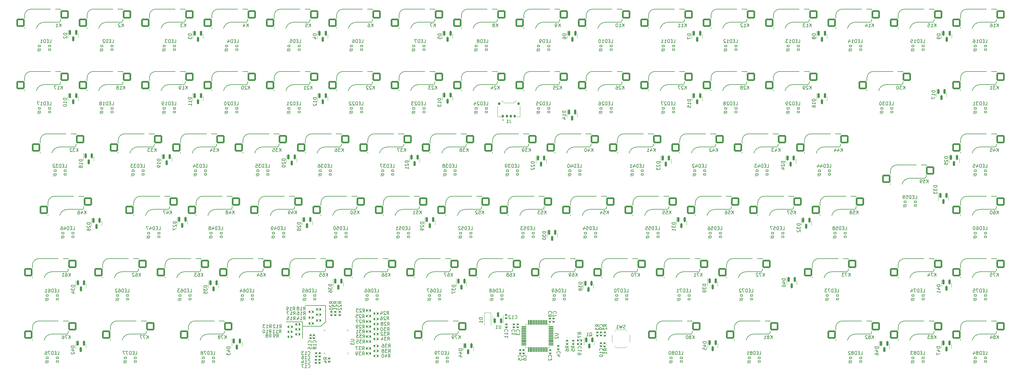
<source format=gbo>
G04 #@! TF.GenerationSoftware,KiCad,Pcbnew,7.0.2*
G04 #@! TF.CreationDate,2023-04-27T19:56:02+01:00*
G04 #@! TF.ProjectId,ISO75+STM+PKRGB,49534f37-352b-4535-944d-2b504b524742,rev?*
G04 #@! TF.SameCoordinates,Original*
G04 #@! TF.FileFunction,Legend,Bot*
G04 #@! TF.FilePolarity,Positive*
%FSLAX46Y46*%
G04 Gerber Fmt 4.6, Leading zero omitted, Abs format (unit mm)*
G04 Created by KiCad (PCBNEW 7.0.2) date 2023-04-27 19:56:02*
%MOMM*%
%LPD*%
G01*
G04 APERTURE LIST*
G04 Aperture macros list*
%AMRoundRect*
0 Rectangle with rounded corners*
0 $1 Rounding radius*
0 $2 $3 $4 $5 $6 $7 $8 $9 X,Y pos of 4 corners*
0 Add a 4 corners polygon primitive as box body*
4,1,4,$2,$3,$4,$5,$6,$7,$8,$9,$2,$3,0*
0 Add four circle primitives for the rounded corners*
1,1,$1+$1,$2,$3*
1,1,$1+$1,$4,$5*
1,1,$1+$1,$6,$7*
1,1,$1+$1,$8,$9*
0 Add four rect primitives between the rounded corners*
20,1,$1+$1,$2,$3,$4,$5,0*
20,1,$1+$1,$4,$5,$6,$7,0*
20,1,$1+$1,$6,$7,$8,$9,0*
20,1,$1+$1,$8,$9,$2,$3,0*%
G04 Aperture macros list end*
%ADD10C,0.150000*%
%ADD11C,0.120000*%
%ADD12C,3.048000*%
%ADD13C,3.987800*%
%ADD14RoundRect,0.135000X0.185000X-0.135000X0.185000X0.135000X-0.185000X0.135000X-0.185000X-0.135000X0*%
%ADD15C,1.750000*%
%ADD16C,3.300000*%
%ADD17RoundRect,0.250000X1.025000X1.000000X-1.025000X1.000000X-1.025000X-1.000000X1.025000X-1.000000X0*%
%ADD18RoundRect,0.140000X-0.170000X0.140000X-0.170000X-0.140000X0.170000X-0.140000X0.170000X0.140000X0*%
%ADD19R,1.200000X0.900000*%
%ADD20RoundRect,0.135000X-0.135000X-0.185000X0.135000X-0.185000X0.135000X0.185000X-0.135000X0.185000X0*%
%ADD21C,2.100000*%
%ADD22RoundRect,0.070000X0.330000X-0.280000X0.330000X0.280000X-0.330000X0.280000X-0.330000X-0.280000X0*%
%ADD23RoundRect,0.150000X-0.150000X0.587500X-0.150000X-0.587500X0.150000X-0.587500X0.150000X0.587500X0*%
%ADD24RoundRect,0.135000X0.135000X0.185000X-0.135000X0.185000X-0.135000X-0.185000X0.135000X-0.185000X0*%
%ADD25RoundRect,0.135000X-0.185000X0.135000X-0.185000X-0.135000X0.185000X-0.135000X0.185000X0.135000X0*%
%ADD26O,0.220000X0.740000*%
%ADD27O,0.740000X0.220000*%
%ADD28C,0.600000*%
%ADD29R,0.771428X0.771428*%
%ADD30RoundRect,0.140000X0.170000X-0.140000X0.170000X0.140000X-0.170000X0.140000X-0.170000X-0.140000X0*%
%ADD31R,1.800000X1.100000*%
%ADD32RoundRect,0.075000X0.075000X-0.662500X0.075000X0.662500X-0.075000X0.662500X-0.075000X-0.662500X0*%
%ADD33RoundRect,0.075000X0.662500X-0.075000X0.662500X0.075000X-0.662500X0.075000X-0.662500X-0.075000X0*%
%ADD34RoundRect,0.140000X-0.140000X-0.170000X0.140000X-0.170000X0.140000X0.170000X-0.140000X0.170000X0*%
%ADD35RoundRect,0.150000X-0.150000X-0.275000X0.150000X-0.275000X0.150000X0.275000X-0.150000X0.275000X0*%
%ADD36RoundRect,0.175000X-0.175000X-0.225000X0.175000X-0.225000X0.175000X0.225000X-0.175000X0.225000X0*%
%ADD37RoundRect,0.150000X0.150000X-0.587500X0.150000X0.587500X-0.150000X0.587500X-0.150000X-0.587500X0*%
G04 APERTURE END LIST*
D10*
X108000000Y-106000000D02*
X108000000Y-111000000D01*
X101800000Y-106000000D02*
X108000000Y-106000000D01*
X101000000Y-111000000D02*
X101000000Y-116000000D01*
X108000000Y-111000000D02*
X106600000Y-112400000D01*
X96000000Y-111000000D02*
X101000000Y-111000000D01*
X106600000Y-112400000D02*
X101000000Y-112400000D01*
X111453619Y-105437942D02*
X110977428Y-105104609D01*
X111453619Y-104866514D02*
X110453619Y-104866514D01*
X110453619Y-104866514D02*
X110453619Y-105247466D01*
X110453619Y-105247466D02*
X110501238Y-105342704D01*
X110501238Y-105342704D02*
X110548857Y-105390323D01*
X110548857Y-105390323D02*
X110644095Y-105437942D01*
X110644095Y-105437942D02*
X110786952Y-105437942D01*
X110786952Y-105437942D02*
X110882190Y-105390323D01*
X110882190Y-105390323D02*
X110929809Y-105342704D01*
X110929809Y-105342704D02*
X110977428Y-105247466D01*
X110977428Y-105247466D02*
X110977428Y-104866514D01*
X110548857Y-105818895D02*
X110501238Y-105866514D01*
X110501238Y-105866514D02*
X110453619Y-105961752D01*
X110453619Y-105961752D02*
X110453619Y-106199847D01*
X110453619Y-106199847D02*
X110501238Y-106295085D01*
X110501238Y-106295085D02*
X110548857Y-106342704D01*
X110548857Y-106342704D02*
X110644095Y-106390323D01*
X110644095Y-106390323D02*
X110739333Y-106390323D01*
X110739333Y-106390323D02*
X110882190Y-106342704D01*
X110882190Y-106342704D02*
X111453619Y-105771276D01*
X111453619Y-105771276D02*
X111453619Y-106390323D01*
X111453619Y-107342704D02*
X111453619Y-106771276D01*
X111453619Y-107056990D02*
X110453619Y-107056990D01*
X110453619Y-107056990D02*
X110596476Y-106961752D01*
X110596476Y-106961752D02*
X110691714Y-106866514D01*
X110691714Y-106866514D02*
X110739333Y-106771276D01*
X242001785Y-97137619D02*
X242001785Y-96137619D01*
X241430357Y-97137619D02*
X241858928Y-96566190D01*
X241430357Y-96137619D02*
X242001785Y-96709047D01*
X241097023Y-96137619D02*
X240430357Y-96137619D01*
X240430357Y-96137619D02*
X240858928Y-97137619D01*
X240097023Y-96232857D02*
X240049404Y-96185238D01*
X240049404Y-96185238D02*
X239954166Y-96137619D01*
X239954166Y-96137619D02*
X239716071Y-96137619D01*
X239716071Y-96137619D02*
X239620833Y-96185238D01*
X239620833Y-96185238D02*
X239573214Y-96232857D01*
X239573214Y-96232857D02*
X239525595Y-96328095D01*
X239525595Y-96328095D02*
X239525595Y-96423333D01*
X239525595Y-96423333D02*
X239573214Y-96566190D01*
X239573214Y-96566190D02*
X240144642Y-97137619D01*
X240144642Y-97137619D02*
X239525595Y-97137619D01*
X192567380Y-119757142D02*
X192615000Y-119709523D01*
X192615000Y-119709523D02*
X192662619Y-119566666D01*
X192662619Y-119566666D02*
X192662619Y-119471428D01*
X192662619Y-119471428D02*
X192615000Y-119328571D01*
X192615000Y-119328571D02*
X192519761Y-119233333D01*
X192519761Y-119233333D02*
X192424523Y-119185714D01*
X192424523Y-119185714D02*
X192234047Y-119138095D01*
X192234047Y-119138095D02*
X192091190Y-119138095D01*
X192091190Y-119138095D02*
X191900714Y-119185714D01*
X191900714Y-119185714D02*
X191805476Y-119233333D01*
X191805476Y-119233333D02*
X191710238Y-119328571D01*
X191710238Y-119328571D02*
X191662619Y-119471428D01*
X191662619Y-119471428D02*
X191662619Y-119566666D01*
X191662619Y-119566666D02*
X191710238Y-119709523D01*
X191710238Y-119709523D02*
X191757857Y-119757142D01*
X192662619Y-120709523D02*
X192662619Y-120138095D01*
X192662619Y-120423809D02*
X191662619Y-120423809D01*
X191662619Y-120423809D02*
X191805476Y-120328571D01*
X191805476Y-120328571D02*
X191900714Y-120233333D01*
X191900714Y-120233333D02*
X191948333Y-120138095D01*
X191662619Y-121328571D02*
X191662619Y-121423809D01*
X191662619Y-121423809D02*
X191710238Y-121519047D01*
X191710238Y-121519047D02*
X191757857Y-121566666D01*
X191757857Y-121566666D02*
X191853095Y-121614285D01*
X191853095Y-121614285D02*
X192043571Y-121661904D01*
X192043571Y-121661904D02*
X192281666Y-121661904D01*
X192281666Y-121661904D02*
X192472142Y-121614285D01*
X192472142Y-121614285D02*
X192567380Y-121566666D01*
X192567380Y-121566666D02*
X192615000Y-121519047D01*
X192615000Y-121519047D02*
X192662619Y-121423809D01*
X192662619Y-121423809D02*
X192662619Y-121328571D01*
X192662619Y-121328571D02*
X192615000Y-121233333D01*
X192615000Y-121233333D02*
X192567380Y-121185714D01*
X192567380Y-121185714D02*
X192472142Y-121138095D01*
X192472142Y-121138095D02*
X192281666Y-121090476D01*
X192281666Y-121090476D02*
X192043571Y-121090476D01*
X192043571Y-121090476D02*
X191853095Y-121138095D01*
X191853095Y-121138095D02*
X191757857Y-121185714D01*
X191757857Y-121185714D02*
X191710238Y-121233333D01*
X191710238Y-121233333D02*
X191662619Y-121328571D01*
X155962619Y-109761905D02*
X154962619Y-109761905D01*
X154962619Y-109761905D02*
X154962619Y-110000000D01*
X154962619Y-110000000D02*
X155010238Y-110142857D01*
X155010238Y-110142857D02*
X155105476Y-110238095D01*
X155105476Y-110238095D02*
X155200714Y-110285714D01*
X155200714Y-110285714D02*
X155391190Y-110333333D01*
X155391190Y-110333333D02*
X155534047Y-110333333D01*
X155534047Y-110333333D02*
X155724523Y-110285714D01*
X155724523Y-110285714D02*
X155819761Y-110238095D01*
X155819761Y-110238095D02*
X155915000Y-110142857D01*
X155915000Y-110142857D02*
X155962619Y-110000000D01*
X155962619Y-110000000D02*
X155962619Y-109761905D01*
X155962619Y-111285714D02*
X155962619Y-110714286D01*
X155962619Y-111000000D02*
X154962619Y-111000000D01*
X154962619Y-111000000D02*
X155105476Y-110904762D01*
X155105476Y-110904762D02*
X155200714Y-110809524D01*
X155200714Y-110809524D02*
X155248333Y-110714286D01*
X119410857Y-115959619D02*
X119744190Y-115483428D01*
X119982285Y-115959619D02*
X119982285Y-114959619D01*
X119982285Y-114959619D02*
X119601333Y-114959619D01*
X119601333Y-114959619D02*
X119506095Y-115007238D01*
X119506095Y-115007238D02*
X119458476Y-115054857D01*
X119458476Y-115054857D02*
X119410857Y-115150095D01*
X119410857Y-115150095D02*
X119410857Y-115292952D01*
X119410857Y-115292952D02*
X119458476Y-115388190D01*
X119458476Y-115388190D02*
X119506095Y-115435809D01*
X119506095Y-115435809D02*
X119601333Y-115483428D01*
X119601333Y-115483428D02*
X119982285Y-115483428D01*
X119077523Y-114959619D02*
X118458476Y-114959619D01*
X118458476Y-114959619D02*
X118791809Y-115340571D01*
X118791809Y-115340571D02*
X118648952Y-115340571D01*
X118648952Y-115340571D02*
X118553714Y-115388190D01*
X118553714Y-115388190D02*
X118506095Y-115435809D01*
X118506095Y-115435809D02*
X118458476Y-115531047D01*
X118458476Y-115531047D02*
X118458476Y-115769142D01*
X118458476Y-115769142D02*
X118506095Y-115864380D01*
X118506095Y-115864380D02*
X118553714Y-115912000D01*
X118553714Y-115912000D02*
X118648952Y-115959619D01*
X118648952Y-115959619D02*
X118934666Y-115959619D01*
X118934666Y-115959619D02*
X119029904Y-115912000D01*
X119029904Y-115912000D02*
X119077523Y-115864380D01*
X118125142Y-114959619D02*
X117506095Y-114959619D01*
X117506095Y-114959619D02*
X117839428Y-115340571D01*
X117839428Y-115340571D02*
X117696571Y-115340571D01*
X117696571Y-115340571D02*
X117601333Y-115388190D01*
X117601333Y-115388190D02*
X117553714Y-115435809D01*
X117553714Y-115435809D02*
X117506095Y-115531047D01*
X117506095Y-115531047D02*
X117506095Y-115769142D01*
X117506095Y-115769142D02*
X117553714Y-115864380D01*
X117553714Y-115864380D02*
X117601333Y-115912000D01*
X117601333Y-115912000D02*
X117696571Y-115959619D01*
X117696571Y-115959619D02*
X117982285Y-115959619D01*
X117982285Y-115959619D02*
X118077523Y-115912000D01*
X118077523Y-115912000D02*
X118125142Y-115864380D01*
X244383035Y-116187619D02*
X244383035Y-115187619D01*
X243811607Y-116187619D02*
X244240178Y-115616190D01*
X243811607Y-115187619D02*
X244383035Y-115759047D01*
X243240178Y-115616190D02*
X243335416Y-115568571D01*
X243335416Y-115568571D02*
X243383035Y-115520952D01*
X243383035Y-115520952D02*
X243430654Y-115425714D01*
X243430654Y-115425714D02*
X243430654Y-115378095D01*
X243430654Y-115378095D02*
X243383035Y-115282857D01*
X243383035Y-115282857D02*
X243335416Y-115235238D01*
X243335416Y-115235238D02*
X243240178Y-115187619D01*
X243240178Y-115187619D02*
X243049702Y-115187619D01*
X243049702Y-115187619D02*
X242954464Y-115235238D01*
X242954464Y-115235238D02*
X242906845Y-115282857D01*
X242906845Y-115282857D02*
X242859226Y-115378095D01*
X242859226Y-115378095D02*
X242859226Y-115425714D01*
X242859226Y-115425714D02*
X242906845Y-115520952D01*
X242906845Y-115520952D02*
X242954464Y-115568571D01*
X242954464Y-115568571D02*
X243049702Y-115616190D01*
X243049702Y-115616190D02*
X243240178Y-115616190D01*
X243240178Y-115616190D02*
X243335416Y-115663809D01*
X243335416Y-115663809D02*
X243383035Y-115711428D01*
X243383035Y-115711428D02*
X243430654Y-115806666D01*
X243430654Y-115806666D02*
X243430654Y-115997142D01*
X243430654Y-115997142D02*
X243383035Y-116092380D01*
X243383035Y-116092380D02*
X243335416Y-116140000D01*
X243335416Y-116140000D02*
X243240178Y-116187619D01*
X243240178Y-116187619D02*
X243049702Y-116187619D01*
X243049702Y-116187619D02*
X242954464Y-116140000D01*
X242954464Y-116140000D02*
X242906845Y-116092380D01*
X242906845Y-116092380D02*
X242859226Y-115997142D01*
X242859226Y-115997142D02*
X242859226Y-115806666D01*
X242859226Y-115806666D02*
X242906845Y-115711428D01*
X242906845Y-115711428D02*
X242954464Y-115663809D01*
X242954464Y-115663809D02*
X243049702Y-115616190D01*
X241906845Y-116187619D02*
X242478273Y-116187619D01*
X242192559Y-116187619D02*
X242192559Y-115187619D01*
X242192559Y-115187619D02*
X242287797Y-115330476D01*
X242287797Y-115330476D02*
X242383035Y-115425714D01*
X242383035Y-115425714D02*
X242478273Y-115473333D01*
X240404464Y-121017619D02*
X240880654Y-121017619D01*
X240880654Y-121017619D02*
X240880654Y-120017619D01*
X240071130Y-120493809D02*
X239737797Y-120493809D01*
X239594940Y-121017619D02*
X240071130Y-121017619D01*
X240071130Y-121017619D02*
X240071130Y-120017619D01*
X240071130Y-120017619D02*
X239594940Y-120017619D01*
X239166368Y-121017619D02*
X239166368Y-120017619D01*
X239166368Y-120017619D02*
X238928273Y-120017619D01*
X238928273Y-120017619D02*
X238785416Y-120065238D01*
X238785416Y-120065238D02*
X238690178Y-120160476D01*
X238690178Y-120160476D02*
X238642559Y-120255714D01*
X238642559Y-120255714D02*
X238594940Y-120446190D01*
X238594940Y-120446190D02*
X238594940Y-120589047D01*
X238594940Y-120589047D02*
X238642559Y-120779523D01*
X238642559Y-120779523D02*
X238690178Y-120874761D01*
X238690178Y-120874761D02*
X238785416Y-120970000D01*
X238785416Y-120970000D02*
X238928273Y-121017619D01*
X238928273Y-121017619D02*
X239166368Y-121017619D01*
X238023511Y-120446190D02*
X238118749Y-120398571D01*
X238118749Y-120398571D02*
X238166368Y-120350952D01*
X238166368Y-120350952D02*
X238213987Y-120255714D01*
X238213987Y-120255714D02*
X238213987Y-120208095D01*
X238213987Y-120208095D02*
X238166368Y-120112857D01*
X238166368Y-120112857D02*
X238118749Y-120065238D01*
X238118749Y-120065238D02*
X238023511Y-120017619D01*
X238023511Y-120017619D02*
X237833035Y-120017619D01*
X237833035Y-120017619D02*
X237737797Y-120065238D01*
X237737797Y-120065238D02*
X237690178Y-120112857D01*
X237690178Y-120112857D02*
X237642559Y-120208095D01*
X237642559Y-120208095D02*
X237642559Y-120255714D01*
X237642559Y-120255714D02*
X237690178Y-120350952D01*
X237690178Y-120350952D02*
X237737797Y-120398571D01*
X237737797Y-120398571D02*
X237833035Y-120446190D01*
X237833035Y-120446190D02*
X238023511Y-120446190D01*
X238023511Y-120446190D02*
X238118749Y-120493809D01*
X238118749Y-120493809D02*
X238166368Y-120541428D01*
X238166368Y-120541428D02*
X238213987Y-120636666D01*
X238213987Y-120636666D02*
X238213987Y-120827142D01*
X238213987Y-120827142D02*
X238166368Y-120922380D01*
X238166368Y-120922380D02*
X238118749Y-120970000D01*
X238118749Y-120970000D02*
X238023511Y-121017619D01*
X238023511Y-121017619D02*
X237833035Y-121017619D01*
X237833035Y-121017619D02*
X237737797Y-120970000D01*
X237737797Y-120970000D02*
X237690178Y-120922380D01*
X237690178Y-120922380D02*
X237642559Y-120827142D01*
X237642559Y-120827142D02*
X237642559Y-120636666D01*
X237642559Y-120636666D02*
X237690178Y-120541428D01*
X237690178Y-120541428D02*
X237737797Y-120493809D01*
X237737797Y-120493809D02*
X237833035Y-120446190D01*
X236690178Y-121017619D02*
X237261606Y-121017619D01*
X236975892Y-121017619D02*
X236975892Y-120017619D01*
X236975892Y-120017619D02*
X237071130Y-120160476D01*
X237071130Y-120160476D02*
X237166368Y-120255714D01*
X237166368Y-120255714D02*
X237261606Y-120303333D01*
X78862619Y-118635714D02*
X77862619Y-118635714D01*
X77862619Y-118635714D02*
X77862619Y-118873809D01*
X77862619Y-118873809D02*
X77910238Y-119016666D01*
X77910238Y-119016666D02*
X78005476Y-119111904D01*
X78005476Y-119111904D02*
X78100714Y-119159523D01*
X78100714Y-119159523D02*
X78291190Y-119207142D01*
X78291190Y-119207142D02*
X78434047Y-119207142D01*
X78434047Y-119207142D02*
X78624523Y-119159523D01*
X78624523Y-119159523D02*
X78719761Y-119111904D01*
X78719761Y-119111904D02*
X78815000Y-119016666D01*
X78815000Y-119016666D02*
X78862619Y-118873809D01*
X78862619Y-118873809D02*
X78862619Y-118635714D01*
X78195952Y-120064285D02*
X78862619Y-120064285D01*
X77815000Y-119826190D02*
X78529285Y-119588095D01*
X78529285Y-119588095D02*
X78529285Y-120207142D01*
X77862619Y-120492857D02*
X77862619Y-121111904D01*
X77862619Y-121111904D02*
X78243571Y-120778571D01*
X78243571Y-120778571D02*
X78243571Y-120921428D01*
X78243571Y-120921428D02*
X78291190Y-121016666D01*
X78291190Y-121016666D02*
X78338809Y-121064285D01*
X78338809Y-121064285D02*
X78434047Y-121111904D01*
X78434047Y-121111904D02*
X78672142Y-121111904D01*
X78672142Y-121111904D02*
X78767380Y-121064285D01*
X78767380Y-121064285D02*
X78815000Y-121016666D01*
X78815000Y-121016666D02*
X78862619Y-120921428D01*
X78862619Y-120921428D02*
X78862619Y-120635714D01*
X78862619Y-120635714D02*
X78815000Y-120540476D01*
X78815000Y-120540476D02*
X78767380Y-120492857D01*
X194376785Y-78087619D02*
X194376785Y-77087619D01*
X193805357Y-78087619D02*
X194233928Y-77516190D01*
X193805357Y-77087619D02*
X194376785Y-77659047D01*
X192900595Y-77087619D02*
X193376785Y-77087619D01*
X193376785Y-77087619D02*
X193424404Y-77563809D01*
X193424404Y-77563809D02*
X193376785Y-77516190D01*
X193376785Y-77516190D02*
X193281547Y-77468571D01*
X193281547Y-77468571D02*
X193043452Y-77468571D01*
X193043452Y-77468571D02*
X192948214Y-77516190D01*
X192948214Y-77516190D02*
X192900595Y-77563809D01*
X192900595Y-77563809D02*
X192852976Y-77659047D01*
X192852976Y-77659047D02*
X192852976Y-77897142D01*
X192852976Y-77897142D02*
X192900595Y-77992380D01*
X192900595Y-77992380D02*
X192948214Y-78040000D01*
X192948214Y-78040000D02*
X193043452Y-78087619D01*
X193043452Y-78087619D02*
X193281547Y-78087619D01*
X193281547Y-78087619D02*
X193376785Y-78040000D01*
X193376785Y-78040000D02*
X193424404Y-77992380D01*
X191995833Y-77420952D02*
X191995833Y-78087619D01*
X192233928Y-77040000D02*
X192472023Y-77754285D01*
X192472023Y-77754285D02*
X191852976Y-77754285D01*
X36187619Y-80710714D02*
X35187619Y-80710714D01*
X35187619Y-80710714D02*
X35187619Y-80948809D01*
X35187619Y-80948809D02*
X35235238Y-81091666D01*
X35235238Y-81091666D02*
X35330476Y-81186904D01*
X35330476Y-81186904D02*
X35425714Y-81234523D01*
X35425714Y-81234523D02*
X35616190Y-81282142D01*
X35616190Y-81282142D02*
X35759047Y-81282142D01*
X35759047Y-81282142D02*
X35949523Y-81234523D01*
X35949523Y-81234523D02*
X36044761Y-81186904D01*
X36044761Y-81186904D02*
X36140000Y-81091666D01*
X36140000Y-81091666D02*
X36187619Y-80948809D01*
X36187619Y-80948809D02*
X36187619Y-80710714D01*
X35282857Y-81663095D02*
X35235238Y-81710714D01*
X35235238Y-81710714D02*
X35187619Y-81805952D01*
X35187619Y-81805952D02*
X35187619Y-82044047D01*
X35187619Y-82044047D02*
X35235238Y-82139285D01*
X35235238Y-82139285D02*
X35282857Y-82186904D01*
X35282857Y-82186904D02*
X35378095Y-82234523D01*
X35378095Y-82234523D02*
X35473333Y-82234523D01*
X35473333Y-82234523D02*
X35616190Y-82186904D01*
X35616190Y-82186904D02*
X36187619Y-81615476D01*
X36187619Y-81615476D02*
X36187619Y-82234523D01*
X35187619Y-83091666D02*
X35187619Y-82901190D01*
X35187619Y-82901190D02*
X35235238Y-82805952D01*
X35235238Y-82805952D02*
X35282857Y-82758333D01*
X35282857Y-82758333D02*
X35425714Y-82663095D01*
X35425714Y-82663095D02*
X35616190Y-82615476D01*
X35616190Y-82615476D02*
X35997142Y-82615476D01*
X35997142Y-82615476D02*
X36092380Y-82663095D01*
X36092380Y-82663095D02*
X36140000Y-82710714D01*
X36140000Y-82710714D02*
X36187619Y-82805952D01*
X36187619Y-82805952D02*
X36187619Y-82996428D01*
X36187619Y-82996428D02*
X36140000Y-83091666D01*
X36140000Y-83091666D02*
X36092380Y-83139285D01*
X36092380Y-83139285D02*
X35997142Y-83186904D01*
X35997142Y-83186904D02*
X35759047Y-83186904D01*
X35759047Y-83186904D02*
X35663809Y-83139285D01*
X35663809Y-83139285D02*
X35616190Y-83091666D01*
X35616190Y-83091666D02*
X35568571Y-82996428D01*
X35568571Y-82996428D02*
X35568571Y-82805952D01*
X35568571Y-82805952D02*
X35616190Y-82710714D01*
X35616190Y-82710714D02*
X35663809Y-82663095D01*
X35663809Y-82663095D02*
X35759047Y-82615476D01*
X138010714Y-44817619D02*
X138486904Y-44817619D01*
X138486904Y-44817619D02*
X138486904Y-43817619D01*
X137677380Y-44293809D02*
X137344047Y-44293809D01*
X137201190Y-44817619D02*
X137677380Y-44817619D01*
X137677380Y-44817619D02*
X137677380Y-43817619D01*
X137677380Y-43817619D02*
X137201190Y-43817619D01*
X136772618Y-44817619D02*
X136772618Y-43817619D01*
X136772618Y-43817619D02*
X136534523Y-43817619D01*
X136534523Y-43817619D02*
X136391666Y-43865238D01*
X136391666Y-43865238D02*
X136296428Y-43960476D01*
X136296428Y-43960476D02*
X136248809Y-44055714D01*
X136248809Y-44055714D02*
X136201190Y-44246190D01*
X136201190Y-44246190D02*
X136201190Y-44389047D01*
X136201190Y-44389047D02*
X136248809Y-44579523D01*
X136248809Y-44579523D02*
X136296428Y-44674761D01*
X136296428Y-44674761D02*
X136391666Y-44770000D01*
X136391666Y-44770000D02*
X136534523Y-44817619D01*
X136534523Y-44817619D02*
X136772618Y-44817619D01*
X135820237Y-43912857D02*
X135772618Y-43865238D01*
X135772618Y-43865238D02*
X135677380Y-43817619D01*
X135677380Y-43817619D02*
X135439285Y-43817619D01*
X135439285Y-43817619D02*
X135344047Y-43865238D01*
X135344047Y-43865238D02*
X135296428Y-43912857D01*
X135296428Y-43912857D02*
X135248809Y-44008095D01*
X135248809Y-44008095D02*
X135248809Y-44103333D01*
X135248809Y-44103333D02*
X135296428Y-44246190D01*
X135296428Y-44246190D02*
X135867856Y-44817619D01*
X135867856Y-44817619D02*
X135248809Y-44817619D01*
X134915475Y-43817619D02*
X134296428Y-43817619D01*
X134296428Y-43817619D02*
X134629761Y-44198571D01*
X134629761Y-44198571D02*
X134486904Y-44198571D01*
X134486904Y-44198571D02*
X134391666Y-44246190D01*
X134391666Y-44246190D02*
X134344047Y-44293809D01*
X134344047Y-44293809D02*
X134296428Y-44389047D01*
X134296428Y-44389047D02*
X134296428Y-44627142D01*
X134296428Y-44627142D02*
X134344047Y-44722380D01*
X134344047Y-44722380D02*
X134391666Y-44770000D01*
X134391666Y-44770000D02*
X134486904Y-44817619D01*
X134486904Y-44817619D02*
X134772618Y-44817619D01*
X134772618Y-44817619D02*
X134867856Y-44770000D01*
X134867856Y-44770000D02*
X134915475Y-44722380D01*
X127146857Y-118801619D02*
X127480190Y-118325428D01*
X127718285Y-118801619D02*
X127718285Y-117801619D01*
X127718285Y-117801619D02*
X127337333Y-117801619D01*
X127337333Y-117801619D02*
X127242095Y-117849238D01*
X127242095Y-117849238D02*
X127194476Y-117896857D01*
X127194476Y-117896857D02*
X127146857Y-117992095D01*
X127146857Y-117992095D02*
X127146857Y-118134952D01*
X127146857Y-118134952D02*
X127194476Y-118230190D01*
X127194476Y-118230190D02*
X127242095Y-118277809D01*
X127242095Y-118277809D02*
X127337333Y-118325428D01*
X127337333Y-118325428D02*
X127718285Y-118325428D01*
X126813523Y-117801619D02*
X126194476Y-117801619D01*
X126194476Y-117801619D02*
X126527809Y-118182571D01*
X126527809Y-118182571D02*
X126384952Y-118182571D01*
X126384952Y-118182571D02*
X126289714Y-118230190D01*
X126289714Y-118230190D02*
X126242095Y-118277809D01*
X126242095Y-118277809D02*
X126194476Y-118373047D01*
X126194476Y-118373047D02*
X126194476Y-118611142D01*
X126194476Y-118611142D02*
X126242095Y-118706380D01*
X126242095Y-118706380D02*
X126289714Y-118754000D01*
X126289714Y-118754000D02*
X126384952Y-118801619D01*
X126384952Y-118801619D02*
X126670666Y-118801619D01*
X126670666Y-118801619D02*
X126765904Y-118754000D01*
X126765904Y-118754000D02*
X126813523Y-118706380D01*
X125337333Y-117801619D02*
X125527809Y-117801619D01*
X125527809Y-117801619D02*
X125623047Y-117849238D01*
X125623047Y-117849238D02*
X125670666Y-117896857D01*
X125670666Y-117896857D02*
X125765904Y-118039714D01*
X125765904Y-118039714D02*
X125813523Y-118230190D01*
X125813523Y-118230190D02*
X125813523Y-118611142D01*
X125813523Y-118611142D02*
X125765904Y-118706380D01*
X125765904Y-118706380D02*
X125718285Y-118754000D01*
X125718285Y-118754000D02*
X125623047Y-118801619D01*
X125623047Y-118801619D02*
X125432571Y-118801619D01*
X125432571Y-118801619D02*
X125337333Y-118754000D01*
X125337333Y-118754000D02*
X125289714Y-118706380D01*
X125289714Y-118706380D02*
X125242095Y-118611142D01*
X125242095Y-118611142D02*
X125242095Y-118373047D01*
X125242095Y-118373047D02*
X125289714Y-118277809D01*
X125289714Y-118277809D02*
X125337333Y-118230190D01*
X125337333Y-118230190D02*
X125432571Y-118182571D01*
X125432571Y-118182571D02*
X125623047Y-118182571D01*
X125623047Y-118182571D02*
X125718285Y-118230190D01*
X125718285Y-118230190D02*
X125765904Y-118277809D01*
X125765904Y-118277809D02*
X125813523Y-118373047D01*
X275339285Y-116187619D02*
X275339285Y-115187619D01*
X274767857Y-116187619D02*
X275196428Y-115616190D01*
X274767857Y-115187619D02*
X275339285Y-115759047D01*
X274196428Y-115616190D02*
X274291666Y-115568571D01*
X274291666Y-115568571D02*
X274339285Y-115520952D01*
X274339285Y-115520952D02*
X274386904Y-115425714D01*
X274386904Y-115425714D02*
X274386904Y-115378095D01*
X274386904Y-115378095D02*
X274339285Y-115282857D01*
X274339285Y-115282857D02*
X274291666Y-115235238D01*
X274291666Y-115235238D02*
X274196428Y-115187619D01*
X274196428Y-115187619D02*
X274005952Y-115187619D01*
X274005952Y-115187619D02*
X273910714Y-115235238D01*
X273910714Y-115235238D02*
X273863095Y-115282857D01*
X273863095Y-115282857D02*
X273815476Y-115378095D01*
X273815476Y-115378095D02*
X273815476Y-115425714D01*
X273815476Y-115425714D02*
X273863095Y-115520952D01*
X273863095Y-115520952D02*
X273910714Y-115568571D01*
X273910714Y-115568571D02*
X274005952Y-115616190D01*
X274005952Y-115616190D02*
X274196428Y-115616190D01*
X274196428Y-115616190D02*
X274291666Y-115663809D01*
X274291666Y-115663809D02*
X274339285Y-115711428D01*
X274339285Y-115711428D02*
X274386904Y-115806666D01*
X274386904Y-115806666D02*
X274386904Y-115997142D01*
X274386904Y-115997142D02*
X274339285Y-116092380D01*
X274339285Y-116092380D02*
X274291666Y-116140000D01*
X274291666Y-116140000D02*
X274196428Y-116187619D01*
X274196428Y-116187619D02*
X274005952Y-116187619D01*
X274005952Y-116187619D02*
X273910714Y-116140000D01*
X273910714Y-116140000D02*
X273863095Y-116092380D01*
X273863095Y-116092380D02*
X273815476Y-115997142D01*
X273815476Y-115997142D02*
X273815476Y-115806666D01*
X273815476Y-115806666D02*
X273863095Y-115711428D01*
X273863095Y-115711428D02*
X273910714Y-115663809D01*
X273910714Y-115663809D02*
X274005952Y-115616190D01*
X273434523Y-115282857D02*
X273386904Y-115235238D01*
X273386904Y-115235238D02*
X273291666Y-115187619D01*
X273291666Y-115187619D02*
X273053571Y-115187619D01*
X273053571Y-115187619D02*
X272958333Y-115235238D01*
X272958333Y-115235238D02*
X272910714Y-115282857D01*
X272910714Y-115282857D02*
X272863095Y-115378095D01*
X272863095Y-115378095D02*
X272863095Y-115473333D01*
X272863095Y-115473333D02*
X272910714Y-115616190D01*
X272910714Y-115616190D02*
X273482142Y-116187619D01*
X273482142Y-116187619D02*
X272863095Y-116187619D01*
X103413094Y-20937619D02*
X103413094Y-19937619D01*
X102841666Y-20937619D02*
X103270237Y-20366190D01*
X102841666Y-19937619D02*
X103413094Y-20509047D01*
X101936904Y-19937619D02*
X102413094Y-19937619D01*
X102413094Y-19937619D02*
X102460713Y-20413809D01*
X102460713Y-20413809D02*
X102413094Y-20366190D01*
X102413094Y-20366190D02*
X102317856Y-20318571D01*
X102317856Y-20318571D02*
X102079761Y-20318571D01*
X102079761Y-20318571D02*
X101984523Y-20366190D01*
X101984523Y-20366190D02*
X101936904Y-20413809D01*
X101936904Y-20413809D02*
X101889285Y-20509047D01*
X101889285Y-20509047D02*
X101889285Y-20747142D01*
X101889285Y-20747142D02*
X101936904Y-20842380D01*
X101936904Y-20842380D02*
X101984523Y-20890000D01*
X101984523Y-20890000D02*
X102079761Y-20937619D01*
X102079761Y-20937619D02*
X102317856Y-20937619D01*
X102317856Y-20937619D02*
X102413094Y-20890000D01*
X102413094Y-20890000D02*
X102460713Y-20842380D01*
X138010714Y-25767619D02*
X138486904Y-25767619D01*
X138486904Y-25767619D02*
X138486904Y-24767619D01*
X137677380Y-25243809D02*
X137344047Y-25243809D01*
X137201190Y-25767619D02*
X137677380Y-25767619D01*
X137677380Y-25767619D02*
X137677380Y-24767619D01*
X137677380Y-24767619D02*
X137201190Y-24767619D01*
X136772618Y-25767619D02*
X136772618Y-24767619D01*
X136772618Y-24767619D02*
X136534523Y-24767619D01*
X136534523Y-24767619D02*
X136391666Y-24815238D01*
X136391666Y-24815238D02*
X136296428Y-24910476D01*
X136296428Y-24910476D02*
X136248809Y-25005714D01*
X136248809Y-25005714D02*
X136201190Y-25196190D01*
X136201190Y-25196190D02*
X136201190Y-25339047D01*
X136201190Y-25339047D02*
X136248809Y-25529523D01*
X136248809Y-25529523D02*
X136296428Y-25624761D01*
X136296428Y-25624761D02*
X136391666Y-25720000D01*
X136391666Y-25720000D02*
X136534523Y-25767619D01*
X136534523Y-25767619D02*
X136772618Y-25767619D01*
X135867856Y-24767619D02*
X135201190Y-24767619D01*
X135201190Y-24767619D02*
X135629761Y-25767619D01*
X294389285Y-116187619D02*
X294389285Y-115187619D01*
X293817857Y-116187619D02*
X294246428Y-115616190D01*
X293817857Y-115187619D02*
X294389285Y-115759047D01*
X293246428Y-115616190D02*
X293341666Y-115568571D01*
X293341666Y-115568571D02*
X293389285Y-115520952D01*
X293389285Y-115520952D02*
X293436904Y-115425714D01*
X293436904Y-115425714D02*
X293436904Y-115378095D01*
X293436904Y-115378095D02*
X293389285Y-115282857D01*
X293389285Y-115282857D02*
X293341666Y-115235238D01*
X293341666Y-115235238D02*
X293246428Y-115187619D01*
X293246428Y-115187619D02*
X293055952Y-115187619D01*
X293055952Y-115187619D02*
X292960714Y-115235238D01*
X292960714Y-115235238D02*
X292913095Y-115282857D01*
X292913095Y-115282857D02*
X292865476Y-115378095D01*
X292865476Y-115378095D02*
X292865476Y-115425714D01*
X292865476Y-115425714D02*
X292913095Y-115520952D01*
X292913095Y-115520952D02*
X292960714Y-115568571D01*
X292960714Y-115568571D02*
X293055952Y-115616190D01*
X293055952Y-115616190D02*
X293246428Y-115616190D01*
X293246428Y-115616190D02*
X293341666Y-115663809D01*
X293341666Y-115663809D02*
X293389285Y-115711428D01*
X293389285Y-115711428D02*
X293436904Y-115806666D01*
X293436904Y-115806666D02*
X293436904Y-115997142D01*
X293436904Y-115997142D02*
X293389285Y-116092380D01*
X293389285Y-116092380D02*
X293341666Y-116140000D01*
X293341666Y-116140000D02*
X293246428Y-116187619D01*
X293246428Y-116187619D02*
X293055952Y-116187619D01*
X293055952Y-116187619D02*
X292960714Y-116140000D01*
X292960714Y-116140000D02*
X292913095Y-116092380D01*
X292913095Y-116092380D02*
X292865476Y-115997142D01*
X292865476Y-115997142D02*
X292865476Y-115806666D01*
X292865476Y-115806666D02*
X292913095Y-115711428D01*
X292913095Y-115711428D02*
X292960714Y-115663809D01*
X292960714Y-115663809D02*
X293055952Y-115616190D01*
X292532142Y-115187619D02*
X291913095Y-115187619D01*
X291913095Y-115187619D02*
X292246428Y-115568571D01*
X292246428Y-115568571D02*
X292103571Y-115568571D01*
X292103571Y-115568571D02*
X292008333Y-115616190D01*
X292008333Y-115616190D02*
X291960714Y-115663809D01*
X291960714Y-115663809D02*
X291913095Y-115759047D01*
X291913095Y-115759047D02*
X291913095Y-115997142D01*
X291913095Y-115997142D02*
X291960714Y-116092380D01*
X291960714Y-116092380D02*
X292008333Y-116140000D01*
X292008333Y-116140000D02*
X292103571Y-116187619D01*
X292103571Y-116187619D02*
X292389285Y-116187619D01*
X292389285Y-116187619D02*
X292484523Y-116140000D01*
X292484523Y-116140000D02*
X292532142Y-116092380D01*
X62462619Y-80423214D02*
X61462619Y-80423214D01*
X61462619Y-80423214D02*
X61462619Y-80661309D01*
X61462619Y-80661309D02*
X61510238Y-80804166D01*
X61510238Y-80804166D02*
X61605476Y-80899404D01*
X61605476Y-80899404D02*
X61700714Y-80947023D01*
X61700714Y-80947023D02*
X61891190Y-80994642D01*
X61891190Y-80994642D02*
X62034047Y-80994642D01*
X62034047Y-80994642D02*
X62224523Y-80947023D01*
X62224523Y-80947023D02*
X62319761Y-80899404D01*
X62319761Y-80899404D02*
X62415000Y-80804166D01*
X62415000Y-80804166D02*
X62462619Y-80661309D01*
X62462619Y-80661309D02*
X62462619Y-80423214D01*
X61557857Y-81375595D02*
X61510238Y-81423214D01*
X61510238Y-81423214D02*
X61462619Y-81518452D01*
X61462619Y-81518452D02*
X61462619Y-81756547D01*
X61462619Y-81756547D02*
X61510238Y-81851785D01*
X61510238Y-81851785D02*
X61557857Y-81899404D01*
X61557857Y-81899404D02*
X61653095Y-81947023D01*
X61653095Y-81947023D02*
X61748333Y-81947023D01*
X61748333Y-81947023D02*
X61891190Y-81899404D01*
X61891190Y-81899404D02*
X62462619Y-81327976D01*
X62462619Y-81327976D02*
X62462619Y-81947023D01*
X61462619Y-82280357D02*
X61462619Y-82947023D01*
X61462619Y-82947023D02*
X62462619Y-82518452D01*
X149133035Y-116187619D02*
X149133035Y-115187619D01*
X148561607Y-116187619D02*
X148990178Y-115616190D01*
X148561607Y-115187619D02*
X149133035Y-115759047D01*
X148228273Y-115187619D02*
X147561607Y-115187619D01*
X147561607Y-115187619D02*
X147990178Y-116187619D01*
X147133035Y-116187619D02*
X146942559Y-116187619D01*
X146942559Y-116187619D02*
X146847321Y-116140000D01*
X146847321Y-116140000D02*
X146799702Y-116092380D01*
X146799702Y-116092380D02*
X146704464Y-115949523D01*
X146704464Y-115949523D02*
X146656845Y-115759047D01*
X146656845Y-115759047D02*
X146656845Y-115378095D01*
X146656845Y-115378095D02*
X146704464Y-115282857D01*
X146704464Y-115282857D02*
X146752083Y-115235238D01*
X146752083Y-115235238D02*
X146847321Y-115187619D01*
X146847321Y-115187619D02*
X147037797Y-115187619D01*
X147037797Y-115187619D02*
X147133035Y-115235238D01*
X147133035Y-115235238D02*
X147180654Y-115282857D01*
X147180654Y-115282857D02*
X147228273Y-115378095D01*
X147228273Y-115378095D02*
X147228273Y-115616190D01*
X147228273Y-115616190D02*
X147180654Y-115711428D01*
X147180654Y-115711428D02*
X147133035Y-115759047D01*
X147133035Y-115759047D02*
X147037797Y-115806666D01*
X147037797Y-115806666D02*
X146847321Y-115806666D01*
X146847321Y-115806666D02*
X146752083Y-115759047D01*
X146752083Y-115759047D02*
X146704464Y-115711428D01*
X146704464Y-115711428D02*
X146656845Y-115616190D01*
X61026785Y-78087619D02*
X61026785Y-77087619D01*
X60455357Y-78087619D02*
X60883928Y-77516190D01*
X60455357Y-77087619D02*
X61026785Y-77659047D01*
X59598214Y-77420952D02*
X59598214Y-78087619D01*
X59836309Y-77040000D02*
X60074404Y-77754285D01*
X60074404Y-77754285D02*
X59455357Y-77754285D01*
X59169642Y-77087619D02*
X58502976Y-77087619D01*
X58502976Y-77087619D02*
X58931547Y-78087619D01*
X42760714Y-44817619D02*
X43236904Y-44817619D01*
X43236904Y-44817619D02*
X43236904Y-43817619D01*
X42427380Y-44293809D02*
X42094047Y-44293809D01*
X41951190Y-44817619D02*
X42427380Y-44817619D01*
X42427380Y-44817619D02*
X42427380Y-43817619D01*
X42427380Y-43817619D02*
X41951190Y-43817619D01*
X41522618Y-44817619D02*
X41522618Y-43817619D01*
X41522618Y-43817619D02*
X41284523Y-43817619D01*
X41284523Y-43817619D02*
X41141666Y-43865238D01*
X41141666Y-43865238D02*
X41046428Y-43960476D01*
X41046428Y-43960476D02*
X40998809Y-44055714D01*
X40998809Y-44055714D02*
X40951190Y-44246190D01*
X40951190Y-44246190D02*
X40951190Y-44389047D01*
X40951190Y-44389047D02*
X40998809Y-44579523D01*
X40998809Y-44579523D02*
X41046428Y-44674761D01*
X41046428Y-44674761D02*
X41141666Y-44770000D01*
X41141666Y-44770000D02*
X41284523Y-44817619D01*
X41284523Y-44817619D02*
X41522618Y-44817619D01*
X39998809Y-44817619D02*
X40570237Y-44817619D01*
X40284523Y-44817619D02*
X40284523Y-43817619D01*
X40284523Y-43817619D02*
X40379761Y-43960476D01*
X40379761Y-43960476D02*
X40474999Y-44055714D01*
X40474999Y-44055714D02*
X40570237Y-44103333D01*
X39427380Y-44246190D02*
X39522618Y-44198571D01*
X39522618Y-44198571D02*
X39570237Y-44150952D01*
X39570237Y-44150952D02*
X39617856Y-44055714D01*
X39617856Y-44055714D02*
X39617856Y-44008095D01*
X39617856Y-44008095D02*
X39570237Y-43912857D01*
X39570237Y-43912857D02*
X39522618Y-43865238D01*
X39522618Y-43865238D02*
X39427380Y-43817619D01*
X39427380Y-43817619D02*
X39236904Y-43817619D01*
X39236904Y-43817619D02*
X39141666Y-43865238D01*
X39141666Y-43865238D02*
X39094047Y-43912857D01*
X39094047Y-43912857D02*
X39046428Y-44008095D01*
X39046428Y-44008095D02*
X39046428Y-44055714D01*
X39046428Y-44055714D02*
X39094047Y-44150952D01*
X39094047Y-44150952D02*
X39141666Y-44198571D01*
X39141666Y-44198571D02*
X39236904Y-44246190D01*
X39236904Y-44246190D02*
X39427380Y-44246190D01*
X39427380Y-44246190D02*
X39522618Y-44293809D01*
X39522618Y-44293809D02*
X39570237Y-44341428D01*
X39570237Y-44341428D02*
X39617856Y-44436666D01*
X39617856Y-44436666D02*
X39617856Y-44627142D01*
X39617856Y-44627142D02*
X39570237Y-44722380D01*
X39570237Y-44722380D02*
X39522618Y-44770000D01*
X39522618Y-44770000D02*
X39427380Y-44817619D01*
X39427380Y-44817619D02*
X39236904Y-44817619D01*
X39236904Y-44817619D02*
X39141666Y-44770000D01*
X39141666Y-44770000D02*
X39094047Y-44722380D01*
X39094047Y-44722380D02*
X39046428Y-44627142D01*
X39046428Y-44627142D02*
X39046428Y-44436666D01*
X39046428Y-44436666D02*
X39094047Y-44341428D01*
X39094047Y-44341428D02*
X39141666Y-44293809D01*
X39141666Y-44293809D02*
X39236904Y-44246190D01*
X84839285Y-39987619D02*
X84839285Y-38987619D01*
X84267857Y-39987619D02*
X84696428Y-39416190D01*
X84267857Y-38987619D02*
X84839285Y-39559047D01*
X83886904Y-39082857D02*
X83839285Y-39035238D01*
X83839285Y-39035238D02*
X83744047Y-38987619D01*
X83744047Y-38987619D02*
X83505952Y-38987619D01*
X83505952Y-38987619D02*
X83410714Y-39035238D01*
X83410714Y-39035238D02*
X83363095Y-39082857D01*
X83363095Y-39082857D02*
X83315476Y-39178095D01*
X83315476Y-39178095D02*
X83315476Y-39273333D01*
X83315476Y-39273333D02*
X83363095Y-39416190D01*
X83363095Y-39416190D02*
X83934523Y-39987619D01*
X83934523Y-39987619D02*
X83315476Y-39987619D01*
X82696428Y-38987619D02*
X82601190Y-38987619D01*
X82601190Y-38987619D02*
X82505952Y-39035238D01*
X82505952Y-39035238D02*
X82458333Y-39082857D01*
X82458333Y-39082857D02*
X82410714Y-39178095D01*
X82410714Y-39178095D02*
X82363095Y-39368571D01*
X82363095Y-39368571D02*
X82363095Y-39606666D01*
X82363095Y-39606666D02*
X82410714Y-39797142D01*
X82410714Y-39797142D02*
X82458333Y-39892380D01*
X82458333Y-39892380D02*
X82505952Y-39940000D01*
X82505952Y-39940000D02*
X82601190Y-39987619D01*
X82601190Y-39987619D02*
X82696428Y-39987619D01*
X82696428Y-39987619D02*
X82791666Y-39940000D01*
X82791666Y-39940000D02*
X82839285Y-39892380D01*
X82839285Y-39892380D02*
X82886904Y-39797142D01*
X82886904Y-39797142D02*
X82934523Y-39606666D01*
X82934523Y-39606666D02*
X82934523Y-39368571D01*
X82934523Y-39368571D02*
X82886904Y-39178095D01*
X82886904Y-39178095D02*
X82839285Y-39082857D01*
X82839285Y-39082857D02*
X82791666Y-39035238D01*
X82791666Y-39035238D02*
X82696428Y-38987619D01*
X184851785Y-97137619D02*
X184851785Y-96137619D01*
X184280357Y-97137619D02*
X184708928Y-96566190D01*
X184280357Y-96137619D02*
X184851785Y-96709047D01*
X183423214Y-96137619D02*
X183613690Y-96137619D01*
X183613690Y-96137619D02*
X183708928Y-96185238D01*
X183708928Y-96185238D02*
X183756547Y-96232857D01*
X183756547Y-96232857D02*
X183851785Y-96375714D01*
X183851785Y-96375714D02*
X183899404Y-96566190D01*
X183899404Y-96566190D02*
X183899404Y-96947142D01*
X183899404Y-96947142D02*
X183851785Y-97042380D01*
X183851785Y-97042380D02*
X183804166Y-97090000D01*
X183804166Y-97090000D02*
X183708928Y-97137619D01*
X183708928Y-97137619D02*
X183518452Y-97137619D01*
X183518452Y-97137619D02*
X183423214Y-97090000D01*
X183423214Y-97090000D02*
X183375595Y-97042380D01*
X183375595Y-97042380D02*
X183327976Y-96947142D01*
X183327976Y-96947142D02*
X183327976Y-96709047D01*
X183327976Y-96709047D02*
X183375595Y-96613809D01*
X183375595Y-96613809D02*
X183423214Y-96566190D01*
X183423214Y-96566190D02*
X183518452Y-96518571D01*
X183518452Y-96518571D02*
X183708928Y-96518571D01*
X183708928Y-96518571D02*
X183804166Y-96566190D01*
X183804166Y-96566190D02*
X183851785Y-96613809D01*
X183851785Y-96613809D02*
X183899404Y-96709047D01*
X182851785Y-97137619D02*
X182661309Y-97137619D01*
X182661309Y-97137619D02*
X182566071Y-97090000D01*
X182566071Y-97090000D02*
X182518452Y-97042380D01*
X182518452Y-97042380D02*
X182423214Y-96899523D01*
X182423214Y-96899523D02*
X182375595Y-96709047D01*
X182375595Y-96709047D02*
X182375595Y-96328095D01*
X182375595Y-96328095D02*
X182423214Y-96232857D01*
X182423214Y-96232857D02*
X182470833Y-96185238D01*
X182470833Y-96185238D02*
X182566071Y-96137619D01*
X182566071Y-96137619D02*
X182756547Y-96137619D01*
X182756547Y-96137619D02*
X182851785Y-96185238D01*
X182851785Y-96185238D02*
X182899404Y-96232857D01*
X182899404Y-96232857D02*
X182947023Y-96328095D01*
X182947023Y-96328095D02*
X182947023Y-96566190D01*
X182947023Y-96566190D02*
X182899404Y-96661428D01*
X182899404Y-96661428D02*
X182851785Y-96709047D01*
X182851785Y-96709047D02*
X182756547Y-96756666D01*
X182756547Y-96756666D02*
X182566071Y-96756666D01*
X182566071Y-96756666D02*
X182470833Y-96709047D01*
X182470833Y-96709047D02*
X182423214Y-96661428D01*
X182423214Y-96661428D02*
X182375595Y-96566190D01*
X90385714Y-63867619D02*
X90861904Y-63867619D01*
X90861904Y-63867619D02*
X90861904Y-62867619D01*
X90052380Y-63343809D02*
X89719047Y-63343809D01*
X89576190Y-63867619D02*
X90052380Y-63867619D01*
X90052380Y-63867619D02*
X90052380Y-62867619D01*
X90052380Y-62867619D02*
X89576190Y-62867619D01*
X89147618Y-63867619D02*
X89147618Y-62867619D01*
X89147618Y-62867619D02*
X88909523Y-62867619D01*
X88909523Y-62867619D02*
X88766666Y-62915238D01*
X88766666Y-62915238D02*
X88671428Y-63010476D01*
X88671428Y-63010476D02*
X88623809Y-63105714D01*
X88623809Y-63105714D02*
X88576190Y-63296190D01*
X88576190Y-63296190D02*
X88576190Y-63439047D01*
X88576190Y-63439047D02*
X88623809Y-63629523D01*
X88623809Y-63629523D02*
X88671428Y-63724761D01*
X88671428Y-63724761D02*
X88766666Y-63820000D01*
X88766666Y-63820000D02*
X88909523Y-63867619D01*
X88909523Y-63867619D02*
X89147618Y-63867619D01*
X88242856Y-62867619D02*
X87623809Y-62867619D01*
X87623809Y-62867619D02*
X87957142Y-63248571D01*
X87957142Y-63248571D02*
X87814285Y-63248571D01*
X87814285Y-63248571D02*
X87719047Y-63296190D01*
X87719047Y-63296190D02*
X87671428Y-63343809D01*
X87671428Y-63343809D02*
X87623809Y-63439047D01*
X87623809Y-63439047D02*
X87623809Y-63677142D01*
X87623809Y-63677142D02*
X87671428Y-63772380D01*
X87671428Y-63772380D02*
X87719047Y-63820000D01*
X87719047Y-63820000D02*
X87814285Y-63867619D01*
X87814285Y-63867619D02*
X88099999Y-63867619D01*
X88099999Y-63867619D02*
X88195237Y-63820000D01*
X88195237Y-63820000D02*
X88242856Y-63772380D01*
X86719047Y-62867619D02*
X87195237Y-62867619D01*
X87195237Y-62867619D02*
X87242856Y-63343809D01*
X87242856Y-63343809D02*
X87195237Y-63296190D01*
X87195237Y-63296190D02*
X87099999Y-63248571D01*
X87099999Y-63248571D02*
X86861904Y-63248571D01*
X86861904Y-63248571D02*
X86766666Y-63296190D01*
X86766666Y-63296190D02*
X86719047Y-63343809D01*
X86719047Y-63343809D02*
X86671428Y-63439047D01*
X86671428Y-63439047D02*
X86671428Y-63677142D01*
X86671428Y-63677142D02*
X86719047Y-63772380D01*
X86719047Y-63772380D02*
X86766666Y-63820000D01*
X86766666Y-63820000D02*
X86861904Y-63867619D01*
X86861904Y-63867619D02*
X87099999Y-63867619D01*
X87099999Y-63867619D02*
X87195237Y-63820000D01*
X87195237Y-63820000D02*
X87242856Y-63772380D01*
X288029464Y-73392619D02*
X288505654Y-73392619D01*
X288505654Y-73392619D02*
X288505654Y-72392619D01*
X287696130Y-72868809D02*
X287362797Y-72868809D01*
X287219940Y-73392619D02*
X287696130Y-73392619D01*
X287696130Y-73392619D02*
X287696130Y-72392619D01*
X287696130Y-72392619D02*
X287219940Y-72392619D01*
X286791368Y-73392619D02*
X286791368Y-72392619D01*
X286791368Y-72392619D02*
X286553273Y-72392619D01*
X286553273Y-72392619D02*
X286410416Y-72440238D01*
X286410416Y-72440238D02*
X286315178Y-72535476D01*
X286315178Y-72535476D02*
X286267559Y-72630714D01*
X286267559Y-72630714D02*
X286219940Y-72821190D01*
X286219940Y-72821190D02*
X286219940Y-72964047D01*
X286219940Y-72964047D02*
X286267559Y-73154523D01*
X286267559Y-73154523D02*
X286315178Y-73249761D01*
X286315178Y-73249761D02*
X286410416Y-73345000D01*
X286410416Y-73345000D02*
X286553273Y-73392619D01*
X286553273Y-73392619D02*
X286791368Y-73392619D01*
X285315178Y-72392619D02*
X285791368Y-72392619D01*
X285791368Y-72392619D02*
X285838987Y-72868809D01*
X285838987Y-72868809D02*
X285791368Y-72821190D01*
X285791368Y-72821190D02*
X285696130Y-72773571D01*
X285696130Y-72773571D02*
X285458035Y-72773571D01*
X285458035Y-72773571D02*
X285362797Y-72821190D01*
X285362797Y-72821190D02*
X285315178Y-72868809D01*
X285315178Y-72868809D02*
X285267559Y-72964047D01*
X285267559Y-72964047D02*
X285267559Y-73202142D01*
X285267559Y-73202142D02*
X285315178Y-73297380D01*
X285315178Y-73297380D02*
X285362797Y-73345000D01*
X285362797Y-73345000D02*
X285458035Y-73392619D01*
X285458035Y-73392619D02*
X285696130Y-73392619D01*
X285696130Y-73392619D02*
X285791368Y-73345000D01*
X285791368Y-73345000D02*
X285838987Y-73297380D01*
X284791368Y-73392619D02*
X284600892Y-73392619D01*
X284600892Y-73392619D02*
X284505654Y-73345000D01*
X284505654Y-73345000D02*
X284458035Y-73297380D01*
X284458035Y-73297380D02*
X284362797Y-73154523D01*
X284362797Y-73154523D02*
X284315178Y-72964047D01*
X284315178Y-72964047D02*
X284315178Y-72583095D01*
X284315178Y-72583095D02*
X284362797Y-72487857D01*
X284362797Y-72487857D02*
X284410416Y-72440238D01*
X284410416Y-72440238D02*
X284505654Y-72392619D01*
X284505654Y-72392619D02*
X284696130Y-72392619D01*
X284696130Y-72392619D02*
X284791368Y-72440238D01*
X284791368Y-72440238D02*
X284838987Y-72487857D01*
X284838987Y-72487857D02*
X284886606Y-72583095D01*
X284886606Y-72583095D02*
X284886606Y-72821190D01*
X284886606Y-72821190D02*
X284838987Y-72916428D01*
X284838987Y-72916428D02*
X284791368Y-72964047D01*
X284791368Y-72964047D02*
X284696130Y-73011666D01*
X284696130Y-73011666D02*
X284505654Y-73011666D01*
X284505654Y-73011666D02*
X284410416Y-72964047D01*
X284410416Y-72964047D02*
X284362797Y-72916428D01*
X284362797Y-72916428D02*
X284315178Y-72821190D01*
X252310714Y-25767619D02*
X252786904Y-25767619D01*
X252786904Y-25767619D02*
X252786904Y-24767619D01*
X251977380Y-25243809D02*
X251644047Y-25243809D01*
X251501190Y-25767619D02*
X251977380Y-25767619D01*
X251977380Y-25767619D02*
X251977380Y-24767619D01*
X251977380Y-24767619D02*
X251501190Y-24767619D01*
X251072618Y-25767619D02*
X251072618Y-24767619D01*
X251072618Y-24767619D02*
X250834523Y-24767619D01*
X250834523Y-24767619D02*
X250691666Y-24815238D01*
X250691666Y-24815238D02*
X250596428Y-24910476D01*
X250596428Y-24910476D02*
X250548809Y-25005714D01*
X250548809Y-25005714D02*
X250501190Y-25196190D01*
X250501190Y-25196190D02*
X250501190Y-25339047D01*
X250501190Y-25339047D02*
X250548809Y-25529523D01*
X250548809Y-25529523D02*
X250596428Y-25624761D01*
X250596428Y-25624761D02*
X250691666Y-25720000D01*
X250691666Y-25720000D02*
X250834523Y-25767619D01*
X250834523Y-25767619D02*
X251072618Y-25767619D01*
X249548809Y-25767619D02*
X250120237Y-25767619D01*
X249834523Y-25767619D02*
X249834523Y-24767619D01*
X249834523Y-24767619D02*
X249929761Y-24910476D01*
X249929761Y-24910476D02*
X250024999Y-25005714D01*
X250024999Y-25005714D02*
X250120237Y-25053333D01*
X249215475Y-24767619D02*
X248596428Y-24767619D01*
X248596428Y-24767619D02*
X248929761Y-25148571D01*
X248929761Y-25148571D02*
X248786904Y-25148571D01*
X248786904Y-25148571D02*
X248691666Y-25196190D01*
X248691666Y-25196190D02*
X248644047Y-25243809D01*
X248644047Y-25243809D02*
X248596428Y-25339047D01*
X248596428Y-25339047D02*
X248596428Y-25577142D01*
X248596428Y-25577142D02*
X248644047Y-25672380D01*
X248644047Y-25672380D02*
X248691666Y-25720000D01*
X248691666Y-25720000D02*
X248786904Y-25767619D01*
X248786904Y-25767619D02*
X249072618Y-25767619D01*
X249072618Y-25767619D02*
X249167856Y-25720000D01*
X249167856Y-25720000D02*
X249215475Y-25672380D01*
X30070535Y-97137619D02*
X30070535Y-96137619D01*
X29499107Y-97137619D02*
X29927678Y-96566190D01*
X29499107Y-96137619D02*
X30070535Y-96709047D01*
X28641964Y-96137619D02*
X28832440Y-96137619D01*
X28832440Y-96137619D02*
X28927678Y-96185238D01*
X28927678Y-96185238D02*
X28975297Y-96232857D01*
X28975297Y-96232857D02*
X29070535Y-96375714D01*
X29070535Y-96375714D02*
X29118154Y-96566190D01*
X29118154Y-96566190D02*
X29118154Y-96947142D01*
X29118154Y-96947142D02*
X29070535Y-97042380D01*
X29070535Y-97042380D02*
X29022916Y-97090000D01*
X29022916Y-97090000D02*
X28927678Y-97137619D01*
X28927678Y-97137619D02*
X28737202Y-97137619D01*
X28737202Y-97137619D02*
X28641964Y-97090000D01*
X28641964Y-97090000D02*
X28594345Y-97042380D01*
X28594345Y-97042380D02*
X28546726Y-96947142D01*
X28546726Y-96947142D02*
X28546726Y-96709047D01*
X28546726Y-96709047D02*
X28594345Y-96613809D01*
X28594345Y-96613809D02*
X28641964Y-96566190D01*
X28641964Y-96566190D02*
X28737202Y-96518571D01*
X28737202Y-96518571D02*
X28927678Y-96518571D01*
X28927678Y-96518571D02*
X29022916Y-96566190D01*
X29022916Y-96566190D02*
X29070535Y-96613809D01*
X29070535Y-96613809D02*
X29118154Y-96709047D01*
X27594345Y-97137619D02*
X28165773Y-97137619D01*
X27880059Y-97137619D02*
X27880059Y-96137619D01*
X27880059Y-96137619D02*
X27975297Y-96280476D01*
X27975297Y-96280476D02*
X28070535Y-96375714D01*
X28070535Y-96375714D02*
X28165773Y-96423333D01*
X118176785Y-78087619D02*
X118176785Y-77087619D01*
X117605357Y-78087619D02*
X118033928Y-77516190D01*
X117605357Y-77087619D02*
X118176785Y-77659047D01*
X116700595Y-77087619D02*
X117176785Y-77087619D01*
X117176785Y-77087619D02*
X117224404Y-77563809D01*
X117224404Y-77563809D02*
X117176785Y-77516190D01*
X117176785Y-77516190D02*
X117081547Y-77468571D01*
X117081547Y-77468571D02*
X116843452Y-77468571D01*
X116843452Y-77468571D02*
X116748214Y-77516190D01*
X116748214Y-77516190D02*
X116700595Y-77563809D01*
X116700595Y-77563809D02*
X116652976Y-77659047D01*
X116652976Y-77659047D02*
X116652976Y-77897142D01*
X116652976Y-77897142D02*
X116700595Y-77992380D01*
X116700595Y-77992380D02*
X116748214Y-78040000D01*
X116748214Y-78040000D02*
X116843452Y-78087619D01*
X116843452Y-78087619D02*
X117081547Y-78087619D01*
X117081547Y-78087619D02*
X117176785Y-78040000D01*
X117176785Y-78040000D02*
X117224404Y-77992380D01*
X116033928Y-77087619D02*
X115938690Y-77087619D01*
X115938690Y-77087619D02*
X115843452Y-77135238D01*
X115843452Y-77135238D02*
X115795833Y-77182857D01*
X115795833Y-77182857D02*
X115748214Y-77278095D01*
X115748214Y-77278095D02*
X115700595Y-77468571D01*
X115700595Y-77468571D02*
X115700595Y-77706666D01*
X115700595Y-77706666D02*
X115748214Y-77897142D01*
X115748214Y-77897142D02*
X115795833Y-77992380D01*
X115795833Y-77992380D02*
X115843452Y-78040000D01*
X115843452Y-78040000D02*
X115938690Y-78087619D01*
X115938690Y-78087619D02*
X116033928Y-78087619D01*
X116033928Y-78087619D02*
X116129166Y-78040000D01*
X116129166Y-78040000D02*
X116176785Y-77992380D01*
X116176785Y-77992380D02*
X116224404Y-77897142D01*
X116224404Y-77897142D02*
X116272023Y-77706666D01*
X116272023Y-77706666D02*
X116272023Y-77468571D01*
X116272023Y-77468571D02*
X116224404Y-77278095D01*
X116224404Y-77278095D02*
X116176785Y-77182857D01*
X116176785Y-77182857D02*
X116129166Y-77135238D01*
X116129166Y-77135238D02*
X116033928Y-77087619D01*
X61810714Y-25767619D02*
X62286904Y-25767619D01*
X62286904Y-25767619D02*
X62286904Y-24767619D01*
X61477380Y-25243809D02*
X61144047Y-25243809D01*
X61001190Y-25767619D02*
X61477380Y-25767619D01*
X61477380Y-25767619D02*
X61477380Y-24767619D01*
X61477380Y-24767619D02*
X61001190Y-24767619D01*
X60572618Y-25767619D02*
X60572618Y-24767619D01*
X60572618Y-24767619D02*
X60334523Y-24767619D01*
X60334523Y-24767619D02*
X60191666Y-24815238D01*
X60191666Y-24815238D02*
X60096428Y-24910476D01*
X60096428Y-24910476D02*
X60048809Y-25005714D01*
X60048809Y-25005714D02*
X60001190Y-25196190D01*
X60001190Y-25196190D02*
X60001190Y-25339047D01*
X60001190Y-25339047D02*
X60048809Y-25529523D01*
X60048809Y-25529523D02*
X60096428Y-25624761D01*
X60096428Y-25624761D02*
X60191666Y-25720000D01*
X60191666Y-25720000D02*
X60334523Y-25767619D01*
X60334523Y-25767619D02*
X60572618Y-25767619D01*
X59667856Y-24767619D02*
X59048809Y-24767619D01*
X59048809Y-24767619D02*
X59382142Y-25148571D01*
X59382142Y-25148571D02*
X59239285Y-25148571D01*
X59239285Y-25148571D02*
X59144047Y-25196190D01*
X59144047Y-25196190D02*
X59096428Y-25243809D01*
X59096428Y-25243809D02*
X59048809Y-25339047D01*
X59048809Y-25339047D02*
X59048809Y-25577142D01*
X59048809Y-25577142D02*
X59096428Y-25672380D01*
X59096428Y-25672380D02*
X59144047Y-25720000D01*
X59144047Y-25720000D02*
X59239285Y-25767619D01*
X59239285Y-25767619D02*
X59524999Y-25767619D01*
X59524999Y-25767619D02*
X59620237Y-25720000D01*
X59620237Y-25720000D02*
X59667856Y-25672380D01*
X90802857Y-114382619D02*
X91136190Y-113906428D01*
X91374285Y-114382619D02*
X91374285Y-113382619D01*
X91374285Y-113382619D02*
X90993333Y-113382619D01*
X90993333Y-113382619D02*
X90898095Y-113430238D01*
X90898095Y-113430238D02*
X90850476Y-113477857D01*
X90850476Y-113477857D02*
X90802857Y-113573095D01*
X90802857Y-113573095D02*
X90802857Y-113715952D01*
X90802857Y-113715952D02*
X90850476Y-113811190D01*
X90850476Y-113811190D02*
X90898095Y-113858809D01*
X90898095Y-113858809D02*
X90993333Y-113906428D01*
X90993333Y-113906428D02*
X91374285Y-113906428D01*
X89850476Y-114382619D02*
X90421904Y-114382619D01*
X90136190Y-114382619D02*
X90136190Y-113382619D01*
X90136190Y-113382619D02*
X90231428Y-113525476D01*
X90231428Y-113525476D02*
X90326666Y-113620714D01*
X90326666Y-113620714D02*
X90421904Y-113668333D01*
X89231428Y-113382619D02*
X89136190Y-113382619D01*
X89136190Y-113382619D02*
X89040952Y-113430238D01*
X89040952Y-113430238D02*
X88993333Y-113477857D01*
X88993333Y-113477857D02*
X88945714Y-113573095D01*
X88945714Y-113573095D02*
X88898095Y-113763571D01*
X88898095Y-113763571D02*
X88898095Y-114001666D01*
X88898095Y-114001666D02*
X88945714Y-114192142D01*
X88945714Y-114192142D02*
X88993333Y-114287380D01*
X88993333Y-114287380D02*
X89040952Y-114335000D01*
X89040952Y-114335000D02*
X89136190Y-114382619D01*
X89136190Y-114382619D02*
X89231428Y-114382619D01*
X89231428Y-114382619D02*
X89326666Y-114335000D01*
X89326666Y-114335000D02*
X89374285Y-114287380D01*
X89374285Y-114287380D02*
X89421904Y-114192142D01*
X89421904Y-114192142D02*
X89469523Y-114001666D01*
X89469523Y-114001666D02*
X89469523Y-113763571D01*
X89469523Y-113763571D02*
X89421904Y-113573095D01*
X89421904Y-113573095D02*
X89374285Y-113477857D01*
X89374285Y-113477857D02*
X89326666Y-113430238D01*
X89326666Y-113430238D02*
X89231428Y-113382619D01*
X118960714Y-44817619D02*
X119436904Y-44817619D01*
X119436904Y-44817619D02*
X119436904Y-43817619D01*
X118627380Y-44293809D02*
X118294047Y-44293809D01*
X118151190Y-44817619D02*
X118627380Y-44817619D01*
X118627380Y-44817619D02*
X118627380Y-43817619D01*
X118627380Y-43817619D02*
X118151190Y-43817619D01*
X117722618Y-44817619D02*
X117722618Y-43817619D01*
X117722618Y-43817619D02*
X117484523Y-43817619D01*
X117484523Y-43817619D02*
X117341666Y-43865238D01*
X117341666Y-43865238D02*
X117246428Y-43960476D01*
X117246428Y-43960476D02*
X117198809Y-44055714D01*
X117198809Y-44055714D02*
X117151190Y-44246190D01*
X117151190Y-44246190D02*
X117151190Y-44389047D01*
X117151190Y-44389047D02*
X117198809Y-44579523D01*
X117198809Y-44579523D02*
X117246428Y-44674761D01*
X117246428Y-44674761D02*
X117341666Y-44770000D01*
X117341666Y-44770000D02*
X117484523Y-44817619D01*
X117484523Y-44817619D02*
X117722618Y-44817619D01*
X116770237Y-43912857D02*
X116722618Y-43865238D01*
X116722618Y-43865238D02*
X116627380Y-43817619D01*
X116627380Y-43817619D02*
X116389285Y-43817619D01*
X116389285Y-43817619D02*
X116294047Y-43865238D01*
X116294047Y-43865238D02*
X116246428Y-43912857D01*
X116246428Y-43912857D02*
X116198809Y-44008095D01*
X116198809Y-44008095D02*
X116198809Y-44103333D01*
X116198809Y-44103333D02*
X116246428Y-44246190D01*
X116246428Y-44246190D02*
X116817856Y-44817619D01*
X116817856Y-44817619D02*
X116198809Y-44817619D01*
X115817856Y-43912857D02*
X115770237Y-43865238D01*
X115770237Y-43865238D02*
X115674999Y-43817619D01*
X115674999Y-43817619D02*
X115436904Y-43817619D01*
X115436904Y-43817619D02*
X115341666Y-43865238D01*
X115341666Y-43865238D02*
X115294047Y-43912857D01*
X115294047Y-43912857D02*
X115246428Y-44008095D01*
X115246428Y-44008095D02*
X115246428Y-44103333D01*
X115246428Y-44103333D02*
X115294047Y-44246190D01*
X115294047Y-44246190D02*
X115865475Y-44817619D01*
X115865475Y-44817619D02*
X115246428Y-44817619D01*
X127701785Y-97137619D02*
X127701785Y-96137619D01*
X127130357Y-97137619D02*
X127558928Y-96566190D01*
X127130357Y-96137619D02*
X127701785Y-96709047D01*
X126273214Y-96137619D02*
X126463690Y-96137619D01*
X126463690Y-96137619D02*
X126558928Y-96185238D01*
X126558928Y-96185238D02*
X126606547Y-96232857D01*
X126606547Y-96232857D02*
X126701785Y-96375714D01*
X126701785Y-96375714D02*
X126749404Y-96566190D01*
X126749404Y-96566190D02*
X126749404Y-96947142D01*
X126749404Y-96947142D02*
X126701785Y-97042380D01*
X126701785Y-97042380D02*
X126654166Y-97090000D01*
X126654166Y-97090000D02*
X126558928Y-97137619D01*
X126558928Y-97137619D02*
X126368452Y-97137619D01*
X126368452Y-97137619D02*
X126273214Y-97090000D01*
X126273214Y-97090000D02*
X126225595Y-97042380D01*
X126225595Y-97042380D02*
X126177976Y-96947142D01*
X126177976Y-96947142D02*
X126177976Y-96709047D01*
X126177976Y-96709047D02*
X126225595Y-96613809D01*
X126225595Y-96613809D02*
X126273214Y-96566190D01*
X126273214Y-96566190D02*
X126368452Y-96518571D01*
X126368452Y-96518571D02*
X126558928Y-96518571D01*
X126558928Y-96518571D02*
X126654166Y-96566190D01*
X126654166Y-96566190D02*
X126701785Y-96613809D01*
X126701785Y-96613809D02*
X126749404Y-96709047D01*
X125320833Y-96137619D02*
X125511309Y-96137619D01*
X125511309Y-96137619D02*
X125606547Y-96185238D01*
X125606547Y-96185238D02*
X125654166Y-96232857D01*
X125654166Y-96232857D02*
X125749404Y-96375714D01*
X125749404Y-96375714D02*
X125797023Y-96566190D01*
X125797023Y-96566190D02*
X125797023Y-96947142D01*
X125797023Y-96947142D02*
X125749404Y-97042380D01*
X125749404Y-97042380D02*
X125701785Y-97090000D01*
X125701785Y-97090000D02*
X125606547Y-97137619D01*
X125606547Y-97137619D02*
X125416071Y-97137619D01*
X125416071Y-97137619D02*
X125320833Y-97090000D01*
X125320833Y-97090000D02*
X125273214Y-97042380D01*
X125273214Y-97042380D02*
X125225595Y-96947142D01*
X125225595Y-96947142D02*
X125225595Y-96709047D01*
X125225595Y-96709047D02*
X125273214Y-96613809D01*
X125273214Y-96613809D02*
X125320833Y-96566190D01*
X125320833Y-96566190D02*
X125416071Y-96518571D01*
X125416071Y-96518571D02*
X125606547Y-96518571D01*
X125606547Y-96518571D02*
X125701785Y-96566190D01*
X125701785Y-96566190D02*
X125749404Y-96613809D01*
X125749404Y-96613809D02*
X125797023Y-96709047D01*
X160563094Y-20937619D02*
X160563094Y-19937619D01*
X159991666Y-20937619D02*
X160420237Y-20366190D01*
X159991666Y-19937619D02*
X160563094Y-20509047D01*
X159420237Y-20366190D02*
X159515475Y-20318571D01*
X159515475Y-20318571D02*
X159563094Y-20270952D01*
X159563094Y-20270952D02*
X159610713Y-20175714D01*
X159610713Y-20175714D02*
X159610713Y-20128095D01*
X159610713Y-20128095D02*
X159563094Y-20032857D01*
X159563094Y-20032857D02*
X159515475Y-19985238D01*
X159515475Y-19985238D02*
X159420237Y-19937619D01*
X159420237Y-19937619D02*
X159229761Y-19937619D01*
X159229761Y-19937619D02*
X159134523Y-19985238D01*
X159134523Y-19985238D02*
X159086904Y-20032857D01*
X159086904Y-20032857D02*
X159039285Y-20128095D01*
X159039285Y-20128095D02*
X159039285Y-20175714D01*
X159039285Y-20175714D02*
X159086904Y-20270952D01*
X159086904Y-20270952D02*
X159134523Y-20318571D01*
X159134523Y-20318571D02*
X159229761Y-20366190D01*
X159229761Y-20366190D02*
X159420237Y-20366190D01*
X159420237Y-20366190D02*
X159515475Y-20413809D01*
X159515475Y-20413809D02*
X159563094Y-20461428D01*
X159563094Y-20461428D02*
X159610713Y-20556666D01*
X159610713Y-20556666D02*
X159610713Y-20747142D01*
X159610713Y-20747142D02*
X159563094Y-20842380D01*
X159563094Y-20842380D02*
X159515475Y-20890000D01*
X159515475Y-20890000D02*
X159420237Y-20937619D01*
X159420237Y-20937619D02*
X159229761Y-20937619D01*
X159229761Y-20937619D02*
X159134523Y-20890000D01*
X159134523Y-20890000D02*
X159086904Y-20842380D01*
X159086904Y-20842380D02*
X159039285Y-20747142D01*
X159039285Y-20747142D02*
X159039285Y-20556666D01*
X159039285Y-20556666D02*
X159086904Y-20461428D01*
X159086904Y-20461428D02*
X159134523Y-20413809D01*
X159134523Y-20413809D02*
X159229761Y-20366190D01*
X276787619Y-118660714D02*
X275787619Y-118660714D01*
X275787619Y-118660714D02*
X275787619Y-118898809D01*
X275787619Y-118898809D02*
X275835238Y-119041666D01*
X275835238Y-119041666D02*
X275930476Y-119136904D01*
X275930476Y-119136904D02*
X276025714Y-119184523D01*
X276025714Y-119184523D02*
X276216190Y-119232142D01*
X276216190Y-119232142D02*
X276359047Y-119232142D01*
X276359047Y-119232142D02*
X276549523Y-119184523D01*
X276549523Y-119184523D02*
X276644761Y-119136904D01*
X276644761Y-119136904D02*
X276740000Y-119041666D01*
X276740000Y-119041666D02*
X276787619Y-118898809D01*
X276787619Y-118898809D02*
X276787619Y-118660714D01*
X276120952Y-120089285D02*
X276787619Y-120089285D01*
X275740000Y-119851190D02*
X276454285Y-119613095D01*
X276454285Y-119613095D02*
X276454285Y-120232142D01*
X275787619Y-121041666D02*
X275787619Y-120851190D01*
X275787619Y-120851190D02*
X275835238Y-120755952D01*
X275835238Y-120755952D02*
X275882857Y-120708333D01*
X275882857Y-120708333D02*
X276025714Y-120613095D01*
X276025714Y-120613095D02*
X276216190Y-120565476D01*
X276216190Y-120565476D02*
X276597142Y-120565476D01*
X276597142Y-120565476D02*
X276692380Y-120613095D01*
X276692380Y-120613095D02*
X276740000Y-120660714D01*
X276740000Y-120660714D02*
X276787619Y-120755952D01*
X276787619Y-120755952D02*
X276787619Y-120946428D01*
X276787619Y-120946428D02*
X276740000Y-121041666D01*
X276740000Y-121041666D02*
X276692380Y-121089285D01*
X276692380Y-121089285D02*
X276597142Y-121136904D01*
X276597142Y-121136904D02*
X276359047Y-121136904D01*
X276359047Y-121136904D02*
X276263809Y-121089285D01*
X276263809Y-121089285D02*
X276216190Y-121041666D01*
X276216190Y-121041666D02*
X276168571Y-120946428D01*
X276168571Y-120946428D02*
X276168571Y-120755952D01*
X276168571Y-120755952D02*
X276216190Y-120660714D01*
X276216190Y-120660714D02*
X276263809Y-120613095D01*
X276263809Y-120613095D02*
X276359047Y-120565476D01*
X151514285Y-59037619D02*
X151514285Y-58037619D01*
X150942857Y-59037619D02*
X151371428Y-58466190D01*
X150942857Y-58037619D02*
X151514285Y-58609047D01*
X150609523Y-58037619D02*
X149990476Y-58037619D01*
X149990476Y-58037619D02*
X150323809Y-58418571D01*
X150323809Y-58418571D02*
X150180952Y-58418571D01*
X150180952Y-58418571D02*
X150085714Y-58466190D01*
X150085714Y-58466190D02*
X150038095Y-58513809D01*
X150038095Y-58513809D02*
X149990476Y-58609047D01*
X149990476Y-58609047D02*
X149990476Y-58847142D01*
X149990476Y-58847142D02*
X150038095Y-58942380D01*
X150038095Y-58942380D02*
X150085714Y-58990000D01*
X150085714Y-58990000D02*
X150180952Y-59037619D01*
X150180952Y-59037619D02*
X150466666Y-59037619D01*
X150466666Y-59037619D02*
X150561904Y-58990000D01*
X150561904Y-58990000D02*
X150609523Y-58942380D01*
X149419047Y-58466190D02*
X149514285Y-58418571D01*
X149514285Y-58418571D02*
X149561904Y-58370952D01*
X149561904Y-58370952D02*
X149609523Y-58275714D01*
X149609523Y-58275714D02*
X149609523Y-58228095D01*
X149609523Y-58228095D02*
X149561904Y-58132857D01*
X149561904Y-58132857D02*
X149514285Y-58085238D01*
X149514285Y-58085238D02*
X149419047Y-58037619D01*
X149419047Y-58037619D02*
X149228571Y-58037619D01*
X149228571Y-58037619D02*
X149133333Y-58085238D01*
X149133333Y-58085238D02*
X149085714Y-58132857D01*
X149085714Y-58132857D02*
X149038095Y-58228095D01*
X149038095Y-58228095D02*
X149038095Y-58275714D01*
X149038095Y-58275714D02*
X149085714Y-58370952D01*
X149085714Y-58370952D02*
X149133333Y-58418571D01*
X149133333Y-58418571D02*
X149228571Y-58466190D01*
X149228571Y-58466190D02*
X149419047Y-58466190D01*
X149419047Y-58466190D02*
X149514285Y-58513809D01*
X149514285Y-58513809D02*
X149561904Y-58561428D01*
X149561904Y-58561428D02*
X149609523Y-58656666D01*
X149609523Y-58656666D02*
X149609523Y-58847142D01*
X149609523Y-58847142D02*
X149561904Y-58942380D01*
X149561904Y-58942380D02*
X149514285Y-58990000D01*
X149514285Y-58990000D02*
X149419047Y-59037619D01*
X149419047Y-59037619D02*
X149228571Y-59037619D01*
X149228571Y-59037619D02*
X149133333Y-58990000D01*
X149133333Y-58990000D02*
X149085714Y-58942380D01*
X149085714Y-58942380D02*
X149038095Y-58847142D01*
X149038095Y-58847142D02*
X149038095Y-58656666D01*
X149038095Y-58656666D02*
X149085714Y-58561428D01*
X149085714Y-58561428D02*
X149133333Y-58513809D01*
X149133333Y-58513809D02*
X149228571Y-58466190D01*
X188620238Y-115407857D02*
X188715476Y-115360238D01*
X188715476Y-115360238D02*
X188810714Y-115265000D01*
X188810714Y-115265000D02*
X188953571Y-115122142D01*
X188953571Y-115122142D02*
X189048809Y-115074523D01*
X189048809Y-115074523D02*
X189144047Y-115074523D01*
X189096428Y-115312619D02*
X189191666Y-115265000D01*
X189191666Y-115265000D02*
X189286904Y-115169761D01*
X189286904Y-115169761D02*
X189334523Y-114979285D01*
X189334523Y-114979285D02*
X189334523Y-114645952D01*
X189334523Y-114645952D02*
X189286904Y-114455476D01*
X189286904Y-114455476D02*
X189191666Y-114360238D01*
X189191666Y-114360238D02*
X189096428Y-114312619D01*
X189096428Y-114312619D02*
X188905952Y-114312619D01*
X188905952Y-114312619D02*
X188810714Y-114360238D01*
X188810714Y-114360238D02*
X188715476Y-114455476D01*
X188715476Y-114455476D02*
X188667857Y-114645952D01*
X188667857Y-114645952D02*
X188667857Y-114979285D01*
X188667857Y-114979285D02*
X188715476Y-115169761D01*
X188715476Y-115169761D02*
X188810714Y-115265000D01*
X188810714Y-115265000D02*
X188905952Y-115312619D01*
X188905952Y-115312619D02*
X189096428Y-115312619D01*
X187715476Y-115312619D02*
X188286904Y-115312619D01*
X188001190Y-115312619D02*
X188001190Y-114312619D01*
X188001190Y-114312619D02*
X188096428Y-114455476D01*
X188096428Y-114455476D02*
X188191666Y-114550714D01*
X188191666Y-114550714D02*
X188286904Y-114598333D01*
X108442619Y-122515333D02*
X107966428Y-122182000D01*
X108442619Y-121943905D02*
X107442619Y-121943905D01*
X107442619Y-121943905D02*
X107442619Y-122324857D01*
X107442619Y-122324857D02*
X107490238Y-122420095D01*
X107490238Y-122420095D02*
X107537857Y-122467714D01*
X107537857Y-122467714D02*
X107633095Y-122515333D01*
X107633095Y-122515333D02*
X107775952Y-122515333D01*
X107775952Y-122515333D02*
X107871190Y-122467714D01*
X107871190Y-122467714D02*
X107918809Y-122420095D01*
X107918809Y-122420095D02*
X107966428Y-122324857D01*
X107966428Y-122324857D02*
X107966428Y-121943905D01*
X107775952Y-123372476D02*
X108442619Y-123372476D01*
X107395000Y-123134381D02*
X108109285Y-122896286D01*
X108109285Y-122896286D02*
X108109285Y-123515333D01*
X28962619Y-42710714D02*
X27962619Y-42710714D01*
X27962619Y-42710714D02*
X27962619Y-42948809D01*
X27962619Y-42948809D02*
X28010238Y-43091666D01*
X28010238Y-43091666D02*
X28105476Y-43186904D01*
X28105476Y-43186904D02*
X28200714Y-43234523D01*
X28200714Y-43234523D02*
X28391190Y-43282142D01*
X28391190Y-43282142D02*
X28534047Y-43282142D01*
X28534047Y-43282142D02*
X28724523Y-43234523D01*
X28724523Y-43234523D02*
X28819761Y-43186904D01*
X28819761Y-43186904D02*
X28915000Y-43091666D01*
X28915000Y-43091666D02*
X28962619Y-42948809D01*
X28962619Y-42948809D02*
X28962619Y-42710714D01*
X28962619Y-44234523D02*
X28962619Y-43663095D01*
X28962619Y-43948809D02*
X27962619Y-43948809D01*
X27962619Y-43948809D02*
X28105476Y-43853571D01*
X28105476Y-43853571D02*
X28200714Y-43758333D01*
X28200714Y-43758333D02*
X28248333Y-43663095D01*
X27962619Y-44853571D02*
X27962619Y-44948809D01*
X27962619Y-44948809D02*
X28010238Y-45044047D01*
X28010238Y-45044047D02*
X28057857Y-45091666D01*
X28057857Y-45091666D02*
X28153095Y-45139285D01*
X28153095Y-45139285D02*
X28343571Y-45186904D01*
X28343571Y-45186904D02*
X28581666Y-45186904D01*
X28581666Y-45186904D02*
X28772142Y-45139285D01*
X28772142Y-45139285D02*
X28867380Y-45091666D01*
X28867380Y-45091666D02*
X28915000Y-45044047D01*
X28915000Y-45044047D02*
X28962619Y-44948809D01*
X28962619Y-44948809D02*
X28962619Y-44853571D01*
X28962619Y-44853571D02*
X28915000Y-44758333D01*
X28915000Y-44758333D02*
X28867380Y-44710714D01*
X28867380Y-44710714D02*
X28772142Y-44663095D01*
X28772142Y-44663095D02*
X28581666Y-44615476D01*
X28581666Y-44615476D02*
X28343571Y-44615476D01*
X28343571Y-44615476D02*
X28153095Y-44663095D01*
X28153095Y-44663095D02*
X28057857Y-44710714D01*
X28057857Y-44710714D02*
X28010238Y-44758333D01*
X28010238Y-44758333D02*
X27962619Y-44853571D01*
X132464285Y-59037619D02*
X132464285Y-58037619D01*
X131892857Y-59037619D02*
X132321428Y-58466190D01*
X131892857Y-58037619D02*
X132464285Y-58609047D01*
X131559523Y-58037619D02*
X130940476Y-58037619D01*
X130940476Y-58037619D02*
X131273809Y-58418571D01*
X131273809Y-58418571D02*
X131130952Y-58418571D01*
X131130952Y-58418571D02*
X131035714Y-58466190D01*
X131035714Y-58466190D02*
X130988095Y-58513809D01*
X130988095Y-58513809D02*
X130940476Y-58609047D01*
X130940476Y-58609047D02*
X130940476Y-58847142D01*
X130940476Y-58847142D02*
X130988095Y-58942380D01*
X130988095Y-58942380D02*
X131035714Y-58990000D01*
X131035714Y-58990000D02*
X131130952Y-59037619D01*
X131130952Y-59037619D02*
X131416666Y-59037619D01*
X131416666Y-59037619D02*
X131511904Y-58990000D01*
X131511904Y-58990000D02*
X131559523Y-58942380D01*
X130607142Y-58037619D02*
X129940476Y-58037619D01*
X129940476Y-58037619D02*
X130369047Y-59037619D01*
X213426785Y-78087619D02*
X213426785Y-77087619D01*
X212855357Y-78087619D02*
X213283928Y-77516190D01*
X212855357Y-77087619D02*
X213426785Y-77659047D01*
X211950595Y-77087619D02*
X212426785Y-77087619D01*
X212426785Y-77087619D02*
X212474404Y-77563809D01*
X212474404Y-77563809D02*
X212426785Y-77516190D01*
X212426785Y-77516190D02*
X212331547Y-77468571D01*
X212331547Y-77468571D02*
X212093452Y-77468571D01*
X212093452Y-77468571D02*
X211998214Y-77516190D01*
X211998214Y-77516190D02*
X211950595Y-77563809D01*
X211950595Y-77563809D02*
X211902976Y-77659047D01*
X211902976Y-77659047D02*
X211902976Y-77897142D01*
X211902976Y-77897142D02*
X211950595Y-77992380D01*
X211950595Y-77992380D02*
X211998214Y-78040000D01*
X211998214Y-78040000D02*
X212093452Y-78087619D01*
X212093452Y-78087619D02*
X212331547Y-78087619D01*
X212331547Y-78087619D02*
X212426785Y-78040000D01*
X212426785Y-78040000D02*
X212474404Y-77992380D01*
X210998214Y-77087619D02*
X211474404Y-77087619D01*
X211474404Y-77087619D02*
X211522023Y-77563809D01*
X211522023Y-77563809D02*
X211474404Y-77516190D01*
X211474404Y-77516190D02*
X211379166Y-77468571D01*
X211379166Y-77468571D02*
X211141071Y-77468571D01*
X211141071Y-77468571D02*
X211045833Y-77516190D01*
X211045833Y-77516190D02*
X210998214Y-77563809D01*
X210998214Y-77563809D02*
X210950595Y-77659047D01*
X210950595Y-77659047D02*
X210950595Y-77897142D01*
X210950595Y-77897142D02*
X210998214Y-77992380D01*
X210998214Y-77992380D02*
X211045833Y-78040000D01*
X211045833Y-78040000D02*
X211141071Y-78087619D01*
X211141071Y-78087619D02*
X211379166Y-78087619D01*
X211379166Y-78087619D02*
X211474404Y-78040000D01*
X211474404Y-78040000D02*
X211522023Y-77992380D01*
X109993869Y-99548214D02*
X108993869Y-99548214D01*
X108993869Y-99548214D02*
X108993869Y-99786309D01*
X108993869Y-99786309D02*
X109041488Y-99929166D01*
X109041488Y-99929166D02*
X109136726Y-100024404D01*
X109136726Y-100024404D02*
X109231964Y-100072023D01*
X109231964Y-100072023D02*
X109422440Y-100119642D01*
X109422440Y-100119642D02*
X109565297Y-100119642D01*
X109565297Y-100119642D02*
X109755773Y-100072023D01*
X109755773Y-100072023D02*
X109851011Y-100024404D01*
X109851011Y-100024404D02*
X109946250Y-99929166D01*
X109946250Y-99929166D02*
X109993869Y-99786309D01*
X109993869Y-99786309D02*
X109993869Y-99548214D01*
X108993869Y-100452976D02*
X108993869Y-101072023D01*
X108993869Y-101072023D02*
X109374821Y-100738690D01*
X109374821Y-100738690D02*
X109374821Y-100881547D01*
X109374821Y-100881547D02*
X109422440Y-100976785D01*
X109422440Y-100976785D02*
X109470059Y-101024404D01*
X109470059Y-101024404D02*
X109565297Y-101072023D01*
X109565297Y-101072023D02*
X109803392Y-101072023D01*
X109803392Y-101072023D02*
X109898630Y-101024404D01*
X109898630Y-101024404D02*
X109946250Y-100976785D01*
X109946250Y-100976785D02*
X109993869Y-100881547D01*
X109993869Y-100881547D02*
X109993869Y-100595833D01*
X109993869Y-100595833D02*
X109946250Y-100500595D01*
X109946250Y-100500595D02*
X109898630Y-100452976D01*
X108993869Y-101929166D02*
X108993869Y-101738690D01*
X108993869Y-101738690D02*
X109041488Y-101643452D01*
X109041488Y-101643452D02*
X109089107Y-101595833D01*
X109089107Y-101595833D02*
X109231964Y-101500595D01*
X109231964Y-101500595D02*
X109422440Y-101452976D01*
X109422440Y-101452976D02*
X109803392Y-101452976D01*
X109803392Y-101452976D02*
X109898630Y-101500595D01*
X109898630Y-101500595D02*
X109946250Y-101548214D01*
X109946250Y-101548214D02*
X109993869Y-101643452D01*
X109993869Y-101643452D02*
X109993869Y-101833928D01*
X109993869Y-101833928D02*
X109946250Y-101929166D01*
X109946250Y-101929166D02*
X109898630Y-101976785D01*
X109898630Y-101976785D02*
X109803392Y-102024404D01*
X109803392Y-102024404D02*
X109565297Y-102024404D01*
X109565297Y-102024404D02*
X109470059Y-101976785D01*
X109470059Y-101976785D02*
X109422440Y-101929166D01*
X109422440Y-101929166D02*
X109374821Y-101833928D01*
X109374821Y-101833928D02*
X109374821Y-101643452D01*
X109374821Y-101643452D02*
X109422440Y-101548214D01*
X109422440Y-101548214D02*
X109470059Y-101500595D01*
X109470059Y-101500595D02*
X109565297Y-101452976D01*
X146751785Y-97137619D02*
X146751785Y-96137619D01*
X146180357Y-97137619D02*
X146608928Y-96566190D01*
X146180357Y-96137619D02*
X146751785Y-96709047D01*
X145323214Y-96137619D02*
X145513690Y-96137619D01*
X145513690Y-96137619D02*
X145608928Y-96185238D01*
X145608928Y-96185238D02*
X145656547Y-96232857D01*
X145656547Y-96232857D02*
X145751785Y-96375714D01*
X145751785Y-96375714D02*
X145799404Y-96566190D01*
X145799404Y-96566190D02*
X145799404Y-96947142D01*
X145799404Y-96947142D02*
X145751785Y-97042380D01*
X145751785Y-97042380D02*
X145704166Y-97090000D01*
X145704166Y-97090000D02*
X145608928Y-97137619D01*
X145608928Y-97137619D02*
X145418452Y-97137619D01*
X145418452Y-97137619D02*
X145323214Y-97090000D01*
X145323214Y-97090000D02*
X145275595Y-97042380D01*
X145275595Y-97042380D02*
X145227976Y-96947142D01*
X145227976Y-96947142D02*
X145227976Y-96709047D01*
X145227976Y-96709047D02*
X145275595Y-96613809D01*
X145275595Y-96613809D02*
X145323214Y-96566190D01*
X145323214Y-96566190D02*
X145418452Y-96518571D01*
X145418452Y-96518571D02*
X145608928Y-96518571D01*
X145608928Y-96518571D02*
X145704166Y-96566190D01*
X145704166Y-96566190D02*
X145751785Y-96613809D01*
X145751785Y-96613809D02*
X145799404Y-96709047D01*
X144894642Y-96137619D02*
X144227976Y-96137619D01*
X144227976Y-96137619D02*
X144656547Y-97137619D01*
X176110714Y-25767619D02*
X176586904Y-25767619D01*
X176586904Y-25767619D02*
X176586904Y-24767619D01*
X175777380Y-25243809D02*
X175444047Y-25243809D01*
X175301190Y-25767619D02*
X175777380Y-25767619D01*
X175777380Y-25767619D02*
X175777380Y-24767619D01*
X175777380Y-24767619D02*
X175301190Y-24767619D01*
X174872618Y-25767619D02*
X174872618Y-24767619D01*
X174872618Y-24767619D02*
X174634523Y-24767619D01*
X174634523Y-24767619D02*
X174491666Y-24815238D01*
X174491666Y-24815238D02*
X174396428Y-24910476D01*
X174396428Y-24910476D02*
X174348809Y-25005714D01*
X174348809Y-25005714D02*
X174301190Y-25196190D01*
X174301190Y-25196190D02*
X174301190Y-25339047D01*
X174301190Y-25339047D02*
X174348809Y-25529523D01*
X174348809Y-25529523D02*
X174396428Y-25624761D01*
X174396428Y-25624761D02*
X174491666Y-25720000D01*
X174491666Y-25720000D02*
X174634523Y-25767619D01*
X174634523Y-25767619D02*
X174872618Y-25767619D01*
X173824999Y-25767619D02*
X173634523Y-25767619D01*
X173634523Y-25767619D02*
X173539285Y-25720000D01*
X173539285Y-25720000D02*
X173491666Y-25672380D01*
X173491666Y-25672380D02*
X173396428Y-25529523D01*
X173396428Y-25529523D02*
X173348809Y-25339047D01*
X173348809Y-25339047D02*
X173348809Y-24958095D01*
X173348809Y-24958095D02*
X173396428Y-24862857D01*
X173396428Y-24862857D02*
X173444047Y-24815238D01*
X173444047Y-24815238D02*
X173539285Y-24767619D01*
X173539285Y-24767619D02*
X173729761Y-24767619D01*
X173729761Y-24767619D02*
X173824999Y-24815238D01*
X173824999Y-24815238D02*
X173872618Y-24862857D01*
X173872618Y-24862857D02*
X173920237Y-24958095D01*
X173920237Y-24958095D02*
X173920237Y-25196190D01*
X173920237Y-25196190D02*
X173872618Y-25291428D01*
X173872618Y-25291428D02*
X173824999Y-25339047D01*
X173824999Y-25339047D02*
X173729761Y-25386666D01*
X173729761Y-25386666D02*
X173539285Y-25386666D01*
X173539285Y-25386666D02*
X173444047Y-25339047D01*
X173444047Y-25339047D02*
X173396428Y-25291428D01*
X173396428Y-25291428D02*
X173348809Y-25196190D01*
X218973214Y-101967619D02*
X219449404Y-101967619D01*
X219449404Y-101967619D02*
X219449404Y-100967619D01*
X218639880Y-101443809D02*
X218306547Y-101443809D01*
X218163690Y-101967619D02*
X218639880Y-101967619D01*
X218639880Y-101967619D02*
X218639880Y-100967619D01*
X218639880Y-100967619D02*
X218163690Y-100967619D01*
X217735118Y-101967619D02*
X217735118Y-100967619D01*
X217735118Y-100967619D02*
X217497023Y-100967619D01*
X217497023Y-100967619D02*
X217354166Y-101015238D01*
X217354166Y-101015238D02*
X217258928Y-101110476D01*
X217258928Y-101110476D02*
X217211309Y-101205714D01*
X217211309Y-101205714D02*
X217163690Y-101396190D01*
X217163690Y-101396190D02*
X217163690Y-101539047D01*
X217163690Y-101539047D02*
X217211309Y-101729523D01*
X217211309Y-101729523D02*
X217258928Y-101824761D01*
X217258928Y-101824761D02*
X217354166Y-101920000D01*
X217354166Y-101920000D02*
X217497023Y-101967619D01*
X217497023Y-101967619D02*
X217735118Y-101967619D01*
X216830356Y-100967619D02*
X216163690Y-100967619D01*
X216163690Y-100967619D02*
X216592261Y-101967619D01*
X215258928Y-101967619D02*
X215830356Y-101967619D01*
X215544642Y-101967619D02*
X215544642Y-100967619D01*
X215544642Y-100967619D02*
X215639880Y-101110476D01*
X215639880Y-101110476D02*
X215735118Y-101205714D01*
X215735118Y-101205714D02*
X215830356Y-101253333D01*
X280885714Y-44817619D02*
X281361904Y-44817619D01*
X281361904Y-44817619D02*
X281361904Y-43817619D01*
X280552380Y-44293809D02*
X280219047Y-44293809D01*
X280076190Y-44817619D02*
X280552380Y-44817619D01*
X280552380Y-44817619D02*
X280552380Y-43817619D01*
X280552380Y-43817619D02*
X280076190Y-43817619D01*
X279647618Y-44817619D02*
X279647618Y-43817619D01*
X279647618Y-43817619D02*
X279409523Y-43817619D01*
X279409523Y-43817619D02*
X279266666Y-43865238D01*
X279266666Y-43865238D02*
X279171428Y-43960476D01*
X279171428Y-43960476D02*
X279123809Y-44055714D01*
X279123809Y-44055714D02*
X279076190Y-44246190D01*
X279076190Y-44246190D02*
X279076190Y-44389047D01*
X279076190Y-44389047D02*
X279123809Y-44579523D01*
X279123809Y-44579523D02*
X279171428Y-44674761D01*
X279171428Y-44674761D02*
X279266666Y-44770000D01*
X279266666Y-44770000D02*
X279409523Y-44817619D01*
X279409523Y-44817619D02*
X279647618Y-44817619D01*
X278742856Y-43817619D02*
X278123809Y-43817619D01*
X278123809Y-43817619D02*
X278457142Y-44198571D01*
X278457142Y-44198571D02*
X278314285Y-44198571D01*
X278314285Y-44198571D02*
X278219047Y-44246190D01*
X278219047Y-44246190D02*
X278171428Y-44293809D01*
X278171428Y-44293809D02*
X278123809Y-44389047D01*
X278123809Y-44389047D02*
X278123809Y-44627142D01*
X278123809Y-44627142D02*
X278171428Y-44722380D01*
X278171428Y-44722380D02*
X278219047Y-44770000D01*
X278219047Y-44770000D02*
X278314285Y-44817619D01*
X278314285Y-44817619D02*
X278599999Y-44817619D01*
X278599999Y-44817619D02*
X278695237Y-44770000D01*
X278695237Y-44770000D02*
X278742856Y-44722380D01*
X277504761Y-43817619D02*
X277409523Y-43817619D01*
X277409523Y-43817619D02*
X277314285Y-43865238D01*
X277314285Y-43865238D02*
X277266666Y-43912857D01*
X277266666Y-43912857D02*
X277219047Y-44008095D01*
X277219047Y-44008095D02*
X277171428Y-44198571D01*
X277171428Y-44198571D02*
X277171428Y-44436666D01*
X277171428Y-44436666D02*
X277219047Y-44627142D01*
X277219047Y-44627142D02*
X277266666Y-44722380D01*
X277266666Y-44722380D02*
X277314285Y-44770000D01*
X277314285Y-44770000D02*
X277409523Y-44817619D01*
X277409523Y-44817619D02*
X277504761Y-44817619D01*
X277504761Y-44817619D02*
X277599999Y-44770000D01*
X277599999Y-44770000D02*
X277647618Y-44722380D01*
X277647618Y-44722380D02*
X277695237Y-44627142D01*
X277695237Y-44627142D02*
X277742856Y-44436666D01*
X277742856Y-44436666D02*
X277742856Y-44198571D01*
X277742856Y-44198571D02*
X277695237Y-44008095D01*
X277695237Y-44008095D02*
X277647618Y-43912857D01*
X277647618Y-43912857D02*
X277599999Y-43865238D01*
X277599999Y-43865238D02*
X277504761Y-43817619D01*
X167167380Y-114033333D02*
X167215000Y-113985714D01*
X167215000Y-113985714D02*
X167262619Y-113842857D01*
X167262619Y-113842857D02*
X167262619Y-113747619D01*
X167262619Y-113747619D02*
X167215000Y-113604762D01*
X167215000Y-113604762D02*
X167119761Y-113509524D01*
X167119761Y-113509524D02*
X167024523Y-113461905D01*
X167024523Y-113461905D02*
X166834047Y-113414286D01*
X166834047Y-113414286D02*
X166691190Y-113414286D01*
X166691190Y-113414286D02*
X166500714Y-113461905D01*
X166500714Y-113461905D02*
X166405476Y-113509524D01*
X166405476Y-113509524D02*
X166310238Y-113604762D01*
X166310238Y-113604762D02*
X166262619Y-113747619D01*
X166262619Y-113747619D02*
X166262619Y-113842857D01*
X166262619Y-113842857D02*
X166310238Y-113985714D01*
X166310238Y-113985714D02*
X166357857Y-114033333D01*
X166262619Y-114366667D02*
X166262619Y-114985714D01*
X166262619Y-114985714D02*
X166643571Y-114652381D01*
X166643571Y-114652381D02*
X166643571Y-114795238D01*
X166643571Y-114795238D02*
X166691190Y-114890476D01*
X166691190Y-114890476D02*
X166738809Y-114938095D01*
X166738809Y-114938095D02*
X166834047Y-114985714D01*
X166834047Y-114985714D02*
X167072142Y-114985714D01*
X167072142Y-114985714D02*
X167167380Y-114938095D01*
X167167380Y-114938095D02*
X167215000Y-114890476D01*
X167215000Y-114890476D02*
X167262619Y-114795238D01*
X167262619Y-114795238D02*
X167262619Y-114509524D01*
X167262619Y-114509524D02*
X167215000Y-114414286D01*
X167215000Y-114414286D02*
X167167380Y-114366667D01*
X214812619Y-80723214D02*
X213812619Y-80723214D01*
X213812619Y-80723214D02*
X213812619Y-80961309D01*
X213812619Y-80961309D02*
X213860238Y-81104166D01*
X213860238Y-81104166D02*
X213955476Y-81199404D01*
X213955476Y-81199404D02*
X214050714Y-81247023D01*
X214050714Y-81247023D02*
X214241190Y-81294642D01*
X214241190Y-81294642D02*
X214384047Y-81294642D01*
X214384047Y-81294642D02*
X214574523Y-81247023D01*
X214574523Y-81247023D02*
X214669761Y-81199404D01*
X214669761Y-81199404D02*
X214765000Y-81104166D01*
X214765000Y-81104166D02*
X214812619Y-80961309D01*
X214812619Y-80961309D02*
X214812619Y-80723214D01*
X213812619Y-81627976D02*
X213812619Y-82247023D01*
X213812619Y-82247023D02*
X214193571Y-81913690D01*
X214193571Y-81913690D02*
X214193571Y-82056547D01*
X214193571Y-82056547D02*
X214241190Y-82151785D01*
X214241190Y-82151785D02*
X214288809Y-82199404D01*
X214288809Y-82199404D02*
X214384047Y-82247023D01*
X214384047Y-82247023D02*
X214622142Y-82247023D01*
X214622142Y-82247023D02*
X214717380Y-82199404D01*
X214717380Y-82199404D02*
X214765000Y-82151785D01*
X214765000Y-82151785D02*
X214812619Y-82056547D01*
X214812619Y-82056547D02*
X214812619Y-81770833D01*
X214812619Y-81770833D02*
X214765000Y-81675595D01*
X214765000Y-81675595D02*
X214717380Y-81627976D01*
X214812619Y-83199404D02*
X214812619Y-82627976D01*
X214812619Y-82913690D02*
X213812619Y-82913690D01*
X213812619Y-82913690D02*
X213955476Y-82818452D01*
X213955476Y-82818452D02*
X214050714Y-82723214D01*
X214050714Y-82723214D02*
X214098333Y-82627976D01*
X46739285Y-39987619D02*
X46739285Y-38987619D01*
X46167857Y-39987619D02*
X46596428Y-39416190D01*
X46167857Y-38987619D02*
X46739285Y-39559047D01*
X45215476Y-39987619D02*
X45786904Y-39987619D01*
X45501190Y-39987619D02*
X45501190Y-38987619D01*
X45501190Y-38987619D02*
X45596428Y-39130476D01*
X45596428Y-39130476D02*
X45691666Y-39225714D01*
X45691666Y-39225714D02*
X45786904Y-39273333D01*
X44644047Y-39416190D02*
X44739285Y-39368571D01*
X44739285Y-39368571D02*
X44786904Y-39320952D01*
X44786904Y-39320952D02*
X44834523Y-39225714D01*
X44834523Y-39225714D02*
X44834523Y-39178095D01*
X44834523Y-39178095D02*
X44786904Y-39082857D01*
X44786904Y-39082857D02*
X44739285Y-39035238D01*
X44739285Y-39035238D02*
X44644047Y-38987619D01*
X44644047Y-38987619D02*
X44453571Y-38987619D01*
X44453571Y-38987619D02*
X44358333Y-39035238D01*
X44358333Y-39035238D02*
X44310714Y-39082857D01*
X44310714Y-39082857D02*
X44263095Y-39178095D01*
X44263095Y-39178095D02*
X44263095Y-39225714D01*
X44263095Y-39225714D02*
X44310714Y-39320952D01*
X44310714Y-39320952D02*
X44358333Y-39368571D01*
X44358333Y-39368571D02*
X44453571Y-39416190D01*
X44453571Y-39416190D02*
X44644047Y-39416190D01*
X44644047Y-39416190D02*
X44739285Y-39463809D01*
X44739285Y-39463809D02*
X44786904Y-39511428D01*
X44786904Y-39511428D02*
X44834523Y-39606666D01*
X44834523Y-39606666D02*
X44834523Y-39797142D01*
X44834523Y-39797142D02*
X44786904Y-39892380D01*
X44786904Y-39892380D02*
X44739285Y-39940000D01*
X44739285Y-39940000D02*
X44644047Y-39987619D01*
X44644047Y-39987619D02*
X44453571Y-39987619D01*
X44453571Y-39987619D02*
X44358333Y-39940000D01*
X44358333Y-39940000D02*
X44310714Y-39892380D01*
X44310714Y-39892380D02*
X44263095Y-39797142D01*
X44263095Y-39797142D02*
X44263095Y-39606666D01*
X44263095Y-39606666D02*
X44310714Y-39511428D01*
X44310714Y-39511428D02*
X44358333Y-39463809D01*
X44358333Y-39463809D02*
X44453571Y-39416190D01*
X26091964Y-101967619D02*
X26568154Y-101967619D01*
X26568154Y-101967619D02*
X26568154Y-100967619D01*
X25758630Y-101443809D02*
X25425297Y-101443809D01*
X25282440Y-101967619D02*
X25758630Y-101967619D01*
X25758630Y-101967619D02*
X25758630Y-100967619D01*
X25758630Y-100967619D02*
X25282440Y-100967619D01*
X24853868Y-101967619D02*
X24853868Y-100967619D01*
X24853868Y-100967619D02*
X24615773Y-100967619D01*
X24615773Y-100967619D02*
X24472916Y-101015238D01*
X24472916Y-101015238D02*
X24377678Y-101110476D01*
X24377678Y-101110476D02*
X24330059Y-101205714D01*
X24330059Y-101205714D02*
X24282440Y-101396190D01*
X24282440Y-101396190D02*
X24282440Y-101539047D01*
X24282440Y-101539047D02*
X24330059Y-101729523D01*
X24330059Y-101729523D02*
X24377678Y-101824761D01*
X24377678Y-101824761D02*
X24472916Y-101920000D01*
X24472916Y-101920000D02*
X24615773Y-101967619D01*
X24615773Y-101967619D02*
X24853868Y-101967619D01*
X23425297Y-100967619D02*
X23615773Y-100967619D01*
X23615773Y-100967619D02*
X23711011Y-101015238D01*
X23711011Y-101015238D02*
X23758630Y-101062857D01*
X23758630Y-101062857D02*
X23853868Y-101205714D01*
X23853868Y-101205714D02*
X23901487Y-101396190D01*
X23901487Y-101396190D02*
X23901487Y-101777142D01*
X23901487Y-101777142D02*
X23853868Y-101872380D01*
X23853868Y-101872380D02*
X23806249Y-101920000D01*
X23806249Y-101920000D02*
X23711011Y-101967619D01*
X23711011Y-101967619D02*
X23520535Y-101967619D01*
X23520535Y-101967619D02*
X23425297Y-101920000D01*
X23425297Y-101920000D02*
X23377678Y-101872380D01*
X23377678Y-101872380D02*
X23330059Y-101777142D01*
X23330059Y-101777142D02*
X23330059Y-101539047D01*
X23330059Y-101539047D02*
X23377678Y-101443809D01*
X23377678Y-101443809D02*
X23425297Y-101396190D01*
X23425297Y-101396190D02*
X23520535Y-101348571D01*
X23520535Y-101348571D02*
X23711011Y-101348571D01*
X23711011Y-101348571D02*
X23806249Y-101396190D01*
X23806249Y-101396190D02*
X23853868Y-101443809D01*
X23853868Y-101443809D02*
X23901487Y-101539047D01*
X22377678Y-101967619D02*
X22949106Y-101967619D01*
X22663392Y-101967619D02*
X22663392Y-100967619D01*
X22663392Y-100967619D02*
X22758630Y-101110476D01*
X22758630Y-101110476D02*
X22853868Y-101205714D01*
X22853868Y-101205714D02*
X22949106Y-101253333D01*
X227714285Y-59037619D02*
X227714285Y-58037619D01*
X227142857Y-59037619D02*
X227571428Y-58466190D01*
X227142857Y-58037619D02*
X227714285Y-58609047D01*
X226285714Y-58370952D02*
X226285714Y-59037619D01*
X226523809Y-57990000D02*
X226761904Y-58704285D01*
X226761904Y-58704285D02*
X226142857Y-58704285D01*
X225809523Y-58132857D02*
X225761904Y-58085238D01*
X225761904Y-58085238D02*
X225666666Y-58037619D01*
X225666666Y-58037619D02*
X225428571Y-58037619D01*
X225428571Y-58037619D02*
X225333333Y-58085238D01*
X225333333Y-58085238D02*
X225285714Y-58132857D01*
X225285714Y-58132857D02*
X225238095Y-58228095D01*
X225238095Y-58228095D02*
X225238095Y-58323333D01*
X225238095Y-58323333D02*
X225285714Y-58466190D01*
X225285714Y-58466190D02*
X225857142Y-59037619D01*
X225857142Y-59037619D02*
X225238095Y-59037619D01*
X42760714Y-25767619D02*
X43236904Y-25767619D01*
X43236904Y-25767619D02*
X43236904Y-24767619D01*
X42427380Y-25243809D02*
X42094047Y-25243809D01*
X41951190Y-25767619D02*
X42427380Y-25767619D01*
X42427380Y-25767619D02*
X42427380Y-24767619D01*
X42427380Y-24767619D02*
X41951190Y-24767619D01*
X41522618Y-25767619D02*
X41522618Y-24767619D01*
X41522618Y-24767619D02*
X41284523Y-24767619D01*
X41284523Y-24767619D02*
X41141666Y-24815238D01*
X41141666Y-24815238D02*
X41046428Y-24910476D01*
X41046428Y-24910476D02*
X40998809Y-25005714D01*
X40998809Y-25005714D02*
X40951190Y-25196190D01*
X40951190Y-25196190D02*
X40951190Y-25339047D01*
X40951190Y-25339047D02*
X40998809Y-25529523D01*
X40998809Y-25529523D02*
X41046428Y-25624761D01*
X41046428Y-25624761D02*
X41141666Y-25720000D01*
X41141666Y-25720000D02*
X41284523Y-25767619D01*
X41284523Y-25767619D02*
X41522618Y-25767619D01*
X40570237Y-24862857D02*
X40522618Y-24815238D01*
X40522618Y-24815238D02*
X40427380Y-24767619D01*
X40427380Y-24767619D02*
X40189285Y-24767619D01*
X40189285Y-24767619D02*
X40094047Y-24815238D01*
X40094047Y-24815238D02*
X40046428Y-24862857D01*
X40046428Y-24862857D02*
X39998809Y-24958095D01*
X39998809Y-24958095D02*
X39998809Y-25053333D01*
X39998809Y-25053333D02*
X40046428Y-25196190D01*
X40046428Y-25196190D02*
X40617856Y-25767619D01*
X40617856Y-25767619D02*
X39998809Y-25767619D01*
X57593869Y-61310714D02*
X56593869Y-61310714D01*
X56593869Y-61310714D02*
X56593869Y-61548809D01*
X56593869Y-61548809D02*
X56641488Y-61691666D01*
X56641488Y-61691666D02*
X56736726Y-61786904D01*
X56736726Y-61786904D02*
X56831964Y-61834523D01*
X56831964Y-61834523D02*
X57022440Y-61882142D01*
X57022440Y-61882142D02*
X57165297Y-61882142D01*
X57165297Y-61882142D02*
X57355773Y-61834523D01*
X57355773Y-61834523D02*
X57451011Y-61786904D01*
X57451011Y-61786904D02*
X57546250Y-61691666D01*
X57546250Y-61691666D02*
X57593869Y-61548809D01*
X57593869Y-61548809D02*
X57593869Y-61310714D01*
X57593869Y-62834523D02*
X57593869Y-62263095D01*
X57593869Y-62548809D02*
X56593869Y-62548809D01*
X56593869Y-62548809D02*
X56736726Y-62453571D01*
X56736726Y-62453571D02*
X56831964Y-62358333D01*
X56831964Y-62358333D02*
X56879583Y-62263095D01*
X57593869Y-63310714D02*
X57593869Y-63501190D01*
X57593869Y-63501190D02*
X57546250Y-63596428D01*
X57546250Y-63596428D02*
X57498630Y-63644047D01*
X57498630Y-63644047D02*
X57355773Y-63739285D01*
X57355773Y-63739285D02*
X57165297Y-63786904D01*
X57165297Y-63786904D02*
X56784345Y-63786904D01*
X56784345Y-63786904D02*
X56689107Y-63739285D01*
X56689107Y-63739285D02*
X56641488Y-63691666D01*
X56641488Y-63691666D02*
X56593869Y-63596428D01*
X56593869Y-63596428D02*
X56593869Y-63405952D01*
X56593869Y-63405952D02*
X56641488Y-63310714D01*
X56641488Y-63310714D02*
X56689107Y-63263095D01*
X56689107Y-63263095D02*
X56784345Y-63215476D01*
X56784345Y-63215476D02*
X57022440Y-63215476D01*
X57022440Y-63215476D02*
X57117678Y-63263095D01*
X57117678Y-63263095D02*
X57165297Y-63310714D01*
X57165297Y-63310714D02*
X57212916Y-63405952D01*
X57212916Y-63405952D02*
X57212916Y-63596428D01*
X57212916Y-63596428D02*
X57165297Y-63691666D01*
X57165297Y-63691666D02*
X57117678Y-63739285D01*
X57117678Y-63739285D02*
X57022440Y-63786904D01*
X182262619Y-119033333D02*
X181786428Y-118700000D01*
X182262619Y-118461905D02*
X181262619Y-118461905D01*
X181262619Y-118461905D02*
X181262619Y-118842857D01*
X181262619Y-118842857D02*
X181310238Y-118938095D01*
X181310238Y-118938095D02*
X181357857Y-118985714D01*
X181357857Y-118985714D02*
X181453095Y-119033333D01*
X181453095Y-119033333D02*
X181595952Y-119033333D01*
X181595952Y-119033333D02*
X181691190Y-118985714D01*
X181691190Y-118985714D02*
X181738809Y-118938095D01*
X181738809Y-118938095D02*
X181786428Y-118842857D01*
X181786428Y-118842857D02*
X181786428Y-118461905D01*
X181262619Y-119890476D02*
X181262619Y-119700000D01*
X181262619Y-119700000D02*
X181310238Y-119604762D01*
X181310238Y-119604762D02*
X181357857Y-119557143D01*
X181357857Y-119557143D02*
X181500714Y-119461905D01*
X181500714Y-119461905D02*
X181691190Y-119414286D01*
X181691190Y-119414286D02*
X182072142Y-119414286D01*
X182072142Y-119414286D02*
X182167380Y-119461905D01*
X182167380Y-119461905D02*
X182215000Y-119509524D01*
X182215000Y-119509524D02*
X182262619Y-119604762D01*
X182262619Y-119604762D02*
X182262619Y-119795238D01*
X182262619Y-119795238D02*
X182215000Y-119890476D01*
X182215000Y-119890476D02*
X182167380Y-119938095D01*
X182167380Y-119938095D02*
X182072142Y-119985714D01*
X182072142Y-119985714D02*
X181834047Y-119985714D01*
X181834047Y-119985714D02*
X181738809Y-119938095D01*
X181738809Y-119938095D02*
X181691190Y-119890476D01*
X181691190Y-119890476D02*
X181643571Y-119795238D01*
X181643571Y-119795238D02*
X181643571Y-119604762D01*
X181643571Y-119604762D02*
X181691190Y-119509524D01*
X181691190Y-119509524D02*
X181738809Y-119461905D01*
X181738809Y-119461905D02*
X181834047Y-119414286D01*
X228498214Y-82917619D02*
X228974404Y-82917619D01*
X228974404Y-82917619D02*
X228974404Y-81917619D01*
X228164880Y-82393809D02*
X227831547Y-82393809D01*
X227688690Y-82917619D02*
X228164880Y-82917619D01*
X228164880Y-82917619D02*
X228164880Y-81917619D01*
X228164880Y-81917619D02*
X227688690Y-81917619D01*
X227260118Y-82917619D02*
X227260118Y-81917619D01*
X227260118Y-81917619D02*
X227022023Y-81917619D01*
X227022023Y-81917619D02*
X226879166Y-81965238D01*
X226879166Y-81965238D02*
X226783928Y-82060476D01*
X226783928Y-82060476D02*
X226736309Y-82155714D01*
X226736309Y-82155714D02*
X226688690Y-82346190D01*
X226688690Y-82346190D02*
X226688690Y-82489047D01*
X226688690Y-82489047D02*
X226736309Y-82679523D01*
X226736309Y-82679523D02*
X226783928Y-82774761D01*
X226783928Y-82774761D02*
X226879166Y-82870000D01*
X226879166Y-82870000D02*
X227022023Y-82917619D01*
X227022023Y-82917619D02*
X227260118Y-82917619D01*
X225783928Y-81917619D02*
X226260118Y-81917619D01*
X226260118Y-81917619D02*
X226307737Y-82393809D01*
X226307737Y-82393809D02*
X226260118Y-82346190D01*
X226260118Y-82346190D02*
X226164880Y-82298571D01*
X226164880Y-82298571D02*
X225926785Y-82298571D01*
X225926785Y-82298571D02*
X225831547Y-82346190D01*
X225831547Y-82346190D02*
X225783928Y-82393809D01*
X225783928Y-82393809D02*
X225736309Y-82489047D01*
X225736309Y-82489047D02*
X225736309Y-82727142D01*
X225736309Y-82727142D02*
X225783928Y-82822380D01*
X225783928Y-82822380D02*
X225831547Y-82870000D01*
X225831547Y-82870000D02*
X225926785Y-82917619D01*
X225926785Y-82917619D02*
X226164880Y-82917619D01*
X226164880Y-82917619D02*
X226260118Y-82870000D01*
X226260118Y-82870000D02*
X226307737Y-82822380D01*
X224879166Y-81917619D02*
X225069642Y-81917619D01*
X225069642Y-81917619D02*
X225164880Y-81965238D01*
X225164880Y-81965238D02*
X225212499Y-82012857D01*
X225212499Y-82012857D02*
X225307737Y-82155714D01*
X225307737Y-82155714D02*
X225355356Y-82346190D01*
X225355356Y-82346190D02*
X225355356Y-82727142D01*
X225355356Y-82727142D02*
X225307737Y-82822380D01*
X225307737Y-82822380D02*
X225260118Y-82870000D01*
X225260118Y-82870000D02*
X225164880Y-82917619D01*
X225164880Y-82917619D02*
X224974404Y-82917619D01*
X224974404Y-82917619D02*
X224879166Y-82870000D01*
X224879166Y-82870000D02*
X224831547Y-82822380D01*
X224831547Y-82822380D02*
X224783928Y-82727142D01*
X224783928Y-82727142D02*
X224783928Y-82489047D01*
X224783928Y-82489047D02*
X224831547Y-82393809D01*
X224831547Y-82393809D02*
X224879166Y-82346190D01*
X224879166Y-82346190D02*
X224974404Y-82298571D01*
X224974404Y-82298571D02*
X225164880Y-82298571D01*
X225164880Y-82298571D02*
X225260118Y-82346190D01*
X225260118Y-82346190D02*
X225307737Y-82393809D01*
X225307737Y-82393809D02*
X225355356Y-82489047D01*
X248162619Y-61960714D02*
X247162619Y-61960714D01*
X247162619Y-61960714D02*
X247162619Y-62198809D01*
X247162619Y-62198809D02*
X247210238Y-62341666D01*
X247210238Y-62341666D02*
X247305476Y-62436904D01*
X247305476Y-62436904D02*
X247400714Y-62484523D01*
X247400714Y-62484523D02*
X247591190Y-62532142D01*
X247591190Y-62532142D02*
X247734047Y-62532142D01*
X247734047Y-62532142D02*
X247924523Y-62484523D01*
X247924523Y-62484523D02*
X248019761Y-62436904D01*
X248019761Y-62436904D02*
X248115000Y-62341666D01*
X248115000Y-62341666D02*
X248162619Y-62198809D01*
X248162619Y-62198809D02*
X248162619Y-61960714D01*
X247257857Y-62913095D02*
X247210238Y-62960714D01*
X247210238Y-62960714D02*
X247162619Y-63055952D01*
X247162619Y-63055952D02*
X247162619Y-63294047D01*
X247162619Y-63294047D02*
X247210238Y-63389285D01*
X247210238Y-63389285D02*
X247257857Y-63436904D01*
X247257857Y-63436904D02*
X247353095Y-63484523D01*
X247353095Y-63484523D02*
X247448333Y-63484523D01*
X247448333Y-63484523D02*
X247591190Y-63436904D01*
X247591190Y-63436904D02*
X248162619Y-62865476D01*
X248162619Y-62865476D02*
X248162619Y-63484523D01*
X247495952Y-64341666D02*
X248162619Y-64341666D01*
X247115000Y-64103571D02*
X247829285Y-63865476D01*
X247829285Y-63865476D02*
X247829285Y-64484523D01*
X80076785Y-78087619D02*
X80076785Y-77087619D01*
X79505357Y-78087619D02*
X79933928Y-77516190D01*
X79505357Y-77087619D02*
X80076785Y-77659047D01*
X78648214Y-77420952D02*
X78648214Y-78087619D01*
X78886309Y-77040000D02*
X79124404Y-77754285D01*
X79124404Y-77754285D02*
X78505357Y-77754285D01*
X77981547Y-77516190D02*
X78076785Y-77468571D01*
X78076785Y-77468571D02*
X78124404Y-77420952D01*
X78124404Y-77420952D02*
X78172023Y-77325714D01*
X78172023Y-77325714D02*
X78172023Y-77278095D01*
X78172023Y-77278095D02*
X78124404Y-77182857D01*
X78124404Y-77182857D02*
X78076785Y-77135238D01*
X78076785Y-77135238D02*
X77981547Y-77087619D01*
X77981547Y-77087619D02*
X77791071Y-77087619D01*
X77791071Y-77087619D02*
X77695833Y-77135238D01*
X77695833Y-77135238D02*
X77648214Y-77182857D01*
X77648214Y-77182857D02*
X77600595Y-77278095D01*
X77600595Y-77278095D02*
X77600595Y-77325714D01*
X77600595Y-77325714D02*
X77648214Y-77420952D01*
X77648214Y-77420952D02*
X77695833Y-77468571D01*
X77695833Y-77468571D02*
X77791071Y-77516190D01*
X77791071Y-77516190D02*
X77981547Y-77516190D01*
X77981547Y-77516190D02*
X78076785Y-77563809D01*
X78076785Y-77563809D02*
X78124404Y-77611428D01*
X78124404Y-77611428D02*
X78172023Y-77706666D01*
X78172023Y-77706666D02*
X78172023Y-77897142D01*
X78172023Y-77897142D02*
X78124404Y-77992380D01*
X78124404Y-77992380D02*
X78076785Y-78040000D01*
X78076785Y-78040000D02*
X77981547Y-78087619D01*
X77981547Y-78087619D02*
X77791071Y-78087619D01*
X77791071Y-78087619D02*
X77695833Y-78040000D01*
X77695833Y-78040000D02*
X77648214Y-77992380D01*
X77648214Y-77992380D02*
X77600595Y-77897142D01*
X77600595Y-77897142D02*
X77600595Y-77706666D01*
X77600595Y-77706666D02*
X77648214Y-77611428D01*
X77648214Y-77611428D02*
X77695833Y-77563809D01*
X77695833Y-77563809D02*
X77791071Y-77516190D01*
X223735714Y-63867619D02*
X224211904Y-63867619D01*
X224211904Y-63867619D02*
X224211904Y-62867619D01*
X223402380Y-63343809D02*
X223069047Y-63343809D01*
X222926190Y-63867619D02*
X223402380Y-63867619D01*
X223402380Y-63867619D02*
X223402380Y-62867619D01*
X223402380Y-62867619D02*
X222926190Y-62867619D01*
X222497618Y-63867619D02*
X222497618Y-62867619D01*
X222497618Y-62867619D02*
X222259523Y-62867619D01*
X222259523Y-62867619D02*
X222116666Y-62915238D01*
X222116666Y-62915238D02*
X222021428Y-63010476D01*
X222021428Y-63010476D02*
X221973809Y-63105714D01*
X221973809Y-63105714D02*
X221926190Y-63296190D01*
X221926190Y-63296190D02*
X221926190Y-63439047D01*
X221926190Y-63439047D02*
X221973809Y-63629523D01*
X221973809Y-63629523D02*
X222021428Y-63724761D01*
X222021428Y-63724761D02*
X222116666Y-63820000D01*
X222116666Y-63820000D02*
X222259523Y-63867619D01*
X222259523Y-63867619D02*
X222497618Y-63867619D01*
X221069047Y-63200952D02*
X221069047Y-63867619D01*
X221307142Y-62820000D02*
X221545237Y-63534285D01*
X221545237Y-63534285D02*
X220926190Y-63534285D01*
X220592856Y-62962857D02*
X220545237Y-62915238D01*
X220545237Y-62915238D02*
X220449999Y-62867619D01*
X220449999Y-62867619D02*
X220211904Y-62867619D01*
X220211904Y-62867619D02*
X220116666Y-62915238D01*
X220116666Y-62915238D02*
X220069047Y-62962857D01*
X220069047Y-62962857D02*
X220021428Y-63058095D01*
X220021428Y-63058095D02*
X220021428Y-63153333D01*
X220021428Y-63153333D02*
X220069047Y-63296190D01*
X220069047Y-63296190D02*
X220640475Y-63867619D01*
X220640475Y-63867619D02*
X220021428Y-63867619D01*
X145154464Y-121017619D02*
X145630654Y-121017619D01*
X145630654Y-121017619D02*
X145630654Y-120017619D01*
X144821130Y-120493809D02*
X144487797Y-120493809D01*
X144344940Y-121017619D02*
X144821130Y-121017619D01*
X144821130Y-121017619D02*
X144821130Y-120017619D01*
X144821130Y-120017619D02*
X144344940Y-120017619D01*
X143916368Y-121017619D02*
X143916368Y-120017619D01*
X143916368Y-120017619D02*
X143678273Y-120017619D01*
X143678273Y-120017619D02*
X143535416Y-120065238D01*
X143535416Y-120065238D02*
X143440178Y-120160476D01*
X143440178Y-120160476D02*
X143392559Y-120255714D01*
X143392559Y-120255714D02*
X143344940Y-120446190D01*
X143344940Y-120446190D02*
X143344940Y-120589047D01*
X143344940Y-120589047D02*
X143392559Y-120779523D01*
X143392559Y-120779523D02*
X143440178Y-120874761D01*
X143440178Y-120874761D02*
X143535416Y-120970000D01*
X143535416Y-120970000D02*
X143678273Y-121017619D01*
X143678273Y-121017619D02*
X143916368Y-121017619D01*
X143011606Y-120017619D02*
X142344940Y-120017619D01*
X142344940Y-120017619D02*
X142773511Y-121017619D01*
X141916368Y-121017619D02*
X141725892Y-121017619D01*
X141725892Y-121017619D02*
X141630654Y-120970000D01*
X141630654Y-120970000D02*
X141583035Y-120922380D01*
X141583035Y-120922380D02*
X141487797Y-120779523D01*
X141487797Y-120779523D02*
X141440178Y-120589047D01*
X141440178Y-120589047D02*
X141440178Y-120208095D01*
X141440178Y-120208095D02*
X141487797Y-120112857D01*
X141487797Y-120112857D02*
X141535416Y-120065238D01*
X141535416Y-120065238D02*
X141630654Y-120017619D01*
X141630654Y-120017619D02*
X141821130Y-120017619D01*
X141821130Y-120017619D02*
X141916368Y-120065238D01*
X141916368Y-120065238D02*
X141963987Y-120112857D01*
X141963987Y-120112857D02*
X142011606Y-120208095D01*
X142011606Y-120208095D02*
X142011606Y-120446190D01*
X142011606Y-120446190D02*
X141963987Y-120541428D01*
X141963987Y-120541428D02*
X141916368Y-120589047D01*
X141916368Y-120589047D02*
X141821130Y-120636666D01*
X141821130Y-120636666D02*
X141630654Y-120636666D01*
X141630654Y-120636666D02*
X141535416Y-120589047D01*
X141535416Y-120589047D02*
X141487797Y-120541428D01*
X141487797Y-120541428D02*
X141440178Y-120446190D01*
X284864285Y-39987619D02*
X284864285Y-38987619D01*
X284292857Y-39987619D02*
X284721428Y-39416190D01*
X284292857Y-38987619D02*
X284864285Y-39559047D01*
X283959523Y-38987619D02*
X283340476Y-38987619D01*
X283340476Y-38987619D02*
X283673809Y-39368571D01*
X283673809Y-39368571D02*
X283530952Y-39368571D01*
X283530952Y-39368571D02*
X283435714Y-39416190D01*
X283435714Y-39416190D02*
X283388095Y-39463809D01*
X283388095Y-39463809D02*
X283340476Y-39559047D01*
X283340476Y-39559047D02*
X283340476Y-39797142D01*
X283340476Y-39797142D02*
X283388095Y-39892380D01*
X283388095Y-39892380D02*
X283435714Y-39940000D01*
X283435714Y-39940000D02*
X283530952Y-39987619D01*
X283530952Y-39987619D02*
X283816666Y-39987619D01*
X283816666Y-39987619D02*
X283911904Y-39940000D01*
X283911904Y-39940000D02*
X283959523Y-39892380D01*
X282721428Y-38987619D02*
X282626190Y-38987619D01*
X282626190Y-38987619D02*
X282530952Y-39035238D01*
X282530952Y-39035238D02*
X282483333Y-39082857D01*
X282483333Y-39082857D02*
X282435714Y-39178095D01*
X282435714Y-39178095D02*
X282388095Y-39368571D01*
X282388095Y-39368571D02*
X282388095Y-39606666D01*
X282388095Y-39606666D02*
X282435714Y-39797142D01*
X282435714Y-39797142D02*
X282483333Y-39892380D01*
X282483333Y-39892380D02*
X282530952Y-39940000D01*
X282530952Y-39940000D02*
X282626190Y-39987619D01*
X282626190Y-39987619D02*
X282721428Y-39987619D01*
X282721428Y-39987619D02*
X282816666Y-39940000D01*
X282816666Y-39940000D02*
X282864285Y-39892380D01*
X282864285Y-39892380D02*
X282911904Y-39797142D01*
X282911904Y-39797142D02*
X282959523Y-39606666D01*
X282959523Y-39606666D02*
X282959523Y-39368571D01*
X282959523Y-39368571D02*
X282911904Y-39178095D01*
X282911904Y-39178095D02*
X282864285Y-39082857D01*
X282864285Y-39082857D02*
X282816666Y-39035238D01*
X282816666Y-39035238D02*
X282721428Y-38987619D01*
X133306369Y-61798214D02*
X132306369Y-61798214D01*
X132306369Y-61798214D02*
X132306369Y-62036309D01*
X132306369Y-62036309D02*
X132353988Y-62179166D01*
X132353988Y-62179166D02*
X132449226Y-62274404D01*
X132449226Y-62274404D02*
X132544464Y-62322023D01*
X132544464Y-62322023D02*
X132734940Y-62369642D01*
X132734940Y-62369642D02*
X132877797Y-62369642D01*
X132877797Y-62369642D02*
X133068273Y-62322023D01*
X133068273Y-62322023D02*
X133163511Y-62274404D01*
X133163511Y-62274404D02*
X133258750Y-62179166D01*
X133258750Y-62179166D02*
X133306369Y-62036309D01*
X133306369Y-62036309D02*
X133306369Y-61798214D01*
X132401607Y-62750595D02*
X132353988Y-62798214D01*
X132353988Y-62798214D02*
X132306369Y-62893452D01*
X132306369Y-62893452D02*
X132306369Y-63131547D01*
X132306369Y-63131547D02*
X132353988Y-63226785D01*
X132353988Y-63226785D02*
X132401607Y-63274404D01*
X132401607Y-63274404D02*
X132496845Y-63322023D01*
X132496845Y-63322023D02*
X132592083Y-63322023D01*
X132592083Y-63322023D02*
X132734940Y-63274404D01*
X132734940Y-63274404D02*
X133306369Y-62702976D01*
X133306369Y-62702976D02*
X133306369Y-63322023D01*
X133306369Y-64274404D02*
X133306369Y-63702976D01*
X133306369Y-63988690D02*
X132306369Y-63988690D01*
X132306369Y-63988690D02*
X132449226Y-63893452D01*
X132449226Y-63893452D02*
X132544464Y-63798214D01*
X132544464Y-63798214D02*
X132592083Y-63702976D01*
X218189285Y-20937619D02*
X218189285Y-19937619D01*
X217617857Y-20937619D02*
X218046428Y-20366190D01*
X217617857Y-19937619D02*
X218189285Y-20509047D01*
X216665476Y-20937619D02*
X217236904Y-20937619D01*
X216951190Y-20937619D02*
X216951190Y-19937619D01*
X216951190Y-19937619D02*
X217046428Y-20080476D01*
X217046428Y-20080476D02*
X217141666Y-20175714D01*
X217141666Y-20175714D02*
X217236904Y-20223333D01*
X215713095Y-20937619D02*
X216284523Y-20937619D01*
X215998809Y-20937619D02*
X215998809Y-19937619D01*
X215998809Y-19937619D02*
X216094047Y-20080476D01*
X216094047Y-20080476D02*
X216189285Y-20175714D01*
X216189285Y-20175714D02*
X216284523Y-20223333D01*
X126696857Y-108778619D02*
X127030190Y-108302428D01*
X127268285Y-108778619D02*
X127268285Y-107778619D01*
X127268285Y-107778619D02*
X126887333Y-107778619D01*
X126887333Y-107778619D02*
X126792095Y-107826238D01*
X126792095Y-107826238D02*
X126744476Y-107873857D01*
X126744476Y-107873857D02*
X126696857Y-107969095D01*
X126696857Y-107969095D02*
X126696857Y-108111952D01*
X126696857Y-108111952D02*
X126744476Y-108207190D01*
X126744476Y-108207190D02*
X126792095Y-108254809D01*
X126792095Y-108254809D02*
X126887333Y-108302428D01*
X126887333Y-108302428D02*
X127268285Y-108302428D01*
X126315904Y-107873857D02*
X126268285Y-107826238D01*
X126268285Y-107826238D02*
X126173047Y-107778619D01*
X126173047Y-107778619D02*
X125934952Y-107778619D01*
X125934952Y-107778619D02*
X125839714Y-107826238D01*
X125839714Y-107826238D02*
X125792095Y-107873857D01*
X125792095Y-107873857D02*
X125744476Y-107969095D01*
X125744476Y-107969095D02*
X125744476Y-108064333D01*
X125744476Y-108064333D02*
X125792095Y-108207190D01*
X125792095Y-108207190D02*
X126363523Y-108778619D01*
X126363523Y-108778619D02*
X125744476Y-108778619D01*
X124887333Y-108111952D02*
X124887333Y-108778619D01*
X125125428Y-107731000D02*
X125363523Y-108445285D01*
X125363523Y-108445285D02*
X124744476Y-108445285D01*
X33762619Y-61445714D02*
X32762619Y-61445714D01*
X32762619Y-61445714D02*
X32762619Y-61683809D01*
X32762619Y-61683809D02*
X32810238Y-61826666D01*
X32810238Y-61826666D02*
X32905476Y-61921904D01*
X32905476Y-61921904D02*
X33000714Y-61969523D01*
X33000714Y-61969523D02*
X33191190Y-62017142D01*
X33191190Y-62017142D02*
X33334047Y-62017142D01*
X33334047Y-62017142D02*
X33524523Y-61969523D01*
X33524523Y-61969523D02*
X33619761Y-61921904D01*
X33619761Y-61921904D02*
X33715000Y-61826666D01*
X33715000Y-61826666D02*
X33762619Y-61683809D01*
X33762619Y-61683809D02*
X33762619Y-61445714D01*
X33762619Y-62969523D02*
X33762619Y-62398095D01*
X33762619Y-62683809D02*
X32762619Y-62683809D01*
X32762619Y-62683809D02*
X32905476Y-62588571D01*
X32905476Y-62588571D02*
X33000714Y-62493333D01*
X33000714Y-62493333D02*
X33048333Y-62398095D01*
X33191190Y-63540952D02*
X33143571Y-63445714D01*
X33143571Y-63445714D02*
X33095952Y-63398095D01*
X33095952Y-63398095D02*
X33000714Y-63350476D01*
X33000714Y-63350476D02*
X32953095Y-63350476D01*
X32953095Y-63350476D02*
X32857857Y-63398095D01*
X32857857Y-63398095D02*
X32810238Y-63445714D01*
X32810238Y-63445714D02*
X32762619Y-63540952D01*
X32762619Y-63540952D02*
X32762619Y-63731428D01*
X32762619Y-63731428D02*
X32810238Y-63826666D01*
X32810238Y-63826666D02*
X32857857Y-63874285D01*
X32857857Y-63874285D02*
X32953095Y-63921904D01*
X32953095Y-63921904D02*
X33000714Y-63921904D01*
X33000714Y-63921904D02*
X33095952Y-63874285D01*
X33095952Y-63874285D02*
X33143571Y-63826666D01*
X33143571Y-63826666D02*
X33191190Y-63731428D01*
X33191190Y-63731428D02*
X33191190Y-63540952D01*
X33191190Y-63540952D02*
X33238809Y-63445714D01*
X33238809Y-63445714D02*
X33286428Y-63398095D01*
X33286428Y-63398095D02*
X33381666Y-63350476D01*
X33381666Y-63350476D02*
X33572142Y-63350476D01*
X33572142Y-63350476D02*
X33667380Y-63398095D01*
X33667380Y-63398095D02*
X33715000Y-63445714D01*
X33715000Y-63445714D02*
X33762619Y-63540952D01*
X33762619Y-63540952D02*
X33762619Y-63731428D01*
X33762619Y-63731428D02*
X33715000Y-63826666D01*
X33715000Y-63826666D02*
X33667380Y-63874285D01*
X33667380Y-63874285D02*
X33572142Y-63921904D01*
X33572142Y-63921904D02*
X33381666Y-63921904D01*
X33381666Y-63921904D02*
X33286428Y-63874285D01*
X33286428Y-63874285D02*
X33238809Y-63826666D01*
X33238809Y-63826666D02*
X33191190Y-63731428D01*
X237239285Y-20937619D02*
X237239285Y-19937619D01*
X236667857Y-20937619D02*
X237096428Y-20366190D01*
X236667857Y-19937619D02*
X237239285Y-20509047D01*
X235715476Y-20937619D02*
X236286904Y-20937619D01*
X236001190Y-20937619D02*
X236001190Y-19937619D01*
X236001190Y-19937619D02*
X236096428Y-20080476D01*
X236096428Y-20080476D02*
X236191666Y-20175714D01*
X236191666Y-20175714D02*
X236286904Y-20223333D01*
X235334523Y-20032857D02*
X235286904Y-19985238D01*
X235286904Y-19985238D02*
X235191666Y-19937619D01*
X235191666Y-19937619D02*
X234953571Y-19937619D01*
X234953571Y-19937619D02*
X234858333Y-19985238D01*
X234858333Y-19985238D02*
X234810714Y-20032857D01*
X234810714Y-20032857D02*
X234763095Y-20128095D01*
X234763095Y-20128095D02*
X234763095Y-20223333D01*
X234763095Y-20223333D02*
X234810714Y-20366190D01*
X234810714Y-20366190D02*
X235382142Y-20937619D01*
X235382142Y-20937619D02*
X234763095Y-20937619D01*
X309460714Y-101967619D02*
X309936904Y-101967619D01*
X309936904Y-101967619D02*
X309936904Y-100967619D01*
X309127380Y-101443809D02*
X308794047Y-101443809D01*
X308651190Y-101967619D02*
X309127380Y-101967619D01*
X309127380Y-101967619D02*
X309127380Y-100967619D01*
X309127380Y-100967619D02*
X308651190Y-100967619D01*
X308222618Y-101967619D02*
X308222618Y-100967619D01*
X308222618Y-100967619D02*
X307984523Y-100967619D01*
X307984523Y-100967619D02*
X307841666Y-101015238D01*
X307841666Y-101015238D02*
X307746428Y-101110476D01*
X307746428Y-101110476D02*
X307698809Y-101205714D01*
X307698809Y-101205714D02*
X307651190Y-101396190D01*
X307651190Y-101396190D02*
X307651190Y-101539047D01*
X307651190Y-101539047D02*
X307698809Y-101729523D01*
X307698809Y-101729523D02*
X307746428Y-101824761D01*
X307746428Y-101824761D02*
X307841666Y-101920000D01*
X307841666Y-101920000D02*
X307984523Y-101967619D01*
X307984523Y-101967619D02*
X308222618Y-101967619D01*
X307317856Y-100967619D02*
X306651190Y-100967619D01*
X306651190Y-100967619D02*
X307079761Y-101967619D01*
X305794047Y-100967619D02*
X306270237Y-100967619D01*
X306270237Y-100967619D02*
X306317856Y-101443809D01*
X306317856Y-101443809D02*
X306270237Y-101396190D01*
X306270237Y-101396190D02*
X306174999Y-101348571D01*
X306174999Y-101348571D02*
X305936904Y-101348571D01*
X305936904Y-101348571D02*
X305841666Y-101396190D01*
X305841666Y-101396190D02*
X305794047Y-101443809D01*
X305794047Y-101443809D02*
X305746428Y-101539047D01*
X305746428Y-101539047D02*
X305746428Y-101777142D01*
X305746428Y-101777142D02*
X305794047Y-101872380D01*
X305794047Y-101872380D02*
X305841666Y-101920000D01*
X305841666Y-101920000D02*
X305936904Y-101967619D01*
X305936904Y-101967619D02*
X306174999Y-101967619D01*
X306174999Y-101967619D02*
X306270237Y-101920000D01*
X306270237Y-101920000D02*
X306317856Y-101872380D01*
X256289285Y-20937619D02*
X256289285Y-19937619D01*
X255717857Y-20937619D02*
X256146428Y-20366190D01*
X255717857Y-19937619D02*
X256289285Y-20509047D01*
X254765476Y-20937619D02*
X255336904Y-20937619D01*
X255051190Y-20937619D02*
X255051190Y-19937619D01*
X255051190Y-19937619D02*
X255146428Y-20080476D01*
X255146428Y-20080476D02*
X255241666Y-20175714D01*
X255241666Y-20175714D02*
X255336904Y-20223333D01*
X254432142Y-19937619D02*
X253813095Y-19937619D01*
X253813095Y-19937619D02*
X254146428Y-20318571D01*
X254146428Y-20318571D02*
X254003571Y-20318571D01*
X254003571Y-20318571D02*
X253908333Y-20366190D01*
X253908333Y-20366190D02*
X253860714Y-20413809D01*
X253860714Y-20413809D02*
X253813095Y-20509047D01*
X253813095Y-20509047D02*
X253813095Y-20747142D01*
X253813095Y-20747142D02*
X253860714Y-20842380D01*
X253860714Y-20842380D02*
X253908333Y-20890000D01*
X253908333Y-20890000D02*
X254003571Y-20937619D01*
X254003571Y-20937619D02*
X254289285Y-20937619D01*
X254289285Y-20937619D02*
X254384523Y-20890000D01*
X254384523Y-20890000D02*
X254432142Y-20842380D01*
X34833035Y-78087619D02*
X34833035Y-77087619D01*
X34261607Y-78087619D02*
X34690178Y-77516190D01*
X34261607Y-77087619D02*
X34833035Y-77659047D01*
X33404464Y-77420952D02*
X33404464Y-78087619D01*
X33642559Y-77040000D02*
X33880654Y-77754285D01*
X33880654Y-77754285D02*
X33261607Y-77754285D01*
X32452083Y-77087619D02*
X32642559Y-77087619D01*
X32642559Y-77087619D02*
X32737797Y-77135238D01*
X32737797Y-77135238D02*
X32785416Y-77182857D01*
X32785416Y-77182857D02*
X32880654Y-77325714D01*
X32880654Y-77325714D02*
X32928273Y-77516190D01*
X32928273Y-77516190D02*
X32928273Y-77897142D01*
X32928273Y-77897142D02*
X32880654Y-77992380D01*
X32880654Y-77992380D02*
X32833035Y-78040000D01*
X32833035Y-78040000D02*
X32737797Y-78087619D01*
X32737797Y-78087619D02*
X32547321Y-78087619D01*
X32547321Y-78087619D02*
X32452083Y-78040000D01*
X32452083Y-78040000D02*
X32404464Y-77992380D01*
X32404464Y-77992380D02*
X32356845Y-77897142D01*
X32356845Y-77897142D02*
X32356845Y-77659047D01*
X32356845Y-77659047D02*
X32404464Y-77563809D01*
X32404464Y-77563809D02*
X32452083Y-77516190D01*
X32452083Y-77516190D02*
X32547321Y-77468571D01*
X32547321Y-77468571D02*
X32737797Y-77468571D01*
X32737797Y-77468571D02*
X32833035Y-77516190D01*
X32833035Y-77516190D02*
X32880654Y-77563809D01*
X32880654Y-77563809D02*
X32928273Y-77659047D01*
X163567380Y-113957142D02*
X163615000Y-113909523D01*
X163615000Y-113909523D02*
X163662619Y-113766666D01*
X163662619Y-113766666D02*
X163662619Y-113671428D01*
X163662619Y-113671428D02*
X163615000Y-113528571D01*
X163615000Y-113528571D02*
X163519761Y-113433333D01*
X163519761Y-113433333D02*
X163424523Y-113385714D01*
X163424523Y-113385714D02*
X163234047Y-113338095D01*
X163234047Y-113338095D02*
X163091190Y-113338095D01*
X163091190Y-113338095D02*
X162900714Y-113385714D01*
X162900714Y-113385714D02*
X162805476Y-113433333D01*
X162805476Y-113433333D02*
X162710238Y-113528571D01*
X162710238Y-113528571D02*
X162662619Y-113671428D01*
X162662619Y-113671428D02*
X162662619Y-113766666D01*
X162662619Y-113766666D02*
X162710238Y-113909523D01*
X162710238Y-113909523D02*
X162757857Y-113957142D01*
X163662619Y-114909523D02*
X163662619Y-114338095D01*
X163662619Y-114623809D02*
X162662619Y-114623809D01*
X162662619Y-114623809D02*
X162805476Y-114528571D01*
X162805476Y-114528571D02*
X162900714Y-114433333D01*
X162900714Y-114433333D02*
X162948333Y-114338095D01*
X163662619Y-115861904D02*
X163662619Y-115290476D01*
X163662619Y-115576190D02*
X162662619Y-115576190D01*
X162662619Y-115576190D02*
X162805476Y-115480952D01*
X162805476Y-115480952D02*
X162900714Y-115385714D01*
X162900714Y-115385714D02*
X162948333Y-115290476D01*
X161823214Y-101967619D02*
X162299404Y-101967619D01*
X162299404Y-101967619D02*
X162299404Y-100967619D01*
X161489880Y-101443809D02*
X161156547Y-101443809D01*
X161013690Y-101967619D02*
X161489880Y-101967619D01*
X161489880Y-101967619D02*
X161489880Y-100967619D01*
X161489880Y-100967619D02*
X161013690Y-100967619D01*
X160585118Y-101967619D02*
X160585118Y-100967619D01*
X160585118Y-100967619D02*
X160347023Y-100967619D01*
X160347023Y-100967619D02*
X160204166Y-101015238D01*
X160204166Y-101015238D02*
X160108928Y-101110476D01*
X160108928Y-101110476D02*
X160061309Y-101205714D01*
X160061309Y-101205714D02*
X160013690Y-101396190D01*
X160013690Y-101396190D02*
X160013690Y-101539047D01*
X160013690Y-101539047D02*
X160061309Y-101729523D01*
X160061309Y-101729523D02*
X160108928Y-101824761D01*
X160108928Y-101824761D02*
X160204166Y-101920000D01*
X160204166Y-101920000D02*
X160347023Y-101967619D01*
X160347023Y-101967619D02*
X160585118Y-101967619D01*
X159156547Y-100967619D02*
X159347023Y-100967619D01*
X159347023Y-100967619D02*
X159442261Y-101015238D01*
X159442261Y-101015238D02*
X159489880Y-101062857D01*
X159489880Y-101062857D02*
X159585118Y-101205714D01*
X159585118Y-101205714D02*
X159632737Y-101396190D01*
X159632737Y-101396190D02*
X159632737Y-101777142D01*
X159632737Y-101777142D02*
X159585118Y-101872380D01*
X159585118Y-101872380D02*
X159537499Y-101920000D01*
X159537499Y-101920000D02*
X159442261Y-101967619D01*
X159442261Y-101967619D02*
X159251785Y-101967619D01*
X159251785Y-101967619D02*
X159156547Y-101920000D01*
X159156547Y-101920000D02*
X159108928Y-101872380D01*
X159108928Y-101872380D02*
X159061309Y-101777142D01*
X159061309Y-101777142D02*
X159061309Y-101539047D01*
X159061309Y-101539047D02*
X159108928Y-101443809D01*
X159108928Y-101443809D02*
X159156547Y-101396190D01*
X159156547Y-101396190D02*
X159251785Y-101348571D01*
X159251785Y-101348571D02*
X159442261Y-101348571D01*
X159442261Y-101348571D02*
X159537499Y-101396190D01*
X159537499Y-101396190D02*
X159585118Y-101443809D01*
X159585118Y-101443809D02*
X159632737Y-101539047D01*
X158489880Y-101396190D02*
X158585118Y-101348571D01*
X158585118Y-101348571D02*
X158632737Y-101300952D01*
X158632737Y-101300952D02*
X158680356Y-101205714D01*
X158680356Y-101205714D02*
X158680356Y-101158095D01*
X158680356Y-101158095D02*
X158632737Y-101062857D01*
X158632737Y-101062857D02*
X158585118Y-101015238D01*
X158585118Y-101015238D02*
X158489880Y-100967619D01*
X158489880Y-100967619D02*
X158299404Y-100967619D01*
X158299404Y-100967619D02*
X158204166Y-101015238D01*
X158204166Y-101015238D02*
X158156547Y-101062857D01*
X158156547Y-101062857D02*
X158108928Y-101158095D01*
X158108928Y-101158095D02*
X158108928Y-101205714D01*
X158108928Y-101205714D02*
X158156547Y-101300952D01*
X158156547Y-101300952D02*
X158204166Y-101348571D01*
X158204166Y-101348571D02*
X158299404Y-101396190D01*
X158299404Y-101396190D02*
X158489880Y-101396190D01*
X158489880Y-101396190D02*
X158585118Y-101443809D01*
X158585118Y-101443809D02*
X158632737Y-101491428D01*
X158632737Y-101491428D02*
X158680356Y-101586666D01*
X158680356Y-101586666D02*
X158680356Y-101777142D01*
X158680356Y-101777142D02*
X158632737Y-101872380D01*
X158632737Y-101872380D02*
X158585118Y-101920000D01*
X158585118Y-101920000D02*
X158489880Y-101967619D01*
X158489880Y-101967619D02*
X158299404Y-101967619D01*
X158299404Y-101967619D02*
X158204166Y-101920000D01*
X158204166Y-101920000D02*
X158156547Y-101872380D01*
X158156547Y-101872380D02*
X158108928Y-101777142D01*
X158108928Y-101777142D02*
X158108928Y-101586666D01*
X158108928Y-101586666D02*
X158156547Y-101491428D01*
X158156547Y-101491428D02*
X158204166Y-101443809D01*
X158204166Y-101443809D02*
X158299404Y-101396190D01*
X98152857Y-108842619D02*
X98486190Y-108366428D01*
X98724285Y-108842619D02*
X98724285Y-107842619D01*
X98724285Y-107842619D02*
X98343333Y-107842619D01*
X98343333Y-107842619D02*
X98248095Y-107890238D01*
X98248095Y-107890238D02*
X98200476Y-107937857D01*
X98200476Y-107937857D02*
X98152857Y-108033095D01*
X98152857Y-108033095D02*
X98152857Y-108175952D01*
X98152857Y-108175952D02*
X98200476Y-108271190D01*
X98200476Y-108271190D02*
X98248095Y-108318809D01*
X98248095Y-108318809D02*
X98343333Y-108366428D01*
X98343333Y-108366428D02*
X98724285Y-108366428D01*
X97200476Y-108842619D02*
X97771904Y-108842619D01*
X97486190Y-108842619D02*
X97486190Y-107842619D01*
X97486190Y-107842619D02*
X97581428Y-107985476D01*
X97581428Y-107985476D02*
X97676666Y-108080714D01*
X97676666Y-108080714D02*
X97771904Y-108128333D01*
X96867142Y-107842619D02*
X96200476Y-107842619D01*
X96200476Y-107842619D02*
X96629047Y-108842619D01*
X219518869Y-23074405D02*
X218518869Y-23074405D01*
X218518869Y-23074405D02*
X218518869Y-23312500D01*
X218518869Y-23312500D02*
X218566488Y-23455357D01*
X218566488Y-23455357D02*
X218661726Y-23550595D01*
X218661726Y-23550595D02*
X218756964Y-23598214D01*
X218756964Y-23598214D02*
X218947440Y-23645833D01*
X218947440Y-23645833D02*
X219090297Y-23645833D01*
X219090297Y-23645833D02*
X219280773Y-23598214D01*
X219280773Y-23598214D02*
X219376011Y-23550595D01*
X219376011Y-23550595D02*
X219471250Y-23455357D01*
X219471250Y-23455357D02*
X219518869Y-23312500D01*
X219518869Y-23312500D02*
X219518869Y-23074405D01*
X218518869Y-23979167D02*
X218518869Y-24645833D01*
X218518869Y-24645833D02*
X219518869Y-24217262D01*
X222951785Y-97137619D02*
X222951785Y-96137619D01*
X222380357Y-97137619D02*
X222808928Y-96566190D01*
X222380357Y-96137619D02*
X222951785Y-96709047D01*
X222047023Y-96137619D02*
X221380357Y-96137619D01*
X221380357Y-96137619D02*
X221808928Y-97137619D01*
X220475595Y-97137619D02*
X221047023Y-97137619D01*
X220761309Y-97137619D02*
X220761309Y-96137619D01*
X220761309Y-96137619D02*
X220856547Y-96280476D01*
X220856547Y-96280476D02*
X220951785Y-96375714D01*
X220951785Y-96375714D02*
X221047023Y-96423333D01*
X313439285Y-116187619D02*
X313439285Y-115187619D01*
X312867857Y-116187619D02*
X313296428Y-115616190D01*
X312867857Y-115187619D02*
X313439285Y-115759047D01*
X312296428Y-115616190D02*
X312391666Y-115568571D01*
X312391666Y-115568571D02*
X312439285Y-115520952D01*
X312439285Y-115520952D02*
X312486904Y-115425714D01*
X312486904Y-115425714D02*
X312486904Y-115378095D01*
X312486904Y-115378095D02*
X312439285Y-115282857D01*
X312439285Y-115282857D02*
X312391666Y-115235238D01*
X312391666Y-115235238D02*
X312296428Y-115187619D01*
X312296428Y-115187619D02*
X312105952Y-115187619D01*
X312105952Y-115187619D02*
X312010714Y-115235238D01*
X312010714Y-115235238D02*
X311963095Y-115282857D01*
X311963095Y-115282857D02*
X311915476Y-115378095D01*
X311915476Y-115378095D02*
X311915476Y-115425714D01*
X311915476Y-115425714D02*
X311963095Y-115520952D01*
X311963095Y-115520952D02*
X312010714Y-115568571D01*
X312010714Y-115568571D02*
X312105952Y-115616190D01*
X312105952Y-115616190D02*
X312296428Y-115616190D01*
X312296428Y-115616190D02*
X312391666Y-115663809D01*
X312391666Y-115663809D02*
X312439285Y-115711428D01*
X312439285Y-115711428D02*
X312486904Y-115806666D01*
X312486904Y-115806666D02*
X312486904Y-115997142D01*
X312486904Y-115997142D02*
X312439285Y-116092380D01*
X312439285Y-116092380D02*
X312391666Y-116140000D01*
X312391666Y-116140000D02*
X312296428Y-116187619D01*
X312296428Y-116187619D02*
X312105952Y-116187619D01*
X312105952Y-116187619D02*
X312010714Y-116140000D01*
X312010714Y-116140000D02*
X311963095Y-116092380D01*
X311963095Y-116092380D02*
X311915476Y-115997142D01*
X311915476Y-115997142D02*
X311915476Y-115806666D01*
X311915476Y-115806666D02*
X311963095Y-115711428D01*
X311963095Y-115711428D02*
X312010714Y-115663809D01*
X312010714Y-115663809D02*
X312105952Y-115616190D01*
X311058333Y-115520952D02*
X311058333Y-116187619D01*
X311296428Y-115140000D02*
X311534523Y-115854285D01*
X311534523Y-115854285D02*
X310915476Y-115854285D01*
X141513094Y-20937619D02*
X141513094Y-19937619D01*
X140941666Y-20937619D02*
X141370237Y-20366190D01*
X140941666Y-19937619D02*
X141513094Y-20509047D01*
X140608332Y-19937619D02*
X139941666Y-19937619D01*
X139941666Y-19937619D02*
X140370237Y-20937619D01*
X84363094Y-20937619D02*
X84363094Y-19937619D01*
X83791666Y-20937619D02*
X84220237Y-20366190D01*
X83791666Y-19937619D02*
X84363094Y-20509047D01*
X82934523Y-20270952D02*
X82934523Y-20937619D01*
X83172618Y-19890000D02*
X83410713Y-20604285D01*
X83410713Y-20604285D02*
X82791666Y-20604285D01*
X309460714Y-25767619D02*
X309936904Y-25767619D01*
X309936904Y-25767619D02*
X309936904Y-24767619D01*
X309127380Y-25243809D02*
X308794047Y-25243809D01*
X308651190Y-25767619D02*
X309127380Y-25767619D01*
X309127380Y-25767619D02*
X309127380Y-24767619D01*
X309127380Y-24767619D02*
X308651190Y-24767619D01*
X308222618Y-25767619D02*
X308222618Y-24767619D01*
X308222618Y-24767619D02*
X307984523Y-24767619D01*
X307984523Y-24767619D02*
X307841666Y-24815238D01*
X307841666Y-24815238D02*
X307746428Y-24910476D01*
X307746428Y-24910476D02*
X307698809Y-25005714D01*
X307698809Y-25005714D02*
X307651190Y-25196190D01*
X307651190Y-25196190D02*
X307651190Y-25339047D01*
X307651190Y-25339047D02*
X307698809Y-25529523D01*
X307698809Y-25529523D02*
X307746428Y-25624761D01*
X307746428Y-25624761D02*
X307841666Y-25720000D01*
X307841666Y-25720000D02*
X307984523Y-25767619D01*
X307984523Y-25767619D02*
X308222618Y-25767619D01*
X306698809Y-25767619D02*
X307270237Y-25767619D01*
X306984523Y-25767619D02*
X306984523Y-24767619D01*
X306984523Y-24767619D02*
X307079761Y-24910476D01*
X307079761Y-24910476D02*
X307174999Y-25005714D01*
X307174999Y-25005714D02*
X307270237Y-25053333D01*
X305841666Y-24767619D02*
X306032142Y-24767619D01*
X306032142Y-24767619D02*
X306127380Y-24815238D01*
X306127380Y-24815238D02*
X306174999Y-24862857D01*
X306174999Y-24862857D02*
X306270237Y-25005714D01*
X306270237Y-25005714D02*
X306317856Y-25196190D01*
X306317856Y-25196190D02*
X306317856Y-25577142D01*
X306317856Y-25577142D02*
X306270237Y-25672380D01*
X306270237Y-25672380D02*
X306222618Y-25720000D01*
X306222618Y-25720000D02*
X306127380Y-25767619D01*
X306127380Y-25767619D02*
X305936904Y-25767619D01*
X305936904Y-25767619D02*
X305841666Y-25720000D01*
X305841666Y-25720000D02*
X305794047Y-25672380D01*
X305794047Y-25672380D02*
X305746428Y-25577142D01*
X305746428Y-25577142D02*
X305746428Y-25339047D01*
X305746428Y-25339047D02*
X305794047Y-25243809D01*
X305794047Y-25243809D02*
X305841666Y-25196190D01*
X305841666Y-25196190D02*
X305936904Y-25148571D01*
X305936904Y-25148571D02*
X306127380Y-25148571D01*
X306127380Y-25148571D02*
X306222618Y-25196190D01*
X306222618Y-25196190D02*
X306270237Y-25243809D01*
X306270237Y-25243809D02*
X306317856Y-25339047D01*
X186062619Y-114833333D02*
X185586428Y-114500000D01*
X186062619Y-114261905D02*
X185062619Y-114261905D01*
X185062619Y-114261905D02*
X185062619Y-114642857D01*
X185062619Y-114642857D02*
X185110238Y-114738095D01*
X185110238Y-114738095D02*
X185157857Y-114785714D01*
X185157857Y-114785714D02*
X185253095Y-114833333D01*
X185253095Y-114833333D02*
X185395952Y-114833333D01*
X185395952Y-114833333D02*
X185491190Y-114785714D01*
X185491190Y-114785714D02*
X185538809Y-114738095D01*
X185538809Y-114738095D02*
X185586428Y-114642857D01*
X185586428Y-114642857D02*
X185586428Y-114261905D01*
X185062619Y-115166667D02*
X185062619Y-115833333D01*
X185062619Y-115833333D02*
X186062619Y-115404762D01*
X294389285Y-20937619D02*
X294389285Y-19937619D01*
X293817857Y-20937619D02*
X294246428Y-20366190D01*
X293817857Y-19937619D02*
X294389285Y-20509047D01*
X292865476Y-20937619D02*
X293436904Y-20937619D01*
X293151190Y-20937619D02*
X293151190Y-19937619D01*
X293151190Y-19937619D02*
X293246428Y-20080476D01*
X293246428Y-20080476D02*
X293341666Y-20175714D01*
X293341666Y-20175714D02*
X293436904Y-20223333D01*
X291960714Y-19937619D02*
X292436904Y-19937619D01*
X292436904Y-19937619D02*
X292484523Y-20413809D01*
X292484523Y-20413809D02*
X292436904Y-20366190D01*
X292436904Y-20366190D02*
X292341666Y-20318571D01*
X292341666Y-20318571D02*
X292103571Y-20318571D01*
X292103571Y-20318571D02*
X292008333Y-20366190D01*
X292008333Y-20366190D02*
X291960714Y-20413809D01*
X291960714Y-20413809D02*
X291913095Y-20509047D01*
X291913095Y-20509047D02*
X291913095Y-20747142D01*
X291913095Y-20747142D02*
X291960714Y-20842380D01*
X291960714Y-20842380D02*
X292008333Y-20890000D01*
X292008333Y-20890000D02*
X292103571Y-20937619D01*
X292103571Y-20937619D02*
X292341666Y-20937619D01*
X292341666Y-20937619D02*
X292436904Y-20890000D01*
X292436904Y-20890000D02*
X292484523Y-20842380D01*
X115762619Y-116363095D02*
X116572142Y-116363095D01*
X116572142Y-116363095D02*
X116667380Y-116410714D01*
X116667380Y-116410714D02*
X116715000Y-116458333D01*
X116715000Y-116458333D02*
X116762619Y-116553571D01*
X116762619Y-116553571D02*
X116762619Y-116744047D01*
X116762619Y-116744047D02*
X116715000Y-116839285D01*
X116715000Y-116839285D02*
X116667380Y-116886904D01*
X116667380Y-116886904D02*
X116572142Y-116934523D01*
X116572142Y-116934523D02*
X115762619Y-116934523D01*
X115762619Y-117315476D02*
X115762619Y-117934523D01*
X115762619Y-117934523D02*
X116143571Y-117601190D01*
X116143571Y-117601190D02*
X116143571Y-117744047D01*
X116143571Y-117744047D02*
X116191190Y-117839285D01*
X116191190Y-117839285D02*
X116238809Y-117886904D01*
X116238809Y-117886904D02*
X116334047Y-117934523D01*
X116334047Y-117934523D02*
X116572142Y-117934523D01*
X116572142Y-117934523D02*
X116667380Y-117886904D01*
X116667380Y-117886904D02*
X116715000Y-117839285D01*
X116715000Y-117839285D02*
X116762619Y-117744047D01*
X116762619Y-117744047D02*
X116762619Y-117458333D01*
X116762619Y-117458333D02*
X116715000Y-117363095D01*
X116715000Y-117363095D02*
X116667380Y-117315476D01*
X112845219Y-105437942D02*
X112369028Y-105104609D01*
X112845219Y-104866514D02*
X111845219Y-104866514D01*
X111845219Y-104866514D02*
X111845219Y-105247466D01*
X111845219Y-105247466D02*
X111892838Y-105342704D01*
X111892838Y-105342704D02*
X111940457Y-105390323D01*
X111940457Y-105390323D02*
X112035695Y-105437942D01*
X112035695Y-105437942D02*
X112178552Y-105437942D01*
X112178552Y-105437942D02*
X112273790Y-105390323D01*
X112273790Y-105390323D02*
X112321409Y-105342704D01*
X112321409Y-105342704D02*
X112369028Y-105247466D01*
X112369028Y-105247466D02*
X112369028Y-104866514D01*
X111940457Y-105818895D02*
X111892838Y-105866514D01*
X111892838Y-105866514D02*
X111845219Y-105961752D01*
X111845219Y-105961752D02*
X111845219Y-106199847D01*
X111845219Y-106199847D02*
X111892838Y-106295085D01*
X111892838Y-106295085D02*
X111940457Y-106342704D01*
X111940457Y-106342704D02*
X112035695Y-106390323D01*
X112035695Y-106390323D02*
X112130933Y-106390323D01*
X112130933Y-106390323D02*
X112273790Y-106342704D01*
X112273790Y-106342704D02*
X112845219Y-105771276D01*
X112845219Y-105771276D02*
X112845219Y-106390323D01*
X111940457Y-106771276D02*
X111892838Y-106818895D01*
X111892838Y-106818895D02*
X111845219Y-106914133D01*
X111845219Y-106914133D02*
X111845219Y-107152228D01*
X111845219Y-107152228D02*
X111892838Y-107247466D01*
X111892838Y-107247466D02*
X111940457Y-107295085D01*
X111940457Y-107295085D02*
X112035695Y-107342704D01*
X112035695Y-107342704D02*
X112130933Y-107342704D01*
X112130933Y-107342704D02*
X112273790Y-107295085D01*
X112273790Y-107295085D02*
X112845219Y-106723657D01*
X112845219Y-106723657D02*
X112845219Y-107342704D01*
X30854464Y-82917619D02*
X31330654Y-82917619D01*
X31330654Y-82917619D02*
X31330654Y-81917619D01*
X30521130Y-82393809D02*
X30187797Y-82393809D01*
X30044940Y-82917619D02*
X30521130Y-82917619D01*
X30521130Y-82917619D02*
X30521130Y-81917619D01*
X30521130Y-81917619D02*
X30044940Y-81917619D01*
X29616368Y-82917619D02*
X29616368Y-81917619D01*
X29616368Y-81917619D02*
X29378273Y-81917619D01*
X29378273Y-81917619D02*
X29235416Y-81965238D01*
X29235416Y-81965238D02*
X29140178Y-82060476D01*
X29140178Y-82060476D02*
X29092559Y-82155714D01*
X29092559Y-82155714D02*
X29044940Y-82346190D01*
X29044940Y-82346190D02*
X29044940Y-82489047D01*
X29044940Y-82489047D02*
X29092559Y-82679523D01*
X29092559Y-82679523D02*
X29140178Y-82774761D01*
X29140178Y-82774761D02*
X29235416Y-82870000D01*
X29235416Y-82870000D02*
X29378273Y-82917619D01*
X29378273Y-82917619D02*
X29616368Y-82917619D01*
X28187797Y-82250952D02*
X28187797Y-82917619D01*
X28425892Y-81870000D02*
X28663987Y-82584285D01*
X28663987Y-82584285D02*
X28044940Y-82584285D01*
X27235416Y-81917619D02*
X27425892Y-81917619D01*
X27425892Y-81917619D02*
X27521130Y-81965238D01*
X27521130Y-81965238D02*
X27568749Y-82012857D01*
X27568749Y-82012857D02*
X27663987Y-82155714D01*
X27663987Y-82155714D02*
X27711606Y-82346190D01*
X27711606Y-82346190D02*
X27711606Y-82727142D01*
X27711606Y-82727142D02*
X27663987Y-82822380D01*
X27663987Y-82822380D02*
X27616368Y-82870000D01*
X27616368Y-82870000D02*
X27521130Y-82917619D01*
X27521130Y-82917619D02*
X27330654Y-82917619D01*
X27330654Y-82917619D02*
X27235416Y-82870000D01*
X27235416Y-82870000D02*
X27187797Y-82822380D01*
X27187797Y-82822380D02*
X27140178Y-82727142D01*
X27140178Y-82727142D02*
X27140178Y-82489047D01*
X27140178Y-82489047D02*
X27187797Y-82393809D01*
X27187797Y-82393809D02*
X27235416Y-82346190D01*
X27235416Y-82346190D02*
X27330654Y-82298571D01*
X27330654Y-82298571D02*
X27521130Y-82298571D01*
X27521130Y-82298571D02*
X27616368Y-82346190D01*
X27616368Y-82346190D02*
X27663987Y-82393809D01*
X27663987Y-82393809D02*
X27711606Y-82489047D01*
X93942857Y-112892619D02*
X94276190Y-112416428D01*
X94514285Y-112892619D02*
X94514285Y-111892619D01*
X94514285Y-111892619D02*
X94133333Y-111892619D01*
X94133333Y-111892619D02*
X94038095Y-111940238D01*
X94038095Y-111940238D02*
X93990476Y-111987857D01*
X93990476Y-111987857D02*
X93942857Y-112083095D01*
X93942857Y-112083095D02*
X93942857Y-112225952D01*
X93942857Y-112225952D02*
X93990476Y-112321190D01*
X93990476Y-112321190D02*
X94038095Y-112368809D01*
X94038095Y-112368809D02*
X94133333Y-112416428D01*
X94133333Y-112416428D02*
X94514285Y-112416428D01*
X92990476Y-112892619D02*
X93561904Y-112892619D01*
X93276190Y-112892619D02*
X93276190Y-111892619D01*
X93276190Y-111892619D02*
X93371428Y-112035476D01*
X93371428Y-112035476D02*
X93466666Y-112130714D01*
X93466666Y-112130714D02*
X93561904Y-112178333D01*
X92609523Y-111987857D02*
X92561904Y-111940238D01*
X92561904Y-111940238D02*
X92466666Y-111892619D01*
X92466666Y-111892619D02*
X92228571Y-111892619D01*
X92228571Y-111892619D02*
X92133333Y-111940238D01*
X92133333Y-111940238D02*
X92085714Y-111987857D01*
X92085714Y-111987857D02*
X92038095Y-112083095D01*
X92038095Y-112083095D02*
X92038095Y-112178333D01*
X92038095Y-112178333D02*
X92085714Y-112321190D01*
X92085714Y-112321190D02*
X92657142Y-112892619D01*
X92657142Y-112892619D02*
X92038095Y-112892619D01*
X105027380Y-117367142D02*
X105075000Y-117319523D01*
X105075000Y-117319523D02*
X105122619Y-117176666D01*
X105122619Y-117176666D02*
X105122619Y-117081428D01*
X105122619Y-117081428D02*
X105075000Y-116938571D01*
X105075000Y-116938571D02*
X104979761Y-116843333D01*
X104979761Y-116843333D02*
X104884523Y-116795714D01*
X104884523Y-116795714D02*
X104694047Y-116748095D01*
X104694047Y-116748095D02*
X104551190Y-116748095D01*
X104551190Y-116748095D02*
X104360714Y-116795714D01*
X104360714Y-116795714D02*
X104265476Y-116843333D01*
X104265476Y-116843333D02*
X104170238Y-116938571D01*
X104170238Y-116938571D02*
X104122619Y-117081428D01*
X104122619Y-117081428D02*
X104122619Y-117176666D01*
X104122619Y-117176666D02*
X104170238Y-117319523D01*
X104170238Y-117319523D02*
X104217857Y-117367142D01*
X105122619Y-118319523D02*
X105122619Y-117748095D01*
X105122619Y-118033809D02*
X104122619Y-118033809D01*
X104122619Y-118033809D02*
X104265476Y-117938571D01*
X104265476Y-117938571D02*
X104360714Y-117843333D01*
X104360714Y-117843333D02*
X104408333Y-117748095D01*
X104551190Y-118890952D02*
X104503571Y-118795714D01*
X104503571Y-118795714D02*
X104455952Y-118748095D01*
X104455952Y-118748095D02*
X104360714Y-118700476D01*
X104360714Y-118700476D02*
X104313095Y-118700476D01*
X104313095Y-118700476D02*
X104217857Y-118748095D01*
X104217857Y-118748095D02*
X104170238Y-118795714D01*
X104170238Y-118795714D02*
X104122619Y-118890952D01*
X104122619Y-118890952D02*
X104122619Y-119081428D01*
X104122619Y-119081428D02*
X104170238Y-119176666D01*
X104170238Y-119176666D02*
X104217857Y-119224285D01*
X104217857Y-119224285D02*
X104313095Y-119271904D01*
X104313095Y-119271904D02*
X104360714Y-119271904D01*
X104360714Y-119271904D02*
X104455952Y-119224285D01*
X104455952Y-119224285D02*
X104503571Y-119176666D01*
X104503571Y-119176666D02*
X104551190Y-119081428D01*
X104551190Y-119081428D02*
X104551190Y-118890952D01*
X104551190Y-118890952D02*
X104598809Y-118795714D01*
X104598809Y-118795714D02*
X104646428Y-118748095D01*
X104646428Y-118748095D02*
X104741666Y-118700476D01*
X104741666Y-118700476D02*
X104932142Y-118700476D01*
X104932142Y-118700476D02*
X105027380Y-118748095D01*
X105027380Y-118748095D02*
X105075000Y-118795714D01*
X105075000Y-118795714D02*
X105122619Y-118890952D01*
X105122619Y-118890952D02*
X105122619Y-119081428D01*
X105122619Y-119081428D02*
X105075000Y-119176666D01*
X105075000Y-119176666D02*
X105027380Y-119224285D01*
X105027380Y-119224285D02*
X104932142Y-119271904D01*
X104932142Y-119271904D02*
X104741666Y-119271904D01*
X104741666Y-119271904D02*
X104646428Y-119224285D01*
X104646428Y-119224285D02*
X104598809Y-119176666D01*
X104598809Y-119176666D02*
X104551190Y-119081428D01*
X209448214Y-82917619D02*
X209924404Y-82917619D01*
X209924404Y-82917619D02*
X209924404Y-81917619D01*
X209114880Y-82393809D02*
X208781547Y-82393809D01*
X208638690Y-82917619D02*
X209114880Y-82917619D01*
X209114880Y-82917619D02*
X209114880Y-81917619D01*
X209114880Y-81917619D02*
X208638690Y-81917619D01*
X208210118Y-82917619D02*
X208210118Y-81917619D01*
X208210118Y-81917619D02*
X207972023Y-81917619D01*
X207972023Y-81917619D02*
X207829166Y-81965238D01*
X207829166Y-81965238D02*
X207733928Y-82060476D01*
X207733928Y-82060476D02*
X207686309Y-82155714D01*
X207686309Y-82155714D02*
X207638690Y-82346190D01*
X207638690Y-82346190D02*
X207638690Y-82489047D01*
X207638690Y-82489047D02*
X207686309Y-82679523D01*
X207686309Y-82679523D02*
X207733928Y-82774761D01*
X207733928Y-82774761D02*
X207829166Y-82870000D01*
X207829166Y-82870000D02*
X207972023Y-82917619D01*
X207972023Y-82917619D02*
X208210118Y-82917619D01*
X206733928Y-81917619D02*
X207210118Y-81917619D01*
X207210118Y-81917619D02*
X207257737Y-82393809D01*
X207257737Y-82393809D02*
X207210118Y-82346190D01*
X207210118Y-82346190D02*
X207114880Y-82298571D01*
X207114880Y-82298571D02*
X206876785Y-82298571D01*
X206876785Y-82298571D02*
X206781547Y-82346190D01*
X206781547Y-82346190D02*
X206733928Y-82393809D01*
X206733928Y-82393809D02*
X206686309Y-82489047D01*
X206686309Y-82489047D02*
X206686309Y-82727142D01*
X206686309Y-82727142D02*
X206733928Y-82822380D01*
X206733928Y-82822380D02*
X206781547Y-82870000D01*
X206781547Y-82870000D02*
X206876785Y-82917619D01*
X206876785Y-82917619D02*
X207114880Y-82917619D01*
X207114880Y-82917619D02*
X207210118Y-82870000D01*
X207210118Y-82870000D02*
X207257737Y-82822380D01*
X205781547Y-81917619D02*
X206257737Y-81917619D01*
X206257737Y-81917619D02*
X206305356Y-82393809D01*
X206305356Y-82393809D02*
X206257737Y-82346190D01*
X206257737Y-82346190D02*
X206162499Y-82298571D01*
X206162499Y-82298571D02*
X205924404Y-82298571D01*
X205924404Y-82298571D02*
X205829166Y-82346190D01*
X205829166Y-82346190D02*
X205781547Y-82393809D01*
X205781547Y-82393809D02*
X205733928Y-82489047D01*
X205733928Y-82489047D02*
X205733928Y-82727142D01*
X205733928Y-82727142D02*
X205781547Y-82822380D01*
X205781547Y-82822380D02*
X205829166Y-82870000D01*
X205829166Y-82870000D02*
X205924404Y-82917619D01*
X205924404Y-82917619D02*
X206162499Y-82917619D01*
X206162499Y-82917619D02*
X206257737Y-82870000D01*
X206257737Y-82870000D02*
X206305356Y-82822380D01*
X126846857Y-112129619D02*
X127180190Y-111653428D01*
X127418285Y-112129619D02*
X127418285Y-111129619D01*
X127418285Y-111129619D02*
X127037333Y-111129619D01*
X127037333Y-111129619D02*
X126942095Y-111177238D01*
X126942095Y-111177238D02*
X126894476Y-111224857D01*
X126894476Y-111224857D02*
X126846857Y-111320095D01*
X126846857Y-111320095D02*
X126846857Y-111462952D01*
X126846857Y-111462952D02*
X126894476Y-111558190D01*
X126894476Y-111558190D02*
X126942095Y-111605809D01*
X126942095Y-111605809D02*
X127037333Y-111653428D01*
X127037333Y-111653428D02*
X127418285Y-111653428D01*
X126465904Y-111224857D02*
X126418285Y-111177238D01*
X126418285Y-111177238D02*
X126323047Y-111129619D01*
X126323047Y-111129619D02*
X126084952Y-111129619D01*
X126084952Y-111129619D02*
X125989714Y-111177238D01*
X125989714Y-111177238D02*
X125942095Y-111224857D01*
X125942095Y-111224857D02*
X125894476Y-111320095D01*
X125894476Y-111320095D02*
X125894476Y-111415333D01*
X125894476Y-111415333D02*
X125942095Y-111558190D01*
X125942095Y-111558190D02*
X126513523Y-112129619D01*
X126513523Y-112129619D02*
X125894476Y-112129619D01*
X125323047Y-111558190D02*
X125418285Y-111510571D01*
X125418285Y-111510571D02*
X125465904Y-111462952D01*
X125465904Y-111462952D02*
X125513523Y-111367714D01*
X125513523Y-111367714D02*
X125513523Y-111320095D01*
X125513523Y-111320095D02*
X125465904Y-111224857D01*
X125465904Y-111224857D02*
X125418285Y-111177238D01*
X125418285Y-111177238D02*
X125323047Y-111129619D01*
X125323047Y-111129619D02*
X125132571Y-111129619D01*
X125132571Y-111129619D02*
X125037333Y-111177238D01*
X125037333Y-111177238D02*
X124989714Y-111224857D01*
X124989714Y-111224857D02*
X124942095Y-111320095D01*
X124942095Y-111320095D02*
X124942095Y-111367714D01*
X124942095Y-111367714D02*
X124989714Y-111462952D01*
X124989714Y-111462952D02*
X125037333Y-111510571D01*
X125037333Y-111510571D02*
X125132571Y-111558190D01*
X125132571Y-111558190D02*
X125323047Y-111558190D01*
X125323047Y-111558190D02*
X125418285Y-111605809D01*
X125418285Y-111605809D02*
X125465904Y-111653428D01*
X125465904Y-111653428D02*
X125513523Y-111748666D01*
X125513523Y-111748666D02*
X125513523Y-111939142D01*
X125513523Y-111939142D02*
X125465904Y-112034380D01*
X125465904Y-112034380D02*
X125418285Y-112082000D01*
X125418285Y-112082000D02*
X125323047Y-112129619D01*
X125323047Y-112129619D02*
X125132571Y-112129619D01*
X125132571Y-112129619D02*
X125037333Y-112082000D01*
X125037333Y-112082000D02*
X124989714Y-112034380D01*
X124989714Y-112034380D02*
X124942095Y-111939142D01*
X124942095Y-111939142D02*
X124942095Y-111748666D01*
X124942095Y-111748666D02*
X124989714Y-111653428D01*
X124989714Y-111653428D02*
X125037333Y-111605809D01*
X125037333Y-111605809D02*
X125132571Y-111558190D01*
X26091964Y-121017619D02*
X26568154Y-121017619D01*
X26568154Y-121017619D02*
X26568154Y-120017619D01*
X25758630Y-120493809D02*
X25425297Y-120493809D01*
X25282440Y-121017619D02*
X25758630Y-121017619D01*
X25758630Y-121017619D02*
X25758630Y-120017619D01*
X25758630Y-120017619D02*
X25282440Y-120017619D01*
X24853868Y-121017619D02*
X24853868Y-120017619D01*
X24853868Y-120017619D02*
X24615773Y-120017619D01*
X24615773Y-120017619D02*
X24472916Y-120065238D01*
X24472916Y-120065238D02*
X24377678Y-120160476D01*
X24377678Y-120160476D02*
X24330059Y-120255714D01*
X24330059Y-120255714D02*
X24282440Y-120446190D01*
X24282440Y-120446190D02*
X24282440Y-120589047D01*
X24282440Y-120589047D02*
X24330059Y-120779523D01*
X24330059Y-120779523D02*
X24377678Y-120874761D01*
X24377678Y-120874761D02*
X24472916Y-120970000D01*
X24472916Y-120970000D02*
X24615773Y-121017619D01*
X24615773Y-121017619D02*
X24853868Y-121017619D01*
X23949106Y-120017619D02*
X23282440Y-120017619D01*
X23282440Y-120017619D02*
X23711011Y-121017619D01*
X22472916Y-120017619D02*
X22663392Y-120017619D01*
X22663392Y-120017619D02*
X22758630Y-120065238D01*
X22758630Y-120065238D02*
X22806249Y-120112857D01*
X22806249Y-120112857D02*
X22901487Y-120255714D01*
X22901487Y-120255714D02*
X22949106Y-120446190D01*
X22949106Y-120446190D02*
X22949106Y-120827142D01*
X22949106Y-120827142D02*
X22901487Y-120922380D01*
X22901487Y-120922380D02*
X22853868Y-120970000D01*
X22853868Y-120970000D02*
X22758630Y-121017619D01*
X22758630Y-121017619D02*
X22568154Y-121017619D01*
X22568154Y-121017619D02*
X22472916Y-120970000D01*
X22472916Y-120970000D02*
X22425297Y-120922380D01*
X22425297Y-120922380D02*
X22377678Y-120827142D01*
X22377678Y-120827142D02*
X22377678Y-120589047D01*
X22377678Y-120589047D02*
X22425297Y-120493809D01*
X22425297Y-120493809D02*
X22472916Y-120446190D01*
X22472916Y-120446190D02*
X22568154Y-120398571D01*
X22568154Y-120398571D02*
X22758630Y-120398571D01*
X22758630Y-120398571D02*
X22853868Y-120446190D01*
X22853868Y-120446190D02*
X22901487Y-120493809D01*
X22901487Y-120493809D02*
X22949106Y-120589047D01*
X251526785Y-78087619D02*
X251526785Y-77087619D01*
X250955357Y-78087619D02*
X251383928Y-77516190D01*
X250955357Y-77087619D02*
X251526785Y-77659047D01*
X250050595Y-77087619D02*
X250526785Y-77087619D01*
X250526785Y-77087619D02*
X250574404Y-77563809D01*
X250574404Y-77563809D02*
X250526785Y-77516190D01*
X250526785Y-77516190D02*
X250431547Y-77468571D01*
X250431547Y-77468571D02*
X250193452Y-77468571D01*
X250193452Y-77468571D02*
X250098214Y-77516190D01*
X250098214Y-77516190D02*
X250050595Y-77563809D01*
X250050595Y-77563809D02*
X250002976Y-77659047D01*
X250002976Y-77659047D02*
X250002976Y-77897142D01*
X250002976Y-77897142D02*
X250050595Y-77992380D01*
X250050595Y-77992380D02*
X250098214Y-78040000D01*
X250098214Y-78040000D02*
X250193452Y-78087619D01*
X250193452Y-78087619D02*
X250431547Y-78087619D01*
X250431547Y-78087619D02*
X250526785Y-78040000D01*
X250526785Y-78040000D02*
X250574404Y-77992380D01*
X249669642Y-77087619D02*
X249002976Y-77087619D01*
X249002976Y-77087619D02*
X249431547Y-78087619D01*
X199508332Y-112940000D02*
X199365475Y-112987619D01*
X199365475Y-112987619D02*
X199127380Y-112987619D01*
X199127380Y-112987619D02*
X199032142Y-112940000D01*
X199032142Y-112940000D02*
X198984523Y-112892380D01*
X198984523Y-112892380D02*
X198936904Y-112797142D01*
X198936904Y-112797142D02*
X198936904Y-112701904D01*
X198936904Y-112701904D02*
X198984523Y-112606666D01*
X198984523Y-112606666D02*
X199032142Y-112559047D01*
X199032142Y-112559047D02*
X199127380Y-112511428D01*
X199127380Y-112511428D02*
X199317856Y-112463809D01*
X199317856Y-112463809D02*
X199413094Y-112416190D01*
X199413094Y-112416190D02*
X199460713Y-112368571D01*
X199460713Y-112368571D02*
X199508332Y-112273333D01*
X199508332Y-112273333D02*
X199508332Y-112178095D01*
X199508332Y-112178095D02*
X199460713Y-112082857D01*
X199460713Y-112082857D02*
X199413094Y-112035238D01*
X199413094Y-112035238D02*
X199317856Y-111987619D01*
X199317856Y-111987619D02*
X199079761Y-111987619D01*
X199079761Y-111987619D02*
X198936904Y-112035238D01*
X198603570Y-111987619D02*
X198365475Y-112987619D01*
X198365475Y-112987619D02*
X198174999Y-112273333D01*
X198174999Y-112273333D02*
X197984523Y-112987619D01*
X197984523Y-112987619D02*
X197746428Y-111987619D01*
X196841666Y-112987619D02*
X197413094Y-112987619D01*
X197127380Y-112987619D02*
X197127380Y-111987619D01*
X197127380Y-111987619D02*
X197222618Y-112130476D01*
X197222618Y-112130476D02*
X197317856Y-112225714D01*
X197317856Y-112225714D02*
X197413094Y-112273333D01*
X275339285Y-20937619D02*
X275339285Y-19937619D01*
X274767857Y-20937619D02*
X275196428Y-20366190D01*
X274767857Y-19937619D02*
X275339285Y-20509047D01*
X273815476Y-20937619D02*
X274386904Y-20937619D01*
X274101190Y-20937619D02*
X274101190Y-19937619D01*
X274101190Y-19937619D02*
X274196428Y-20080476D01*
X274196428Y-20080476D02*
X274291666Y-20175714D01*
X274291666Y-20175714D02*
X274386904Y-20223333D01*
X272958333Y-20270952D02*
X272958333Y-20937619D01*
X273196428Y-19890000D02*
X273434523Y-20604285D01*
X273434523Y-20604285D02*
X272815476Y-20604285D01*
X99910714Y-44817619D02*
X100386904Y-44817619D01*
X100386904Y-44817619D02*
X100386904Y-43817619D01*
X99577380Y-44293809D02*
X99244047Y-44293809D01*
X99101190Y-44817619D02*
X99577380Y-44817619D01*
X99577380Y-44817619D02*
X99577380Y-43817619D01*
X99577380Y-43817619D02*
X99101190Y-43817619D01*
X98672618Y-44817619D02*
X98672618Y-43817619D01*
X98672618Y-43817619D02*
X98434523Y-43817619D01*
X98434523Y-43817619D02*
X98291666Y-43865238D01*
X98291666Y-43865238D02*
X98196428Y-43960476D01*
X98196428Y-43960476D02*
X98148809Y-44055714D01*
X98148809Y-44055714D02*
X98101190Y-44246190D01*
X98101190Y-44246190D02*
X98101190Y-44389047D01*
X98101190Y-44389047D02*
X98148809Y-44579523D01*
X98148809Y-44579523D02*
X98196428Y-44674761D01*
X98196428Y-44674761D02*
X98291666Y-44770000D01*
X98291666Y-44770000D02*
X98434523Y-44817619D01*
X98434523Y-44817619D02*
X98672618Y-44817619D01*
X97720237Y-43912857D02*
X97672618Y-43865238D01*
X97672618Y-43865238D02*
X97577380Y-43817619D01*
X97577380Y-43817619D02*
X97339285Y-43817619D01*
X97339285Y-43817619D02*
X97244047Y-43865238D01*
X97244047Y-43865238D02*
X97196428Y-43912857D01*
X97196428Y-43912857D02*
X97148809Y-44008095D01*
X97148809Y-44008095D02*
X97148809Y-44103333D01*
X97148809Y-44103333D02*
X97196428Y-44246190D01*
X97196428Y-44246190D02*
X97767856Y-44817619D01*
X97767856Y-44817619D02*
X97148809Y-44817619D01*
X96196428Y-44817619D02*
X96767856Y-44817619D01*
X96482142Y-44817619D02*
X96482142Y-43817619D01*
X96482142Y-43817619D02*
X96577380Y-43960476D01*
X96577380Y-43960476D02*
X96672618Y-44055714D01*
X96672618Y-44055714D02*
X96767856Y-44103333D01*
X113414285Y-59037619D02*
X113414285Y-58037619D01*
X112842857Y-59037619D02*
X113271428Y-58466190D01*
X112842857Y-58037619D02*
X113414285Y-58609047D01*
X112509523Y-58037619D02*
X111890476Y-58037619D01*
X111890476Y-58037619D02*
X112223809Y-58418571D01*
X112223809Y-58418571D02*
X112080952Y-58418571D01*
X112080952Y-58418571D02*
X111985714Y-58466190D01*
X111985714Y-58466190D02*
X111938095Y-58513809D01*
X111938095Y-58513809D02*
X111890476Y-58609047D01*
X111890476Y-58609047D02*
X111890476Y-58847142D01*
X111890476Y-58847142D02*
X111938095Y-58942380D01*
X111938095Y-58942380D02*
X111985714Y-58990000D01*
X111985714Y-58990000D02*
X112080952Y-59037619D01*
X112080952Y-59037619D02*
X112366666Y-59037619D01*
X112366666Y-59037619D02*
X112461904Y-58990000D01*
X112461904Y-58990000D02*
X112509523Y-58942380D01*
X111033333Y-58037619D02*
X111223809Y-58037619D01*
X111223809Y-58037619D02*
X111319047Y-58085238D01*
X111319047Y-58085238D02*
X111366666Y-58132857D01*
X111366666Y-58132857D02*
X111461904Y-58275714D01*
X111461904Y-58275714D02*
X111509523Y-58466190D01*
X111509523Y-58466190D02*
X111509523Y-58847142D01*
X111509523Y-58847142D02*
X111461904Y-58942380D01*
X111461904Y-58942380D02*
X111414285Y-58990000D01*
X111414285Y-58990000D02*
X111319047Y-59037619D01*
X111319047Y-59037619D02*
X111128571Y-59037619D01*
X111128571Y-59037619D02*
X111033333Y-58990000D01*
X111033333Y-58990000D02*
X110985714Y-58942380D01*
X110985714Y-58942380D02*
X110938095Y-58847142D01*
X110938095Y-58847142D02*
X110938095Y-58609047D01*
X110938095Y-58609047D02*
X110985714Y-58513809D01*
X110985714Y-58513809D02*
X111033333Y-58466190D01*
X111033333Y-58466190D02*
X111128571Y-58418571D01*
X111128571Y-58418571D02*
X111319047Y-58418571D01*
X111319047Y-58418571D02*
X111414285Y-58466190D01*
X111414285Y-58466190D02*
X111461904Y-58513809D01*
X111461904Y-58513809D02*
X111509523Y-58609047D01*
X105218869Y-23074405D02*
X104218869Y-23074405D01*
X104218869Y-23074405D02*
X104218869Y-23312500D01*
X104218869Y-23312500D02*
X104266488Y-23455357D01*
X104266488Y-23455357D02*
X104361726Y-23550595D01*
X104361726Y-23550595D02*
X104456964Y-23598214D01*
X104456964Y-23598214D02*
X104647440Y-23645833D01*
X104647440Y-23645833D02*
X104790297Y-23645833D01*
X104790297Y-23645833D02*
X104980773Y-23598214D01*
X104980773Y-23598214D02*
X105076011Y-23550595D01*
X105076011Y-23550595D02*
X105171250Y-23455357D01*
X105171250Y-23455357D02*
X105218869Y-23312500D01*
X105218869Y-23312500D02*
X105218869Y-23074405D01*
X104552202Y-24502976D02*
X105218869Y-24502976D01*
X104171250Y-24264881D02*
X104885535Y-24026786D01*
X104885535Y-24026786D02*
X104885535Y-24645833D01*
X76098214Y-82917619D02*
X76574404Y-82917619D01*
X76574404Y-82917619D02*
X76574404Y-81917619D01*
X75764880Y-82393809D02*
X75431547Y-82393809D01*
X75288690Y-82917619D02*
X75764880Y-82917619D01*
X75764880Y-82917619D02*
X75764880Y-81917619D01*
X75764880Y-81917619D02*
X75288690Y-81917619D01*
X74860118Y-82917619D02*
X74860118Y-81917619D01*
X74860118Y-81917619D02*
X74622023Y-81917619D01*
X74622023Y-81917619D02*
X74479166Y-81965238D01*
X74479166Y-81965238D02*
X74383928Y-82060476D01*
X74383928Y-82060476D02*
X74336309Y-82155714D01*
X74336309Y-82155714D02*
X74288690Y-82346190D01*
X74288690Y-82346190D02*
X74288690Y-82489047D01*
X74288690Y-82489047D02*
X74336309Y-82679523D01*
X74336309Y-82679523D02*
X74383928Y-82774761D01*
X74383928Y-82774761D02*
X74479166Y-82870000D01*
X74479166Y-82870000D02*
X74622023Y-82917619D01*
X74622023Y-82917619D02*
X74860118Y-82917619D01*
X73431547Y-82250952D02*
X73431547Y-82917619D01*
X73669642Y-81870000D02*
X73907737Y-82584285D01*
X73907737Y-82584285D02*
X73288690Y-82584285D01*
X72764880Y-82346190D02*
X72860118Y-82298571D01*
X72860118Y-82298571D02*
X72907737Y-82250952D01*
X72907737Y-82250952D02*
X72955356Y-82155714D01*
X72955356Y-82155714D02*
X72955356Y-82108095D01*
X72955356Y-82108095D02*
X72907737Y-82012857D01*
X72907737Y-82012857D02*
X72860118Y-81965238D01*
X72860118Y-81965238D02*
X72764880Y-81917619D01*
X72764880Y-81917619D02*
X72574404Y-81917619D01*
X72574404Y-81917619D02*
X72479166Y-81965238D01*
X72479166Y-81965238D02*
X72431547Y-82012857D01*
X72431547Y-82012857D02*
X72383928Y-82108095D01*
X72383928Y-82108095D02*
X72383928Y-82155714D01*
X72383928Y-82155714D02*
X72431547Y-82250952D01*
X72431547Y-82250952D02*
X72479166Y-82298571D01*
X72479166Y-82298571D02*
X72574404Y-82346190D01*
X72574404Y-82346190D02*
X72764880Y-82346190D01*
X72764880Y-82346190D02*
X72860118Y-82393809D01*
X72860118Y-82393809D02*
X72907737Y-82441428D01*
X72907737Y-82441428D02*
X72955356Y-82536666D01*
X72955356Y-82536666D02*
X72955356Y-82727142D01*
X72955356Y-82727142D02*
X72907737Y-82822380D01*
X72907737Y-82822380D02*
X72860118Y-82870000D01*
X72860118Y-82870000D02*
X72764880Y-82917619D01*
X72764880Y-82917619D02*
X72574404Y-82917619D01*
X72574404Y-82917619D02*
X72479166Y-82870000D01*
X72479166Y-82870000D02*
X72431547Y-82822380D01*
X72431547Y-82822380D02*
X72383928Y-82727142D01*
X72383928Y-82727142D02*
X72383928Y-82536666D01*
X72383928Y-82536666D02*
X72431547Y-82441428D01*
X72431547Y-82441428D02*
X72479166Y-82393809D01*
X72479166Y-82393809D02*
X72574404Y-82346190D01*
X309460714Y-82917619D02*
X309936904Y-82917619D01*
X309936904Y-82917619D02*
X309936904Y-81917619D01*
X309127380Y-82393809D02*
X308794047Y-82393809D01*
X308651190Y-82917619D02*
X309127380Y-82917619D01*
X309127380Y-82917619D02*
X309127380Y-81917619D01*
X309127380Y-81917619D02*
X308651190Y-81917619D01*
X308222618Y-82917619D02*
X308222618Y-81917619D01*
X308222618Y-81917619D02*
X307984523Y-81917619D01*
X307984523Y-81917619D02*
X307841666Y-81965238D01*
X307841666Y-81965238D02*
X307746428Y-82060476D01*
X307746428Y-82060476D02*
X307698809Y-82155714D01*
X307698809Y-82155714D02*
X307651190Y-82346190D01*
X307651190Y-82346190D02*
X307651190Y-82489047D01*
X307651190Y-82489047D02*
X307698809Y-82679523D01*
X307698809Y-82679523D02*
X307746428Y-82774761D01*
X307746428Y-82774761D02*
X307841666Y-82870000D01*
X307841666Y-82870000D02*
X307984523Y-82917619D01*
X307984523Y-82917619D02*
X308222618Y-82917619D01*
X306794047Y-81917619D02*
X306984523Y-81917619D01*
X306984523Y-81917619D02*
X307079761Y-81965238D01*
X307079761Y-81965238D02*
X307127380Y-82012857D01*
X307127380Y-82012857D02*
X307222618Y-82155714D01*
X307222618Y-82155714D02*
X307270237Y-82346190D01*
X307270237Y-82346190D02*
X307270237Y-82727142D01*
X307270237Y-82727142D02*
X307222618Y-82822380D01*
X307222618Y-82822380D02*
X307174999Y-82870000D01*
X307174999Y-82870000D02*
X307079761Y-82917619D01*
X307079761Y-82917619D02*
X306889285Y-82917619D01*
X306889285Y-82917619D02*
X306794047Y-82870000D01*
X306794047Y-82870000D02*
X306746428Y-82822380D01*
X306746428Y-82822380D02*
X306698809Y-82727142D01*
X306698809Y-82727142D02*
X306698809Y-82489047D01*
X306698809Y-82489047D02*
X306746428Y-82393809D01*
X306746428Y-82393809D02*
X306794047Y-82346190D01*
X306794047Y-82346190D02*
X306889285Y-82298571D01*
X306889285Y-82298571D02*
X307079761Y-82298571D01*
X307079761Y-82298571D02*
X307174999Y-82346190D01*
X307174999Y-82346190D02*
X307222618Y-82393809D01*
X307222618Y-82393809D02*
X307270237Y-82489047D01*
X306079761Y-81917619D02*
X305984523Y-81917619D01*
X305984523Y-81917619D02*
X305889285Y-81965238D01*
X305889285Y-81965238D02*
X305841666Y-82012857D01*
X305841666Y-82012857D02*
X305794047Y-82108095D01*
X305794047Y-82108095D02*
X305746428Y-82298571D01*
X305746428Y-82298571D02*
X305746428Y-82536666D01*
X305746428Y-82536666D02*
X305794047Y-82727142D01*
X305794047Y-82727142D02*
X305841666Y-82822380D01*
X305841666Y-82822380D02*
X305889285Y-82870000D01*
X305889285Y-82870000D02*
X305984523Y-82917619D01*
X305984523Y-82917619D02*
X306079761Y-82917619D01*
X306079761Y-82917619D02*
X306174999Y-82870000D01*
X306174999Y-82870000D02*
X306222618Y-82822380D01*
X306222618Y-82822380D02*
X306270237Y-82727142D01*
X306270237Y-82727142D02*
X306317856Y-82536666D01*
X306317856Y-82536666D02*
X306317856Y-82298571D01*
X306317856Y-82298571D02*
X306270237Y-82108095D01*
X306270237Y-82108095D02*
X306222618Y-82012857D01*
X306222618Y-82012857D02*
X306174999Y-81965238D01*
X306174999Y-81965238D02*
X306079761Y-81917619D01*
X237239285Y-39987619D02*
X237239285Y-38987619D01*
X236667857Y-39987619D02*
X237096428Y-39416190D01*
X236667857Y-38987619D02*
X237239285Y-39559047D01*
X236286904Y-39082857D02*
X236239285Y-39035238D01*
X236239285Y-39035238D02*
X236144047Y-38987619D01*
X236144047Y-38987619D02*
X235905952Y-38987619D01*
X235905952Y-38987619D02*
X235810714Y-39035238D01*
X235810714Y-39035238D02*
X235763095Y-39082857D01*
X235763095Y-39082857D02*
X235715476Y-39178095D01*
X235715476Y-39178095D02*
X235715476Y-39273333D01*
X235715476Y-39273333D02*
X235763095Y-39416190D01*
X235763095Y-39416190D02*
X236334523Y-39987619D01*
X236334523Y-39987619D02*
X235715476Y-39987619D01*
X235144047Y-39416190D02*
X235239285Y-39368571D01*
X235239285Y-39368571D02*
X235286904Y-39320952D01*
X235286904Y-39320952D02*
X235334523Y-39225714D01*
X235334523Y-39225714D02*
X235334523Y-39178095D01*
X235334523Y-39178095D02*
X235286904Y-39082857D01*
X235286904Y-39082857D02*
X235239285Y-39035238D01*
X235239285Y-39035238D02*
X235144047Y-38987619D01*
X235144047Y-38987619D02*
X234953571Y-38987619D01*
X234953571Y-38987619D02*
X234858333Y-39035238D01*
X234858333Y-39035238D02*
X234810714Y-39082857D01*
X234810714Y-39082857D02*
X234763095Y-39178095D01*
X234763095Y-39178095D02*
X234763095Y-39225714D01*
X234763095Y-39225714D02*
X234810714Y-39320952D01*
X234810714Y-39320952D02*
X234858333Y-39368571D01*
X234858333Y-39368571D02*
X234953571Y-39416190D01*
X234953571Y-39416190D02*
X235144047Y-39416190D01*
X235144047Y-39416190D02*
X235239285Y-39463809D01*
X235239285Y-39463809D02*
X235286904Y-39511428D01*
X235286904Y-39511428D02*
X235334523Y-39606666D01*
X235334523Y-39606666D02*
X235334523Y-39797142D01*
X235334523Y-39797142D02*
X235286904Y-39892380D01*
X235286904Y-39892380D02*
X235239285Y-39940000D01*
X235239285Y-39940000D02*
X235144047Y-39987619D01*
X235144047Y-39987619D02*
X234953571Y-39987619D01*
X234953571Y-39987619D02*
X234858333Y-39940000D01*
X234858333Y-39940000D02*
X234810714Y-39892380D01*
X234810714Y-39892380D02*
X234763095Y-39797142D01*
X234763095Y-39797142D02*
X234763095Y-39606666D01*
X234763095Y-39606666D02*
X234810714Y-39511428D01*
X234810714Y-39511428D02*
X234858333Y-39463809D01*
X234858333Y-39463809D02*
X234953571Y-39416190D01*
X292008035Y-68562619D02*
X292008035Y-67562619D01*
X291436607Y-68562619D02*
X291865178Y-67991190D01*
X291436607Y-67562619D02*
X292008035Y-68134047D01*
X290531845Y-67562619D02*
X291008035Y-67562619D01*
X291008035Y-67562619D02*
X291055654Y-68038809D01*
X291055654Y-68038809D02*
X291008035Y-67991190D01*
X291008035Y-67991190D02*
X290912797Y-67943571D01*
X290912797Y-67943571D02*
X290674702Y-67943571D01*
X290674702Y-67943571D02*
X290579464Y-67991190D01*
X290579464Y-67991190D02*
X290531845Y-68038809D01*
X290531845Y-68038809D02*
X290484226Y-68134047D01*
X290484226Y-68134047D02*
X290484226Y-68372142D01*
X290484226Y-68372142D02*
X290531845Y-68467380D01*
X290531845Y-68467380D02*
X290579464Y-68515000D01*
X290579464Y-68515000D02*
X290674702Y-68562619D01*
X290674702Y-68562619D02*
X290912797Y-68562619D01*
X290912797Y-68562619D02*
X291008035Y-68515000D01*
X291008035Y-68515000D02*
X291055654Y-68467380D01*
X290008035Y-68562619D02*
X289817559Y-68562619D01*
X289817559Y-68562619D02*
X289722321Y-68515000D01*
X289722321Y-68515000D02*
X289674702Y-68467380D01*
X289674702Y-68467380D02*
X289579464Y-68324523D01*
X289579464Y-68324523D02*
X289531845Y-68134047D01*
X289531845Y-68134047D02*
X289531845Y-67753095D01*
X289531845Y-67753095D02*
X289579464Y-67657857D01*
X289579464Y-67657857D02*
X289627083Y-67610238D01*
X289627083Y-67610238D02*
X289722321Y-67562619D01*
X289722321Y-67562619D02*
X289912797Y-67562619D01*
X289912797Y-67562619D02*
X290008035Y-67610238D01*
X290008035Y-67610238D02*
X290055654Y-67657857D01*
X290055654Y-67657857D02*
X290103273Y-67753095D01*
X290103273Y-67753095D02*
X290103273Y-67991190D01*
X290103273Y-67991190D02*
X290055654Y-68086428D01*
X290055654Y-68086428D02*
X290008035Y-68134047D01*
X290008035Y-68134047D02*
X289912797Y-68181666D01*
X289912797Y-68181666D02*
X289722321Y-68181666D01*
X289722321Y-68181666D02*
X289627083Y-68134047D01*
X289627083Y-68134047D02*
X289579464Y-68086428D01*
X289579464Y-68086428D02*
X289531845Y-67991190D01*
X192567380Y-112433333D02*
X192615000Y-112385714D01*
X192615000Y-112385714D02*
X192662619Y-112242857D01*
X192662619Y-112242857D02*
X192662619Y-112147619D01*
X192662619Y-112147619D02*
X192615000Y-112004762D01*
X192615000Y-112004762D02*
X192519761Y-111909524D01*
X192519761Y-111909524D02*
X192424523Y-111861905D01*
X192424523Y-111861905D02*
X192234047Y-111814286D01*
X192234047Y-111814286D02*
X192091190Y-111814286D01*
X192091190Y-111814286D02*
X191900714Y-111861905D01*
X191900714Y-111861905D02*
X191805476Y-111909524D01*
X191805476Y-111909524D02*
X191710238Y-112004762D01*
X191710238Y-112004762D02*
X191662619Y-112147619D01*
X191662619Y-112147619D02*
X191662619Y-112242857D01*
X191662619Y-112242857D02*
X191710238Y-112385714D01*
X191710238Y-112385714D02*
X191757857Y-112433333D01*
X192662619Y-112909524D02*
X192662619Y-113100000D01*
X192662619Y-113100000D02*
X192615000Y-113195238D01*
X192615000Y-113195238D02*
X192567380Y-113242857D01*
X192567380Y-113242857D02*
X192424523Y-113338095D01*
X192424523Y-113338095D02*
X192234047Y-113385714D01*
X192234047Y-113385714D02*
X191853095Y-113385714D01*
X191853095Y-113385714D02*
X191757857Y-113338095D01*
X191757857Y-113338095D02*
X191710238Y-113290476D01*
X191710238Y-113290476D02*
X191662619Y-113195238D01*
X191662619Y-113195238D02*
X191662619Y-113004762D01*
X191662619Y-113004762D02*
X191710238Y-112909524D01*
X191710238Y-112909524D02*
X191757857Y-112861905D01*
X191757857Y-112861905D02*
X191853095Y-112814286D01*
X191853095Y-112814286D02*
X192091190Y-112814286D01*
X192091190Y-112814286D02*
X192186428Y-112861905D01*
X192186428Y-112861905D02*
X192234047Y-112909524D01*
X192234047Y-112909524D02*
X192281666Y-113004762D01*
X192281666Y-113004762D02*
X192281666Y-113195238D01*
X192281666Y-113195238D02*
X192234047Y-113290476D01*
X192234047Y-113290476D02*
X192186428Y-113338095D01*
X192186428Y-113338095D02*
X192091190Y-113385714D01*
X295681369Y-99679464D02*
X294681369Y-99679464D01*
X294681369Y-99679464D02*
X294681369Y-99917559D01*
X294681369Y-99917559D02*
X294728988Y-100060416D01*
X294728988Y-100060416D02*
X294824226Y-100155654D01*
X294824226Y-100155654D02*
X294919464Y-100203273D01*
X294919464Y-100203273D02*
X295109940Y-100250892D01*
X295109940Y-100250892D02*
X295252797Y-100250892D01*
X295252797Y-100250892D02*
X295443273Y-100203273D01*
X295443273Y-100203273D02*
X295538511Y-100155654D01*
X295538511Y-100155654D02*
X295633750Y-100060416D01*
X295633750Y-100060416D02*
X295681369Y-99917559D01*
X295681369Y-99917559D02*
X295681369Y-99679464D01*
X295014702Y-101108035D02*
X295681369Y-101108035D01*
X294633750Y-100869940D02*
X295348035Y-100631845D01*
X295348035Y-100631845D02*
X295348035Y-101250892D01*
X295681369Y-102155654D02*
X295681369Y-101584226D01*
X295681369Y-101869940D02*
X294681369Y-101869940D01*
X294681369Y-101869940D02*
X294824226Y-101774702D01*
X294824226Y-101774702D02*
X294919464Y-101679464D01*
X294919464Y-101679464D02*
X294967083Y-101584226D01*
X290410714Y-25767619D02*
X290886904Y-25767619D01*
X290886904Y-25767619D02*
X290886904Y-24767619D01*
X290077380Y-25243809D02*
X289744047Y-25243809D01*
X289601190Y-25767619D02*
X290077380Y-25767619D01*
X290077380Y-25767619D02*
X290077380Y-24767619D01*
X290077380Y-24767619D02*
X289601190Y-24767619D01*
X289172618Y-25767619D02*
X289172618Y-24767619D01*
X289172618Y-24767619D02*
X288934523Y-24767619D01*
X288934523Y-24767619D02*
X288791666Y-24815238D01*
X288791666Y-24815238D02*
X288696428Y-24910476D01*
X288696428Y-24910476D02*
X288648809Y-25005714D01*
X288648809Y-25005714D02*
X288601190Y-25196190D01*
X288601190Y-25196190D02*
X288601190Y-25339047D01*
X288601190Y-25339047D02*
X288648809Y-25529523D01*
X288648809Y-25529523D02*
X288696428Y-25624761D01*
X288696428Y-25624761D02*
X288791666Y-25720000D01*
X288791666Y-25720000D02*
X288934523Y-25767619D01*
X288934523Y-25767619D02*
X289172618Y-25767619D01*
X287648809Y-25767619D02*
X288220237Y-25767619D01*
X287934523Y-25767619D02*
X287934523Y-24767619D01*
X287934523Y-24767619D02*
X288029761Y-24910476D01*
X288029761Y-24910476D02*
X288124999Y-25005714D01*
X288124999Y-25005714D02*
X288220237Y-25053333D01*
X286744047Y-24767619D02*
X287220237Y-24767619D01*
X287220237Y-24767619D02*
X287267856Y-25243809D01*
X287267856Y-25243809D02*
X287220237Y-25196190D01*
X287220237Y-25196190D02*
X287124999Y-25148571D01*
X287124999Y-25148571D02*
X286886904Y-25148571D01*
X286886904Y-25148571D02*
X286791666Y-25196190D01*
X286791666Y-25196190D02*
X286744047Y-25243809D01*
X286744047Y-25243809D02*
X286696428Y-25339047D01*
X286696428Y-25339047D02*
X286696428Y-25577142D01*
X286696428Y-25577142D02*
X286744047Y-25672380D01*
X286744047Y-25672380D02*
X286791666Y-25720000D01*
X286791666Y-25720000D02*
X286886904Y-25767619D01*
X286886904Y-25767619D02*
X287124999Y-25767619D01*
X287124999Y-25767619D02*
X287220237Y-25720000D01*
X287220237Y-25720000D02*
X287267856Y-25672380D01*
X271360714Y-121017619D02*
X271836904Y-121017619D01*
X271836904Y-121017619D02*
X271836904Y-120017619D01*
X271027380Y-120493809D02*
X270694047Y-120493809D01*
X270551190Y-121017619D02*
X271027380Y-121017619D01*
X271027380Y-121017619D02*
X271027380Y-120017619D01*
X271027380Y-120017619D02*
X270551190Y-120017619D01*
X270122618Y-121017619D02*
X270122618Y-120017619D01*
X270122618Y-120017619D02*
X269884523Y-120017619D01*
X269884523Y-120017619D02*
X269741666Y-120065238D01*
X269741666Y-120065238D02*
X269646428Y-120160476D01*
X269646428Y-120160476D02*
X269598809Y-120255714D01*
X269598809Y-120255714D02*
X269551190Y-120446190D01*
X269551190Y-120446190D02*
X269551190Y-120589047D01*
X269551190Y-120589047D02*
X269598809Y-120779523D01*
X269598809Y-120779523D02*
X269646428Y-120874761D01*
X269646428Y-120874761D02*
X269741666Y-120970000D01*
X269741666Y-120970000D02*
X269884523Y-121017619D01*
X269884523Y-121017619D02*
X270122618Y-121017619D01*
X268979761Y-120446190D02*
X269074999Y-120398571D01*
X269074999Y-120398571D02*
X269122618Y-120350952D01*
X269122618Y-120350952D02*
X269170237Y-120255714D01*
X269170237Y-120255714D02*
X269170237Y-120208095D01*
X269170237Y-120208095D02*
X269122618Y-120112857D01*
X269122618Y-120112857D02*
X269074999Y-120065238D01*
X269074999Y-120065238D02*
X268979761Y-120017619D01*
X268979761Y-120017619D02*
X268789285Y-120017619D01*
X268789285Y-120017619D02*
X268694047Y-120065238D01*
X268694047Y-120065238D02*
X268646428Y-120112857D01*
X268646428Y-120112857D02*
X268598809Y-120208095D01*
X268598809Y-120208095D02*
X268598809Y-120255714D01*
X268598809Y-120255714D02*
X268646428Y-120350952D01*
X268646428Y-120350952D02*
X268694047Y-120398571D01*
X268694047Y-120398571D02*
X268789285Y-120446190D01*
X268789285Y-120446190D02*
X268979761Y-120446190D01*
X268979761Y-120446190D02*
X269074999Y-120493809D01*
X269074999Y-120493809D02*
X269122618Y-120541428D01*
X269122618Y-120541428D02*
X269170237Y-120636666D01*
X269170237Y-120636666D02*
X269170237Y-120827142D01*
X269170237Y-120827142D02*
X269122618Y-120922380D01*
X269122618Y-120922380D02*
X269074999Y-120970000D01*
X269074999Y-120970000D02*
X268979761Y-121017619D01*
X268979761Y-121017619D02*
X268789285Y-121017619D01*
X268789285Y-121017619D02*
X268694047Y-120970000D01*
X268694047Y-120970000D02*
X268646428Y-120922380D01*
X268646428Y-120922380D02*
X268598809Y-120827142D01*
X268598809Y-120827142D02*
X268598809Y-120636666D01*
X268598809Y-120636666D02*
X268646428Y-120541428D01*
X268646428Y-120541428D02*
X268694047Y-120493809D01*
X268694047Y-120493809D02*
X268789285Y-120446190D01*
X268217856Y-120112857D02*
X268170237Y-120065238D01*
X268170237Y-120065238D02*
X268074999Y-120017619D01*
X268074999Y-120017619D02*
X267836904Y-120017619D01*
X267836904Y-120017619D02*
X267741666Y-120065238D01*
X267741666Y-120065238D02*
X267694047Y-120112857D01*
X267694047Y-120112857D02*
X267646428Y-120208095D01*
X267646428Y-120208095D02*
X267646428Y-120303333D01*
X267646428Y-120303333D02*
X267694047Y-120446190D01*
X267694047Y-120446190D02*
X268265475Y-121017619D01*
X268265475Y-121017619D02*
X267646428Y-121017619D01*
X264216964Y-101967619D02*
X264693154Y-101967619D01*
X264693154Y-101967619D02*
X264693154Y-100967619D01*
X263883630Y-101443809D02*
X263550297Y-101443809D01*
X263407440Y-101967619D02*
X263883630Y-101967619D01*
X263883630Y-101967619D02*
X263883630Y-100967619D01*
X263883630Y-100967619D02*
X263407440Y-100967619D01*
X262978868Y-101967619D02*
X262978868Y-100967619D01*
X262978868Y-100967619D02*
X262740773Y-100967619D01*
X262740773Y-100967619D02*
X262597916Y-101015238D01*
X262597916Y-101015238D02*
X262502678Y-101110476D01*
X262502678Y-101110476D02*
X262455059Y-101205714D01*
X262455059Y-101205714D02*
X262407440Y-101396190D01*
X262407440Y-101396190D02*
X262407440Y-101539047D01*
X262407440Y-101539047D02*
X262455059Y-101729523D01*
X262455059Y-101729523D02*
X262502678Y-101824761D01*
X262502678Y-101824761D02*
X262597916Y-101920000D01*
X262597916Y-101920000D02*
X262740773Y-101967619D01*
X262740773Y-101967619D02*
X262978868Y-101967619D01*
X262074106Y-100967619D02*
X261407440Y-100967619D01*
X261407440Y-100967619D02*
X261836011Y-101967619D01*
X261121725Y-100967619D02*
X260502678Y-100967619D01*
X260502678Y-100967619D02*
X260836011Y-101348571D01*
X260836011Y-101348571D02*
X260693154Y-101348571D01*
X260693154Y-101348571D02*
X260597916Y-101396190D01*
X260597916Y-101396190D02*
X260550297Y-101443809D01*
X260550297Y-101443809D02*
X260502678Y-101539047D01*
X260502678Y-101539047D02*
X260502678Y-101777142D01*
X260502678Y-101777142D02*
X260550297Y-101872380D01*
X260550297Y-101872380D02*
X260597916Y-101920000D01*
X260597916Y-101920000D02*
X260693154Y-101967619D01*
X260693154Y-101967619D02*
X260978868Y-101967619D01*
X260978868Y-101967619D02*
X261074106Y-101920000D01*
X261074106Y-101920000D02*
X261121725Y-101872380D01*
X99126785Y-78087619D02*
X99126785Y-77087619D01*
X98555357Y-78087619D02*
X98983928Y-77516190D01*
X98555357Y-77087619D02*
X99126785Y-77659047D01*
X97698214Y-77420952D02*
X97698214Y-78087619D01*
X97936309Y-77040000D02*
X98174404Y-77754285D01*
X98174404Y-77754285D02*
X97555357Y-77754285D01*
X97126785Y-78087619D02*
X96936309Y-78087619D01*
X96936309Y-78087619D02*
X96841071Y-78040000D01*
X96841071Y-78040000D02*
X96793452Y-77992380D01*
X96793452Y-77992380D02*
X96698214Y-77849523D01*
X96698214Y-77849523D02*
X96650595Y-77659047D01*
X96650595Y-77659047D02*
X96650595Y-77278095D01*
X96650595Y-77278095D02*
X96698214Y-77182857D01*
X96698214Y-77182857D02*
X96745833Y-77135238D01*
X96745833Y-77135238D02*
X96841071Y-77087619D01*
X96841071Y-77087619D02*
X97031547Y-77087619D01*
X97031547Y-77087619D02*
X97126785Y-77135238D01*
X97126785Y-77135238D02*
X97174404Y-77182857D01*
X97174404Y-77182857D02*
X97222023Y-77278095D01*
X97222023Y-77278095D02*
X97222023Y-77516190D01*
X97222023Y-77516190D02*
X97174404Y-77611428D01*
X97174404Y-77611428D02*
X97126785Y-77659047D01*
X97126785Y-77659047D02*
X97031547Y-77706666D01*
X97031547Y-77706666D02*
X96841071Y-77706666D01*
X96841071Y-77706666D02*
X96745833Y-77659047D01*
X96745833Y-77659047D02*
X96698214Y-77611428D01*
X96698214Y-77611428D02*
X96650595Y-77516190D01*
X224193869Y-99479464D02*
X223193869Y-99479464D01*
X223193869Y-99479464D02*
X223193869Y-99717559D01*
X223193869Y-99717559D02*
X223241488Y-99860416D01*
X223241488Y-99860416D02*
X223336726Y-99955654D01*
X223336726Y-99955654D02*
X223431964Y-100003273D01*
X223431964Y-100003273D02*
X223622440Y-100050892D01*
X223622440Y-100050892D02*
X223765297Y-100050892D01*
X223765297Y-100050892D02*
X223955773Y-100003273D01*
X223955773Y-100003273D02*
X224051011Y-99955654D01*
X224051011Y-99955654D02*
X224146250Y-99860416D01*
X224146250Y-99860416D02*
X224193869Y-99717559D01*
X224193869Y-99717559D02*
X224193869Y-99479464D01*
X223193869Y-100384226D02*
X223193869Y-101003273D01*
X223193869Y-101003273D02*
X223574821Y-100669940D01*
X223574821Y-100669940D02*
X223574821Y-100812797D01*
X223574821Y-100812797D02*
X223622440Y-100908035D01*
X223622440Y-100908035D02*
X223670059Y-100955654D01*
X223670059Y-100955654D02*
X223765297Y-101003273D01*
X223765297Y-101003273D02*
X224003392Y-101003273D01*
X224003392Y-101003273D02*
X224098630Y-100955654D01*
X224098630Y-100955654D02*
X224146250Y-100908035D01*
X224146250Y-100908035D02*
X224193869Y-100812797D01*
X224193869Y-100812797D02*
X224193869Y-100527083D01*
X224193869Y-100527083D02*
X224146250Y-100431845D01*
X224146250Y-100431845D02*
X224098630Y-100384226D01*
X224193869Y-101479464D02*
X224193869Y-101669940D01*
X224193869Y-101669940D02*
X224146250Y-101765178D01*
X224146250Y-101765178D02*
X224098630Y-101812797D01*
X224098630Y-101812797D02*
X223955773Y-101908035D01*
X223955773Y-101908035D02*
X223765297Y-101955654D01*
X223765297Y-101955654D02*
X223384345Y-101955654D01*
X223384345Y-101955654D02*
X223289107Y-101908035D01*
X223289107Y-101908035D02*
X223241488Y-101860416D01*
X223241488Y-101860416D02*
X223193869Y-101765178D01*
X223193869Y-101765178D02*
X223193869Y-101574702D01*
X223193869Y-101574702D02*
X223241488Y-101479464D01*
X223241488Y-101479464D02*
X223289107Y-101431845D01*
X223289107Y-101431845D02*
X223384345Y-101384226D01*
X223384345Y-101384226D02*
X223622440Y-101384226D01*
X223622440Y-101384226D02*
X223717678Y-101431845D01*
X223717678Y-101431845D02*
X223765297Y-101479464D01*
X223765297Y-101479464D02*
X223812916Y-101574702D01*
X223812916Y-101574702D02*
X223812916Y-101765178D01*
X223812916Y-101765178D02*
X223765297Y-101860416D01*
X223765297Y-101860416D02*
X223717678Y-101908035D01*
X223717678Y-101908035D02*
X223622440Y-101955654D01*
X30070535Y-116187619D02*
X30070535Y-115187619D01*
X29499107Y-116187619D02*
X29927678Y-115616190D01*
X29499107Y-115187619D02*
X30070535Y-115759047D01*
X29165773Y-115187619D02*
X28499107Y-115187619D01*
X28499107Y-115187619D02*
X28927678Y-116187619D01*
X27689583Y-115187619D02*
X27880059Y-115187619D01*
X27880059Y-115187619D02*
X27975297Y-115235238D01*
X27975297Y-115235238D02*
X28022916Y-115282857D01*
X28022916Y-115282857D02*
X28118154Y-115425714D01*
X28118154Y-115425714D02*
X28165773Y-115616190D01*
X28165773Y-115616190D02*
X28165773Y-115997142D01*
X28165773Y-115997142D02*
X28118154Y-116092380D01*
X28118154Y-116092380D02*
X28070535Y-116140000D01*
X28070535Y-116140000D02*
X27975297Y-116187619D01*
X27975297Y-116187619D02*
X27784821Y-116187619D01*
X27784821Y-116187619D02*
X27689583Y-116140000D01*
X27689583Y-116140000D02*
X27641964Y-116092380D01*
X27641964Y-116092380D02*
X27594345Y-115997142D01*
X27594345Y-115997142D02*
X27594345Y-115759047D01*
X27594345Y-115759047D02*
X27641964Y-115663809D01*
X27641964Y-115663809D02*
X27689583Y-115616190D01*
X27689583Y-115616190D02*
X27784821Y-115568571D01*
X27784821Y-115568571D02*
X27975297Y-115568571D01*
X27975297Y-115568571D02*
X28070535Y-115616190D01*
X28070535Y-115616190D02*
X28118154Y-115663809D01*
X28118154Y-115663809D02*
X28165773Y-115759047D01*
X66573214Y-101967619D02*
X67049404Y-101967619D01*
X67049404Y-101967619D02*
X67049404Y-100967619D01*
X66239880Y-101443809D02*
X65906547Y-101443809D01*
X65763690Y-101967619D02*
X66239880Y-101967619D01*
X66239880Y-101967619D02*
X66239880Y-100967619D01*
X66239880Y-100967619D02*
X65763690Y-100967619D01*
X65335118Y-101967619D02*
X65335118Y-100967619D01*
X65335118Y-100967619D02*
X65097023Y-100967619D01*
X65097023Y-100967619D02*
X64954166Y-101015238D01*
X64954166Y-101015238D02*
X64858928Y-101110476D01*
X64858928Y-101110476D02*
X64811309Y-101205714D01*
X64811309Y-101205714D02*
X64763690Y-101396190D01*
X64763690Y-101396190D02*
X64763690Y-101539047D01*
X64763690Y-101539047D02*
X64811309Y-101729523D01*
X64811309Y-101729523D02*
X64858928Y-101824761D01*
X64858928Y-101824761D02*
X64954166Y-101920000D01*
X64954166Y-101920000D02*
X65097023Y-101967619D01*
X65097023Y-101967619D02*
X65335118Y-101967619D01*
X63906547Y-100967619D02*
X64097023Y-100967619D01*
X64097023Y-100967619D02*
X64192261Y-101015238D01*
X64192261Y-101015238D02*
X64239880Y-101062857D01*
X64239880Y-101062857D02*
X64335118Y-101205714D01*
X64335118Y-101205714D02*
X64382737Y-101396190D01*
X64382737Y-101396190D02*
X64382737Y-101777142D01*
X64382737Y-101777142D02*
X64335118Y-101872380D01*
X64335118Y-101872380D02*
X64287499Y-101920000D01*
X64287499Y-101920000D02*
X64192261Y-101967619D01*
X64192261Y-101967619D02*
X64001785Y-101967619D01*
X64001785Y-101967619D02*
X63906547Y-101920000D01*
X63906547Y-101920000D02*
X63858928Y-101872380D01*
X63858928Y-101872380D02*
X63811309Y-101777142D01*
X63811309Y-101777142D02*
X63811309Y-101539047D01*
X63811309Y-101539047D02*
X63858928Y-101443809D01*
X63858928Y-101443809D02*
X63906547Y-101396190D01*
X63906547Y-101396190D02*
X64001785Y-101348571D01*
X64001785Y-101348571D02*
X64192261Y-101348571D01*
X64192261Y-101348571D02*
X64287499Y-101396190D01*
X64287499Y-101396190D02*
X64335118Y-101443809D01*
X64335118Y-101443809D02*
X64382737Y-101539047D01*
X63477975Y-100967619D02*
X62858928Y-100967619D01*
X62858928Y-100967619D02*
X63192261Y-101348571D01*
X63192261Y-101348571D02*
X63049404Y-101348571D01*
X63049404Y-101348571D02*
X62954166Y-101396190D01*
X62954166Y-101396190D02*
X62906547Y-101443809D01*
X62906547Y-101443809D02*
X62858928Y-101539047D01*
X62858928Y-101539047D02*
X62858928Y-101777142D01*
X62858928Y-101777142D02*
X62906547Y-101872380D01*
X62906547Y-101872380D02*
X62954166Y-101920000D01*
X62954166Y-101920000D02*
X63049404Y-101967619D01*
X63049404Y-101967619D02*
X63335118Y-101967619D01*
X63335118Y-101967619D02*
X63430356Y-101920000D01*
X63430356Y-101920000D02*
X63477975Y-101872380D01*
X181418869Y-23074405D02*
X180418869Y-23074405D01*
X180418869Y-23074405D02*
X180418869Y-23312500D01*
X180418869Y-23312500D02*
X180466488Y-23455357D01*
X180466488Y-23455357D02*
X180561726Y-23550595D01*
X180561726Y-23550595D02*
X180656964Y-23598214D01*
X180656964Y-23598214D02*
X180847440Y-23645833D01*
X180847440Y-23645833D02*
X180990297Y-23645833D01*
X180990297Y-23645833D02*
X181180773Y-23598214D01*
X181180773Y-23598214D02*
X181276011Y-23550595D01*
X181276011Y-23550595D02*
X181371250Y-23455357D01*
X181371250Y-23455357D02*
X181418869Y-23312500D01*
X181418869Y-23312500D02*
X181418869Y-23074405D01*
X180418869Y-24502976D02*
X180418869Y-24312500D01*
X180418869Y-24312500D02*
X180466488Y-24217262D01*
X180466488Y-24217262D02*
X180514107Y-24169643D01*
X180514107Y-24169643D02*
X180656964Y-24074405D01*
X180656964Y-24074405D02*
X180847440Y-24026786D01*
X180847440Y-24026786D02*
X181228392Y-24026786D01*
X181228392Y-24026786D02*
X181323630Y-24074405D01*
X181323630Y-24074405D02*
X181371250Y-24122024D01*
X181371250Y-24122024D02*
X181418869Y-24217262D01*
X181418869Y-24217262D02*
X181418869Y-24407738D01*
X181418869Y-24407738D02*
X181371250Y-24502976D01*
X181371250Y-24502976D02*
X181323630Y-24550595D01*
X181323630Y-24550595D02*
X181228392Y-24598214D01*
X181228392Y-24598214D02*
X180990297Y-24598214D01*
X180990297Y-24598214D02*
X180895059Y-24550595D01*
X180895059Y-24550595D02*
X180847440Y-24502976D01*
X180847440Y-24502976D02*
X180799821Y-24407738D01*
X180799821Y-24407738D02*
X180799821Y-24217262D01*
X180799821Y-24217262D02*
X180847440Y-24122024D01*
X180847440Y-24122024D02*
X180895059Y-24074405D01*
X180895059Y-24074405D02*
X180990297Y-24026786D01*
X266598214Y-82917619D02*
X267074404Y-82917619D01*
X267074404Y-82917619D02*
X267074404Y-81917619D01*
X266264880Y-82393809D02*
X265931547Y-82393809D01*
X265788690Y-82917619D02*
X266264880Y-82917619D01*
X266264880Y-82917619D02*
X266264880Y-81917619D01*
X266264880Y-81917619D02*
X265788690Y-81917619D01*
X265360118Y-82917619D02*
X265360118Y-81917619D01*
X265360118Y-81917619D02*
X265122023Y-81917619D01*
X265122023Y-81917619D02*
X264979166Y-81965238D01*
X264979166Y-81965238D02*
X264883928Y-82060476D01*
X264883928Y-82060476D02*
X264836309Y-82155714D01*
X264836309Y-82155714D02*
X264788690Y-82346190D01*
X264788690Y-82346190D02*
X264788690Y-82489047D01*
X264788690Y-82489047D02*
X264836309Y-82679523D01*
X264836309Y-82679523D02*
X264883928Y-82774761D01*
X264883928Y-82774761D02*
X264979166Y-82870000D01*
X264979166Y-82870000D02*
X265122023Y-82917619D01*
X265122023Y-82917619D02*
X265360118Y-82917619D01*
X263883928Y-81917619D02*
X264360118Y-81917619D01*
X264360118Y-81917619D02*
X264407737Y-82393809D01*
X264407737Y-82393809D02*
X264360118Y-82346190D01*
X264360118Y-82346190D02*
X264264880Y-82298571D01*
X264264880Y-82298571D02*
X264026785Y-82298571D01*
X264026785Y-82298571D02*
X263931547Y-82346190D01*
X263931547Y-82346190D02*
X263883928Y-82393809D01*
X263883928Y-82393809D02*
X263836309Y-82489047D01*
X263836309Y-82489047D02*
X263836309Y-82727142D01*
X263836309Y-82727142D02*
X263883928Y-82822380D01*
X263883928Y-82822380D02*
X263931547Y-82870000D01*
X263931547Y-82870000D02*
X264026785Y-82917619D01*
X264026785Y-82917619D02*
X264264880Y-82917619D01*
X264264880Y-82917619D02*
X264360118Y-82870000D01*
X264360118Y-82870000D02*
X264407737Y-82822380D01*
X263264880Y-82346190D02*
X263360118Y-82298571D01*
X263360118Y-82298571D02*
X263407737Y-82250952D01*
X263407737Y-82250952D02*
X263455356Y-82155714D01*
X263455356Y-82155714D02*
X263455356Y-82108095D01*
X263455356Y-82108095D02*
X263407737Y-82012857D01*
X263407737Y-82012857D02*
X263360118Y-81965238D01*
X263360118Y-81965238D02*
X263264880Y-81917619D01*
X263264880Y-81917619D02*
X263074404Y-81917619D01*
X263074404Y-81917619D02*
X262979166Y-81965238D01*
X262979166Y-81965238D02*
X262931547Y-82012857D01*
X262931547Y-82012857D02*
X262883928Y-82108095D01*
X262883928Y-82108095D02*
X262883928Y-82155714D01*
X262883928Y-82155714D02*
X262931547Y-82250952D01*
X262931547Y-82250952D02*
X262979166Y-82298571D01*
X262979166Y-82298571D02*
X263074404Y-82346190D01*
X263074404Y-82346190D02*
X263264880Y-82346190D01*
X263264880Y-82346190D02*
X263360118Y-82393809D01*
X263360118Y-82393809D02*
X263407737Y-82441428D01*
X263407737Y-82441428D02*
X263455356Y-82536666D01*
X263455356Y-82536666D02*
X263455356Y-82727142D01*
X263455356Y-82727142D02*
X263407737Y-82822380D01*
X263407737Y-82822380D02*
X263360118Y-82870000D01*
X263360118Y-82870000D02*
X263264880Y-82917619D01*
X263264880Y-82917619D02*
X263074404Y-82917619D01*
X263074404Y-82917619D02*
X262979166Y-82870000D01*
X262979166Y-82870000D02*
X262931547Y-82822380D01*
X262931547Y-82822380D02*
X262883928Y-82727142D01*
X262883928Y-82727142D02*
X262883928Y-82536666D01*
X262883928Y-82536666D02*
X262931547Y-82441428D01*
X262931547Y-82441428D02*
X262979166Y-82393809D01*
X262979166Y-82393809D02*
X263074404Y-82346190D01*
X103607380Y-117387142D02*
X103655000Y-117339523D01*
X103655000Y-117339523D02*
X103702619Y-117196666D01*
X103702619Y-117196666D02*
X103702619Y-117101428D01*
X103702619Y-117101428D02*
X103655000Y-116958571D01*
X103655000Y-116958571D02*
X103559761Y-116863333D01*
X103559761Y-116863333D02*
X103464523Y-116815714D01*
X103464523Y-116815714D02*
X103274047Y-116768095D01*
X103274047Y-116768095D02*
X103131190Y-116768095D01*
X103131190Y-116768095D02*
X102940714Y-116815714D01*
X102940714Y-116815714D02*
X102845476Y-116863333D01*
X102845476Y-116863333D02*
X102750238Y-116958571D01*
X102750238Y-116958571D02*
X102702619Y-117101428D01*
X102702619Y-117101428D02*
X102702619Y-117196666D01*
X102702619Y-117196666D02*
X102750238Y-117339523D01*
X102750238Y-117339523D02*
X102797857Y-117387142D01*
X103702619Y-118339523D02*
X103702619Y-117768095D01*
X103702619Y-118053809D02*
X102702619Y-118053809D01*
X102702619Y-118053809D02*
X102845476Y-117958571D01*
X102845476Y-117958571D02*
X102940714Y-117863333D01*
X102940714Y-117863333D02*
X102988333Y-117768095D01*
X102702619Y-119244285D02*
X102702619Y-118768095D01*
X102702619Y-118768095D02*
X103178809Y-118720476D01*
X103178809Y-118720476D02*
X103131190Y-118768095D01*
X103131190Y-118768095D02*
X103083571Y-118863333D01*
X103083571Y-118863333D02*
X103083571Y-119101428D01*
X103083571Y-119101428D02*
X103131190Y-119196666D01*
X103131190Y-119196666D02*
X103178809Y-119244285D01*
X103178809Y-119244285D02*
X103274047Y-119291904D01*
X103274047Y-119291904D02*
X103512142Y-119291904D01*
X103512142Y-119291904D02*
X103607380Y-119244285D01*
X103607380Y-119244285D02*
X103655000Y-119196666D01*
X103655000Y-119196666D02*
X103702619Y-119101428D01*
X103702619Y-119101428D02*
X103702619Y-118863333D01*
X103702619Y-118863333D02*
X103655000Y-118768095D01*
X103655000Y-118768095D02*
X103607380Y-118720476D01*
X214210714Y-44817619D02*
X214686904Y-44817619D01*
X214686904Y-44817619D02*
X214686904Y-43817619D01*
X213877380Y-44293809D02*
X213544047Y-44293809D01*
X213401190Y-44817619D02*
X213877380Y-44817619D01*
X213877380Y-44817619D02*
X213877380Y-43817619D01*
X213877380Y-43817619D02*
X213401190Y-43817619D01*
X212972618Y-44817619D02*
X212972618Y-43817619D01*
X212972618Y-43817619D02*
X212734523Y-43817619D01*
X212734523Y-43817619D02*
X212591666Y-43865238D01*
X212591666Y-43865238D02*
X212496428Y-43960476D01*
X212496428Y-43960476D02*
X212448809Y-44055714D01*
X212448809Y-44055714D02*
X212401190Y-44246190D01*
X212401190Y-44246190D02*
X212401190Y-44389047D01*
X212401190Y-44389047D02*
X212448809Y-44579523D01*
X212448809Y-44579523D02*
X212496428Y-44674761D01*
X212496428Y-44674761D02*
X212591666Y-44770000D01*
X212591666Y-44770000D02*
X212734523Y-44817619D01*
X212734523Y-44817619D02*
X212972618Y-44817619D01*
X212020237Y-43912857D02*
X211972618Y-43865238D01*
X211972618Y-43865238D02*
X211877380Y-43817619D01*
X211877380Y-43817619D02*
X211639285Y-43817619D01*
X211639285Y-43817619D02*
X211544047Y-43865238D01*
X211544047Y-43865238D02*
X211496428Y-43912857D01*
X211496428Y-43912857D02*
X211448809Y-44008095D01*
X211448809Y-44008095D02*
X211448809Y-44103333D01*
X211448809Y-44103333D02*
X211496428Y-44246190D01*
X211496428Y-44246190D02*
X212067856Y-44817619D01*
X212067856Y-44817619D02*
X211448809Y-44817619D01*
X211115475Y-43817619D02*
X210448809Y-43817619D01*
X210448809Y-43817619D02*
X210877380Y-44817619D01*
X175282619Y-83395714D02*
X174282619Y-83395714D01*
X174282619Y-83395714D02*
X174282619Y-83633809D01*
X174282619Y-83633809D02*
X174330238Y-83776666D01*
X174330238Y-83776666D02*
X174425476Y-83871904D01*
X174425476Y-83871904D02*
X174520714Y-83919523D01*
X174520714Y-83919523D02*
X174711190Y-83967142D01*
X174711190Y-83967142D02*
X174854047Y-83967142D01*
X174854047Y-83967142D02*
X175044523Y-83919523D01*
X175044523Y-83919523D02*
X175139761Y-83871904D01*
X175139761Y-83871904D02*
X175235000Y-83776666D01*
X175235000Y-83776666D02*
X175282619Y-83633809D01*
X175282619Y-83633809D02*
X175282619Y-83395714D01*
X174282619Y-84300476D02*
X174282619Y-84919523D01*
X174282619Y-84919523D02*
X174663571Y-84586190D01*
X174663571Y-84586190D02*
X174663571Y-84729047D01*
X174663571Y-84729047D02*
X174711190Y-84824285D01*
X174711190Y-84824285D02*
X174758809Y-84871904D01*
X174758809Y-84871904D02*
X174854047Y-84919523D01*
X174854047Y-84919523D02*
X175092142Y-84919523D01*
X175092142Y-84919523D02*
X175187380Y-84871904D01*
X175187380Y-84871904D02*
X175235000Y-84824285D01*
X175235000Y-84824285D02*
X175282619Y-84729047D01*
X175282619Y-84729047D02*
X175282619Y-84443333D01*
X175282619Y-84443333D02*
X175235000Y-84348095D01*
X175235000Y-84348095D02*
X175187380Y-84300476D01*
X174282619Y-85538571D02*
X174282619Y-85633809D01*
X174282619Y-85633809D02*
X174330238Y-85729047D01*
X174330238Y-85729047D02*
X174377857Y-85776666D01*
X174377857Y-85776666D02*
X174473095Y-85824285D01*
X174473095Y-85824285D02*
X174663571Y-85871904D01*
X174663571Y-85871904D02*
X174901666Y-85871904D01*
X174901666Y-85871904D02*
X175092142Y-85824285D01*
X175092142Y-85824285D02*
X175187380Y-85776666D01*
X175187380Y-85776666D02*
X175235000Y-85729047D01*
X175235000Y-85729047D02*
X175282619Y-85633809D01*
X175282619Y-85633809D02*
X175282619Y-85538571D01*
X175282619Y-85538571D02*
X175235000Y-85443333D01*
X175235000Y-85443333D02*
X175187380Y-85395714D01*
X175187380Y-85395714D02*
X175092142Y-85348095D01*
X175092142Y-85348095D02*
X174901666Y-85300476D01*
X174901666Y-85300476D02*
X174663571Y-85300476D01*
X174663571Y-85300476D02*
X174473095Y-85348095D01*
X174473095Y-85348095D02*
X174377857Y-85395714D01*
X174377857Y-85395714D02*
X174330238Y-85443333D01*
X174330238Y-85443333D02*
X174282619Y-85538571D01*
X77695535Y-116187619D02*
X77695535Y-115187619D01*
X77124107Y-116187619D02*
X77552678Y-115616190D01*
X77124107Y-115187619D02*
X77695535Y-115759047D01*
X76790773Y-115187619D02*
X76124107Y-115187619D01*
X76124107Y-115187619D02*
X76552678Y-116187619D01*
X75600297Y-115616190D02*
X75695535Y-115568571D01*
X75695535Y-115568571D02*
X75743154Y-115520952D01*
X75743154Y-115520952D02*
X75790773Y-115425714D01*
X75790773Y-115425714D02*
X75790773Y-115378095D01*
X75790773Y-115378095D02*
X75743154Y-115282857D01*
X75743154Y-115282857D02*
X75695535Y-115235238D01*
X75695535Y-115235238D02*
X75600297Y-115187619D01*
X75600297Y-115187619D02*
X75409821Y-115187619D01*
X75409821Y-115187619D02*
X75314583Y-115235238D01*
X75314583Y-115235238D02*
X75266964Y-115282857D01*
X75266964Y-115282857D02*
X75219345Y-115378095D01*
X75219345Y-115378095D02*
X75219345Y-115425714D01*
X75219345Y-115425714D02*
X75266964Y-115520952D01*
X75266964Y-115520952D02*
X75314583Y-115568571D01*
X75314583Y-115568571D02*
X75409821Y-115616190D01*
X75409821Y-115616190D02*
X75600297Y-115616190D01*
X75600297Y-115616190D02*
X75695535Y-115663809D01*
X75695535Y-115663809D02*
X75743154Y-115711428D01*
X75743154Y-115711428D02*
X75790773Y-115806666D01*
X75790773Y-115806666D02*
X75790773Y-115997142D01*
X75790773Y-115997142D02*
X75743154Y-116092380D01*
X75743154Y-116092380D02*
X75695535Y-116140000D01*
X75695535Y-116140000D02*
X75600297Y-116187619D01*
X75600297Y-116187619D02*
X75409821Y-116187619D01*
X75409821Y-116187619D02*
X75314583Y-116140000D01*
X75314583Y-116140000D02*
X75266964Y-116092380D01*
X75266964Y-116092380D02*
X75219345Y-115997142D01*
X75219345Y-115997142D02*
X75219345Y-115806666D01*
X75219345Y-115806666D02*
X75266964Y-115711428D01*
X75266964Y-115711428D02*
X75314583Y-115663809D01*
X75314583Y-115663809D02*
X75409821Y-115616190D01*
X147535714Y-63867619D02*
X148011904Y-63867619D01*
X148011904Y-63867619D02*
X148011904Y-62867619D01*
X147202380Y-63343809D02*
X146869047Y-63343809D01*
X146726190Y-63867619D02*
X147202380Y-63867619D01*
X147202380Y-63867619D02*
X147202380Y-62867619D01*
X147202380Y-62867619D02*
X146726190Y-62867619D01*
X146297618Y-63867619D02*
X146297618Y-62867619D01*
X146297618Y-62867619D02*
X146059523Y-62867619D01*
X146059523Y-62867619D02*
X145916666Y-62915238D01*
X145916666Y-62915238D02*
X145821428Y-63010476D01*
X145821428Y-63010476D02*
X145773809Y-63105714D01*
X145773809Y-63105714D02*
X145726190Y-63296190D01*
X145726190Y-63296190D02*
X145726190Y-63439047D01*
X145726190Y-63439047D02*
X145773809Y-63629523D01*
X145773809Y-63629523D02*
X145821428Y-63724761D01*
X145821428Y-63724761D02*
X145916666Y-63820000D01*
X145916666Y-63820000D02*
X146059523Y-63867619D01*
X146059523Y-63867619D02*
X146297618Y-63867619D01*
X145392856Y-62867619D02*
X144773809Y-62867619D01*
X144773809Y-62867619D02*
X145107142Y-63248571D01*
X145107142Y-63248571D02*
X144964285Y-63248571D01*
X144964285Y-63248571D02*
X144869047Y-63296190D01*
X144869047Y-63296190D02*
X144821428Y-63343809D01*
X144821428Y-63343809D02*
X144773809Y-63439047D01*
X144773809Y-63439047D02*
X144773809Y-63677142D01*
X144773809Y-63677142D02*
X144821428Y-63772380D01*
X144821428Y-63772380D02*
X144869047Y-63820000D01*
X144869047Y-63820000D02*
X144964285Y-63867619D01*
X144964285Y-63867619D02*
X145249999Y-63867619D01*
X145249999Y-63867619D02*
X145345237Y-63820000D01*
X145345237Y-63820000D02*
X145392856Y-63772380D01*
X144202380Y-63296190D02*
X144297618Y-63248571D01*
X144297618Y-63248571D02*
X144345237Y-63200952D01*
X144345237Y-63200952D02*
X144392856Y-63105714D01*
X144392856Y-63105714D02*
X144392856Y-63058095D01*
X144392856Y-63058095D02*
X144345237Y-62962857D01*
X144345237Y-62962857D02*
X144297618Y-62915238D01*
X144297618Y-62915238D02*
X144202380Y-62867619D01*
X144202380Y-62867619D02*
X144011904Y-62867619D01*
X144011904Y-62867619D02*
X143916666Y-62915238D01*
X143916666Y-62915238D02*
X143869047Y-62962857D01*
X143869047Y-62962857D02*
X143821428Y-63058095D01*
X143821428Y-63058095D02*
X143821428Y-63105714D01*
X143821428Y-63105714D02*
X143869047Y-63200952D01*
X143869047Y-63200952D02*
X143916666Y-63248571D01*
X143916666Y-63248571D02*
X144011904Y-63296190D01*
X144011904Y-63296190D02*
X144202380Y-63296190D01*
X144202380Y-63296190D02*
X144297618Y-63343809D01*
X144297618Y-63343809D02*
X144345237Y-63391428D01*
X144345237Y-63391428D02*
X144392856Y-63486666D01*
X144392856Y-63486666D02*
X144392856Y-63677142D01*
X144392856Y-63677142D02*
X144345237Y-63772380D01*
X144345237Y-63772380D02*
X144297618Y-63820000D01*
X144297618Y-63820000D02*
X144202380Y-63867619D01*
X144202380Y-63867619D02*
X144011904Y-63867619D01*
X144011904Y-63867619D02*
X143916666Y-63820000D01*
X143916666Y-63820000D02*
X143869047Y-63772380D01*
X143869047Y-63772380D02*
X143821428Y-63677142D01*
X143821428Y-63677142D02*
X143821428Y-63486666D01*
X143821428Y-63486666D02*
X143869047Y-63391428D01*
X143869047Y-63391428D02*
X143916666Y-63343809D01*
X143916666Y-63343809D02*
X144011904Y-63296190D01*
X257587619Y-43035714D02*
X256587619Y-43035714D01*
X256587619Y-43035714D02*
X256587619Y-43273809D01*
X256587619Y-43273809D02*
X256635238Y-43416666D01*
X256635238Y-43416666D02*
X256730476Y-43511904D01*
X256730476Y-43511904D02*
X256825714Y-43559523D01*
X256825714Y-43559523D02*
X257016190Y-43607142D01*
X257016190Y-43607142D02*
X257159047Y-43607142D01*
X257159047Y-43607142D02*
X257349523Y-43559523D01*
X257349523Y-43559523D02*
X257444761Y-43511904D01*
X257444761Y-43511904D02*
X257540000Y-43416666D01*
X257540000Y-43416666D02*
X257587619Y-43273809D01*
X257587619Y-43273809D02*
X257587619Y-43035714D01*
X257587619Y-44559523D02*
X257587619Y-43988095D01*
X257587619Y-44273809D02*
X256587619Y-44273809D01*
X256587619Y-44273809D02*
X256730476Y-44178571D01*
X256730476Y-44178571D02*
X256825714Y-44083333D01*
X256825714Y-44083333D02*
X256873333Y-43988095D01*
X256587619Y-45416666D02*
X256587619Y-45226190D01*
X256587619Y-45226190D02*
X256635238Y-45130952D01*
X256635238Y-45130952D02*
X256682857Y-45083333D01*
X256682857Y-45083333D02*
X256825714Y-44988095D01*
X256825714Y-44988095D02*
X257016190Y-44940476D01*
X257016190Y-44940476D02*
X257397142Y-44940476D01*
X257397142Y-44940476D02*
X257492380Y-44988095D01*
X257492380Y-44988095D02*
X257540000Y-45035714D01*
X257540000Y-45035714D02*
X257587619Y-45130952D01*
X257587619Y-45130952D02*
X257587619Y-45321428D01*
X257587619Y-45321428D02*
X257540000Y-45416666D01*
X257540000Y-45416666D02*
X257492380Y-45464285D01*
X257492380Y-45464285D02*
X257397142Y-45511904D01*
X257397142Y-45511904D02*
X257159047Y-45511904D01*
X257159047Y-45511904D02*
X257063809Y-45464285D01*
X257063809Y-45464285D02*
X257016190Y-45416666D01*
X257016190Y-45416666D02*
X256968571Y-45321428D01*
X256968571Y-45321428D02*
X256968571Y-45130952D01*
X256968571Y-45130952D02*
X257016190Y-45035714D01*
X257016190Y-45035714D02*
X257063809Y-44988095D01*
X257063809Y-44988095D02*
X257159047Y-44940476D01*
X178032619Y-114554095D02*
X178842142Y-114554095D01*
X178842142Y-114554095D02*
X178937380Y-114601714D01*
X178937380Y-114601714D02*
X178985000Y-114649333D01*
X178985000Y-114649333D02*
X179032619Y-114744571D01*
X179032619Y-114744571D02*
X179032619Y-114935047D01*
X179032619Y-114935047D02*
X178985000Y-115030285D01*
X178985000Y-115030285D02*
X178937380Y-115077904D01*
X178937380Y-115077904D02*
X178842142Y-115125523D01*
X178842142Y-115125523D02*
X178032619Y-115125523D01*
X178127857Y-115554095D02*
X178080238Y-115601714D01*
X178080238Y-115601714D02*
X178032619Y-115696952D01*
X178032619Y-115696952D02*
X178032619Y-115935047D01*
X178032619Y-115935047D02*
X178080238Y-116030285D01*
X178080238Y-116030285D02*
X178127857Y-116077904D01*
X178127857Y-116077904D02*
X178223095Y-116125523D01*
X178223095Y-116125523D02*
X178318333Y-116125523D01*
X178318333Y-116125523D02*
X178461190Y-116077904D01*
X178461190Y-116077904D02*
X179032619Y-115506476D01*
X179032619Y-115506476D02*
X179032619Y-116125523D01*
X147622619Y-99795714D02*
X146622619Y-99795714D01*
X146622619Y-99795714D02*
X146622619Y-100033809D01*
X146622619Y-100033809D02*
X146670238Y-100176666D01*
X146670238Y-100176666D02*
X146765476Y-100271904D01*
X146765476Y-100271904D02*
X146860714Y-100319523D01*
X146860714Y-100319523D02*
X147051190Y-100367142D01*
X147051190Y-100367142D02*
X147194047Y-100367142D01*
X147194047Y-100367142D02*
X147384523Y-100319523D01*
X147384523Y-100319523D02*
X147479761Y-100271904D01*
X147479761Y-100271904D02*
X147575000Y-100176666D01*
X147575000Y-100176666D02*
X147622619Y-100033809D01*
X147622619Y-100033809D02*
X147622619Y-99795714D01*
X146622619Y-100700476D02*
X146622619Y-101319523D01*
X146622619Y-101319523D02*
X147003571Y-100986190D01*
X147003571Y-100986190D02*
X147003571Y-101129047D01*
X147003571Y-101129047D02*
X147051190Y-101224285D01*
X147051190Y-101224285D02*
X147098809Y-101271904D01*
X147098809Y-101271904D02*
X147194047Y-101319523D01*
X147194047Y-101319523D02*
X147432142Y-101319523D01*
X147432142Y-101319523D02*
X147527380Y-101271904D01*
X147527380Y-101271904D02*
X147575000Y-101224285D01*
X147575000Y-101224285D02*
X147622619Y-101129047D01*
X147622619Y-101129047D02*
X147622619Y-100843333D01*
X147622619Y-100843333D02*
X147575000Y-100748095D01*
X147575000Y-100748095D02*
X147527380Y-100700476D01*
X146622619Y-101652857D02*
X146622619Y-102319523D01*
X146622619Y-102319523D02*
X147622619Y-101890952D01*
X101242857Y-108862619D02*
X101576190Y-108386428D01*
X101814285Y-108862619D02*
X101814285Y-107862619D01*
X101814285Y-107862619D02*
X101433333Y-107862619D01*
X101433333Y-107862619D02*
X101338095Y-107910238D01*
X101338095Y-107910238D02*
X101290476Y-107957857D01*
X101290476Y-107957857D02*
X101242857Y-108053095D01*
X101242857Y-108053095D02*
X101242857Y-108195952D01*
X101242857Y-108195952D02*
X101290476Y-108291190D01*
X101290476Y-108291190D02*
X101338095Y-108338809D01*
X101338095Y-108338809D02*
X101433333Y-108386428D01*
X101433333Y-108386428D02*
X101814285Y-108386428D01*
X100290476Y-108862619D02*
X100861904Y-108862619D01*
X100576190Y-108862619D02*
X100576190Y-107862619D01*
X100576190Y-107862619D02*
X100671428Y-108005476D01*
X100671428Y-108005476D02*
X100766666Y-108100714D01*
X100766666Y-108100714D02*
X100861904Y-108148333D01*
X99433333Y-107862619D02*
X99623809Y-107862619D01*
X99623809Y-107862619D02*
X99719047Y-107910238D01*
X99719047Y-107910238D02*
X99766666Y-107957857D01*
X99766666Y-107957857D02*
X99861904Y-108100714D01*
X99861904Y-108100714D02*
X99909523Y-108291190D01*
X99909523Y-108291190D02*
X99909523Y-108672142D01*
X99909523Y-108672142D02*
X99861904Y-108767380D01*
X99861904Y-108767380D02*
X99814285Y-108815000D01*
X99814285Y-108815000D02*
X99719047Y-108862619D01*
X99719047Y-108862619D02*
X99528571Y-108862619D01*
X99528571Y-108862619D02*
X99433333Y-108815000D01*
X99433333Y-108815000D02*
X99385714Y-108767380D01*
X99385714Y-108767380D02*
X99338095Y-108672142D01*
X99338095Y-108672142D02*
X99338095Y-108434047D01*
X99338095Y-108434047D02*
X99385714Y-108338809D01*
X99385714Y-108338809D02*
X99433333Y-108291190D01*
X99433333Y-108291190D02*
X99528571Y-108243571D01*
X99528571Y-108243571D02*
X99719047Y-108243571D01*
X99719047Y-108243571D02*
X99814285Y-108291190D01*
X99814285Y-108291190D02*
X99861904Y-108338809D01*
X99861904Y-108338809D02*
X99909523Y-108434047D01*
X141989285Y-39987619D02*
X141989285Y-38987619D01*
X141417857Y-39987619D02*
X141846428Y-39416190D01*
X141417857Y-38987619D02*
X141989285Y-39559047D01*
X141036904Y-39082857D02*
X140989285Y-39035238D01*
X140989285Y-39035238D02*
X140894047Y-38987619D01*
X140894047Y-38987619D02*
X140655952Y-38987619D01*
X140655952Y-38987619D02*
X140560714Y-39035238D01*
X140560714Y-39035238D02*
X140513095Y-39082857D01*
X140513095Y-39082857D02*
X140465476Y-39178095D01*
X140465476Y-39178095D02*
X140465476Y-39273333D01*
X140465476Y-39273333D02*
X140513095Y-39416190D01*
X140513095Y-39416190D02*
X141084523Y-39987619D01*
X141084523Y-39987619D02*
X140465476Y-39987619D01*
X140132142Y-38987619D02*
X139513095Y-38987619D01*
X139513095Y-38987619D02*
X139846428Y-39368571D01*
X139846428Y-39368571D02*
X139703571Y-39368571D01*
X139703571Y-39368571D02*
X139608333Y-39416190D01*
X139608333Y-39416190D02*
X139560714Y-39463809D01*
X139560714Y-39463809D02*
X139513095Y-39559047D01*
X139513095Y-39559047D02*
X139513095Y-39797142D01*
X139513095Y-39797142D02*
X139560714Y-39892380D01*
X139560714Y-39892380D02*
X139608333Y-39940000D01*
X139608333Y-39940000D02*
X139703571Y-39987619D01*
X139703571Y-39987619D02*
X139989285Y-39987619D01*
X139989285Y-39987619D02*
X140084523Y-39940000D01*
X140084523Y-39940000D02*
X140132142Y-39892380D01*
X47523214Y-101967619D02*
X47999404Y-101967619D01*
X47999404Y-101967619D02*
X47999404Y-100967619D01*
X47189880Y-101443809D02*
X46856547Y-101443809D01*
X46713690Y-101967619D02*
X47189880Y-101967619D01*
X47189880Y-101967619D02*
X471
... [387337 chars truncated]
</source>
